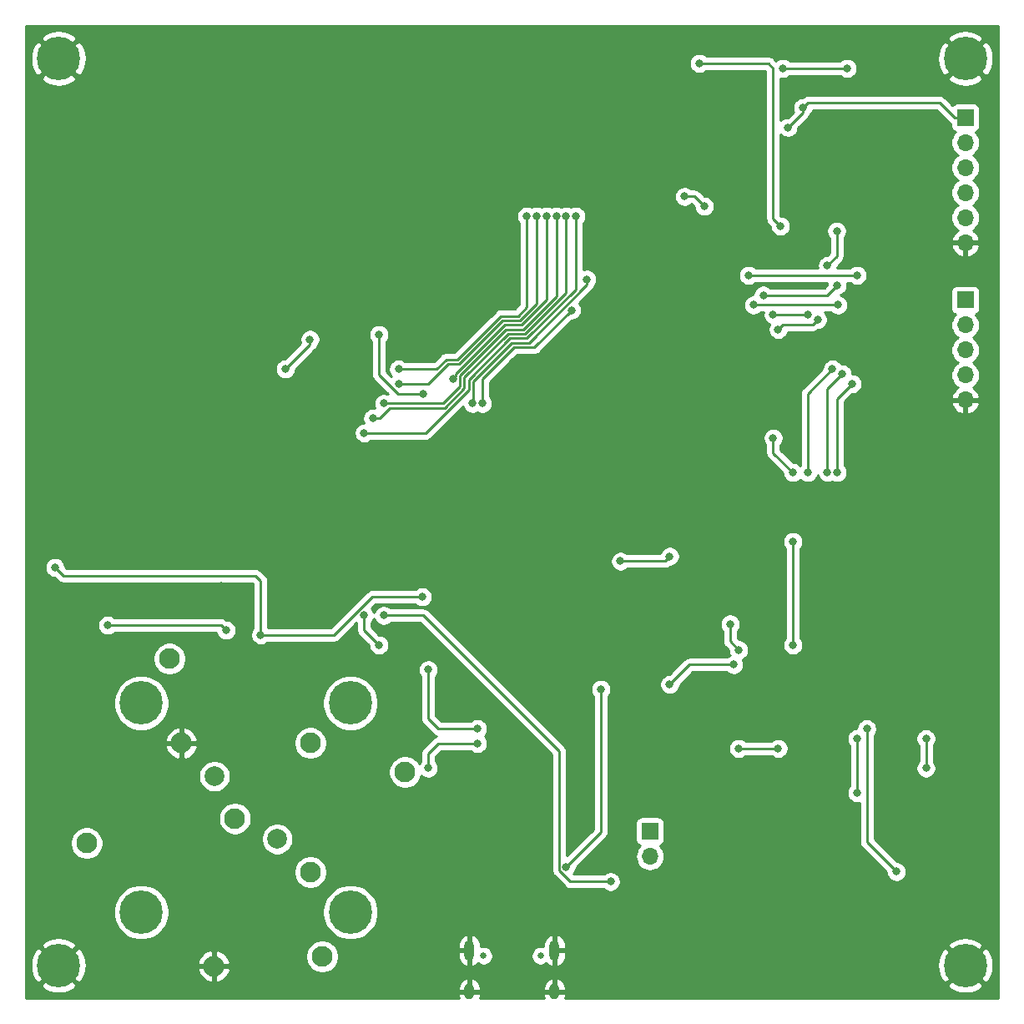
<source format=gbr>
G04 #@! TF.GenerationSoftware,KiCad,Pcbnew,(5.1.0-0)*
G04 #@! TF.CreationDate,2019-04-19T23:51:09-04:00*
G04 #@! TF.ProjectId,thingb-eval-hw,7468696e-6762-42d6-9576-616c2d68772e,rev?*
G04 #@! TF.SameCoordinates,Original*
G04 #@! TF.FileFunction,Copper,L2,Bot*
G04 #@! TF.FilePolarity,Positive*
%FSLAX46Y46*%
G04 Gerber Fmt 4.6, Leading zero omitted, Abs format (unit mm)*
G04 Created by KiCad (PCBNEW (5.1.0-0)) date 2019-04-19 23:51:09*
%MOMM*%
%LPD*%
G04 APERTURE LIST*
%ADD10C,0.700000*%
%ADD11C,4.400000*%
%ADD12C,0.650000*%
%ADD13O,1.000000X1.600000*%
%ADD14O,1.000000X2.100000*%
%ADD15R,1.700000X1.700000*%
%ADD16O,1.700000X1.700000*%
%ADD17C,2.000000*%
%ADD18C,2.100000*%
%ADD19C,0.800000*%
%ADD20C,0.250000*%
%ADD21C,0.254000*%
G04 APERTURE END LIST*
D10*
X147166726Y-52833274D03*
X146000000Y-52350000D03*
X144833274Y-52833274D03*
X144350000Y-54000000D03*
X144833274Y-55166726D03*
X146000000Y-55650000D03*
X147166726Y-55166726D03*
X147650000Y-54000000D03*
D11*
X146000000Y-54000000D03*
D10*
X55166726Y-52833274D03*
X54000000Y-52350000D03*
X52833274Y-52833274D03*
X52350000Y-54000000D03*
X52833274Y-55166726D03*
X54000000Y-55650000D03*
X55166726Y-55166726D03*
X55650000Y-54000000D03*
D11*
X54000000Y-54000000D03*
D10*
X55166726Y-144833274D03*
X54000000Y-144350000D03*
X52833274Y-144833274D03*
X52350000Y-146000000D03*
X52833274Y-147166726D03*
X54000000Y-147650000D03*
X55166726Y-147166726D03*
X55650000Y-146000000D03*
D11*
X54000000Y-146000000D03*
D10*
X147166726Y-144833274D03*
X146000000Y-144350000D03*
X144833274Y-144833274D03*
X144350000Y-146000000D03*
X144833274Y-147166726D03*
X146000000Y-147650000D03*
X147166726Y-147166726D03*
X147650000Y-146000000D03*
D11*
X146000000Y-146000000D03*
D12*
X102890000Y-145030000D03*
X97110000Y-145030000D03*
D13*
X95680000Y-148680000D03*
X104320000Y-148680000D03*
D14*
X104320000Y-144500000D03*
X95680000Y-144500000D03*
D15*
X114000000Y-132400000D03*
D16*
X114000000Y-134940000D03*
D17*
X69818000Y-126818000D03*
D18*
X66453000Y-123453000D03*
D17*
X76182000Y-133182000D03*
D18*
X79547000Y-136547000D03*
X71890000Y-131110000D03*
X79548000Y-123452000D03*
X56850000Y-133610000D03*
X89150000Y-126390000D03*
X80750000Y-145102000D03*
X65250000Y-114898000D03*
D11*
X83610000Y-140610000D03*
X62390000Y-119390000D03*
X62390000Y-140610000D03*
X83610000Y-119390000D03*
D18*
X69746000Y-146079000D03*
D15*
X146000000Y-60000000D03*
D16*
X146000000Y-62540000D03*
X146000000Y-65080000D03*
X146000000Y-67620000D03*
X146000000Y-70160000D03*
X146000000Y-72700000D03*
D15*
X146000000Y-78500000D03*
D16*
X146000000Y-81040000D03*
X146000000Y-83580000D03*
X146000000Y-86120000D03*
X146000000Y-88660000D03*
D19*
X106000000Y-124500000D03*
X127000000Y-132500000D03*
X118000000Y-145500000D03*
X112000000Y-138500000D03*
X118500000Y-141000000D03*
X117500000Y-126500000D03*
X117000000Y-120000000D03*
X139000000Y-62000000D03*
X119500000Y-71500000D03*
X102000000Y-54500000D03*
X140000000Y-55500000D03*
X70500000Y-107500000D03*
X114000000Y-69500000D03*
X124500000Y-94000000D03*
X144500000Y-126000000D03*
X110500000Y-119000000D03*
X145000000Y-104500000D03*
X123000000Y-124000000D03*
X127000000Y-124000000D03*
X129500000Y-59000000D03*
X116000000Y-117500000D03*
X122500000Y-115500000D03*
X74500000Y-112500000D03*
X90885000Y-108615000D03*
X53625000Y-105625000D03*
X128000000Y-61000000D03*
X86500000Y-82000000D03*
X91000000Y-88000000D03*
X111000000Y-105000000D03*
X116000000Y-104500000D03*
X123000000Y-114000000D03*
X122125000Y-111375000D03*
X134000000Y-55000000D03*
X127500000Y-55000000D03*
X132000000Y-96000000D03*
X133500000Y-86000000D03*
X134500000Y-87000000D03*
X133000000Y-96000000D03*
X106035473Y-79535473D03*
X97000000Y-89000000D03*
X135000000Y-128500000D03*
X135000000Y-123000000D03*
X117500000Y-68000000D03*
X119500000Y-69000000D03*
X135000000Y-76000000D03*
X124000000Y-76000000D03*
X133000000Y-77000000D03*
X125500000Y-78000000D03*
X130000000Y-80000000D03*
X126500000Y-80000000D03*
X71000000Y-112000000D03*
X59000000Y-111500000D03*
X132500000Y-85500000D03*
X130000000Y-96000000D03*
X142000000Y-123000000D03*
X142000000Y-126000000D03*
X119000000Y-54500000D03*
X127225000Y-71000000D03*
X126500000Y-92500000D03*
X128500000Y-96000000D03*
X128500000Y-103000000D03*
X128500000Y-113500000D03*
X136000000Y-122000000D03*
X139000000Y-136500000D03*
X96500000Y-123500000D03*
X91500000Y-126000000D03*
X91500000Y-116000000D03*
X96500000Y-122000000D03*
X79500000Y-82500000D03*
X77000000Y-85500000D03*
X107600001Y-76399999D03*
X96000000Y-89000000D03*
X106500012Y-70000000D03*
X85000000Y-92000000D03*
X85000000Y-110500000D03*
X86500000Y-113500000D03*
X105500009Y-70000000D03*
X85875001Y-90500000D03*
X110000000Y-137500000D03*
X104500006Y-70000000D03*
X87000000Y-89000000D03*
X87000000Y-110500000D03*
X105500000Y-136000000D03*
X109000000Y-118000000D03*
X103500003Y-70000000D03*
X94000000Y-86500000D03*
X102500000Y-70000000D03*
X88500000Y-87000000D03*
X101500000Y-70000000D03*
X88500000Y-85500000D03*
X127000000Y-81500000D03*
X131000000Y-80500000D03*
X132000000Y-75000000D03*
X132950000Y-71500000D03*
X124500000Y-79000000D03*
X133073002Y-79000000D03*
D20*
X123000000Y-124000000D02*
X127000000Y-124000000D01*
X130000000Y-58500000D02*
X129500000Y-59000000D01*
X143400000Y-58500000D02*
X130000000Y-58500000D01*
X144900000Y-60000000D02*
X143400000Y-58500000D01*
X146000000Y-60000000D02*
X144900000Y-60000000D01*
X118000000Y-115500000D02*
X122500000Y-115500000D01*
X116000000Y-117500000D02*
X118000000Y-115500000D01*
X85811998Y-108615000D02*
X90885000Y-108615000D01*
X81926998Y-112500000D02*
X85811998Y-108615000D01*
X74500000Y-112500000D02*
X81926998Y-112500000D01*
X74500000Y-107000000D02*
X74000000Y-106500000D01*
X54500000Y-106500000D02*
X53625000Y-105625000D01*
X74000000Y-106500000D02*
X54500000Y-106500000D01*
X74500000Y-112500000D02*
X74500000Y-107000000D01*
X129500000Y-59500000D02*
X129500000Y-59000000D01*
X128000000Y-61000000D02*
X129500000Y-59500000D01*
X88426998Y-88000000D02*
X91000000Y-88000000D01*
X86500000Y-86073002D02*
X88426998Y-88000000D01*
X86500000Y-82000000D02*
X86500000Y-86073002D01*
X115500000Y-105000000D02*
X116000000Y-104500000D01*
X111000000Y-105000000D02*
X115500000Y-105000000D01*
X122125000Y-113125000D02*
X122125000Y-111375000D01*
X123000000Y-114000000D02*
X122125000Y-113125000D01*
X134000000Y-55000000D02*
X127500000Y-55000000D01*
X132000000Y-87500000D02*
X133500000Y-86000000D01*
X132000000Y-96000000D02*
X132000000Y-87500000D01*
X133000000Y-88500000D02*
X133000000Y-96000000D01*
X134500000Y-87000000D02*
X133000000Y-88500000D01*
X102270906Y-83300040D02*
X100199960Y-83300040D01*
X106035473Y-79535473D02*
X102270906Y-83300040D01*
X100199960Y-83300040D02*
X99500000Y-84000000D01*
X97000000Y-86500000D02*
X97000000Y-89000000D01*
X99500000Y-84000000D02*
X97000000Y-86500000D01*
X135000000Y-128500000D02*
X135000000Y-123000000D01*
X118500000Y-68000000D02*
X119500000Y-69000000D01*
X117500000Y-68000000D02*
X118500000Y-68000000D01*
X124000000Y-76000000D02*
X135000000Y-76000000D01*
X132000000Y-78000000D02*
X133000000Y-77000000D01*
X125500000Y-78000000D02*
X132000000Y-78000000D01*
X130000000Y-80000000D02*
X128000000Y-80000000D01*
X128000000Y-80000000D02*
X126500000Y-80000000D01*
X70500000Y-111500000D02*
X59000000Y-111500000D01*
X71000000Y-112000000D02*
X70500000Y-111500000D01*
X130000000Y-88000000D02*
X130000000Y-96000000D01*
X132500000Y-85500000D02*
X130000000Y-88000000D01*
X142000000Y-123000000D02*
X142000000Y-126000000D01*
X119000000Y-54500000D02*
X126000000Y-54500000D01*
X126000000Y-54500000D02*
X126500000Y-55000000D01*
X126500000Y-70275000D02*
X127225000Y-71000000D01*
X126500000Y-55000000D02*
X126500000Y-70275000D01*
X126500000Y-94000000D02*
X128500000Y-96000000D01*
X126500000Y-92500000D02*
X126500000Y-94000000D01*
X128500000Y-103000000D02*
X128500000Y-113500000D01*
X136000000Y-133500000D02*
X139000000Y-136500000D01*
X136000000Y-122000000D02*
X136000000Y-133500000D01*
X96500000Y-123500000D02*
X93000000Y-123500000D01*
X93000000Y-123500000D02*
X92500000Y-123500000D01*
X91500000Y-124500000D02*
X91500000Y-126000000D01*
X92500000Y-123500000D02*
X91500000Y-124500000D01*
X91500000Y-116000000D02*
X91500000Y-121000000D01*
X92500000Y-122000000D02*
X96500000Y-122000000D01*
X91500000Y-121000000D02*
X92500000Y-122000000D01*
X79500000Y-83000000D02*
X79500000Y-82500000D01*
X77000000Y-85500000D02*
X79500000Y-83000000D01*
X107600001Y-76945639D02*
X107600001Y-76399999D01*
X101695610Y-82850030D02*
X107600001Y-76945639D01*
X99968430Y-82850030D02*
X101695610Y-82850030D01*
X96075029Y-86743431D02*
X99968430Y-82850030D01*
X96075029Y-87834199D02*
X96075029Y-86743431D01*
X96075029Y-87834201D02*
X96075029Y-86743431D01*
X96075029Y-88924971D02*
X96000000Y-89000000D01*
X96075029Y-87834201D02*
X96075029Y-88924971D01*
X85000000Y-112000000D02*
X86500000Y-113500000D01*
X85000000Y-110500000D02*
X85000000Y-112000000D01*
X91272820Y-92000000D02*
X85000000Y-92000000D01*
X95625020Y-87647800D02*
X91272820Y-92000000D01*
X95625021Y-86557029D02*
X95625020Y-87647800D01*
X99782030Y-82400020D02*
X95625021Y-86557029D01*
X106500012Y-77409218D02*
X101509210Y-82400020D01*
X101509210Y-82400020D02*
X99782030Y-82400020D01*
X106500012Y-70000000D02*
X106500012Y-77409218D01*
X93186401Y-89450009D02*
X95175011Y-87461399D01*
X105500009Y-77772811D02*
X105500009Y-70000000D01*
X95175011Y-87461399D02*
X95175011Y-86370629D01*
X87622992Y-89450010D02*
X93186401Y-89450009D01*
X99595630Y-81950010D02*
X101322810Y-81950010D01*
X86573002Y-90500000D02*
X87622992Y-89450010D01*
X101322810Y-81950010D02*
X105500009Y-77772811D01*
X95175011Y-86370629D02*
X99595630Y-81950010D01*
X85875001Y-90500000D02*
X86573002Y-90500000D01*
X104774999Y-136348001D02*
X104774999Y-135651999D01*
X105926998Y-137500000D02*
X104774999Y-136348001D01*
X110000000Y-137500000D02*
X105926998Y-137500000D01*
X104774999Y-135651999D02*
X104774999Y-124274999D01*
X104774999Y-124274999D02*
X91000000Y-110500000D01*
X91000000Y-110500000D02*
X87000000Y-110500000D01*
X94725001Y-87274999D02*
X93000000Y-89000000D01*
X99409230Y-81500000D02*
X94725001Y-86184229D01*
X101136410Y-81500000D02*
X99409230Y-81500000D01*
X94725001Y-86184229D02*
X94725001Y-87274999D01*
X104500000Y-78136410D02*
X101136410Y-81500000D01*
X93000000Y-89000000D02*
X92000000Y-89000000D01*
X104500006Y-70000000D02*
X104500006Y-70072999D01*
X104500000Y-70073005D02*
X104500000Y-78136410D01*
X92000000Y-89000000D02*
X87000000Y-89000000D01*
X104500006Y-70072999D02*
X104500000Y-70073005D01*
X105500000Y-136000000D02*
X109000000Y-132500000D01*
X109000000Y-132500000D02*
X109000000Y-118000000D01*
X103500003Y-78499997D02*
X103500003Y-70000000D01*
X100981785Y-81018215D02*
X103500003Y-78499997D01*
X99254605Y-81018215D02*
X100981785Y-81018215D01*
X94272820Y-86227180D02*
X94000000Y-86500000D01*
X94272820Y-86000000D02*
X94272820Y-86227180D01*
X94272820Y-86000000D02*
X99254605Y-81018215D01*
X102500000Y-78863590D02*
X102500000Y-70000000D01*
X100795385Y-80568205D02*
X102500000Y-78863590D01*
X99068205Y-80568205D02*
X100795385Y-80568205D01*
X94636409Y-85000001D02*
X99068205Y-80568205D01*
X93500000Y-85000000D02*
X94636409Y-85000001D01*
X91500000Y-87000000D02*
X93500000Y-85000000D01*
X88500000Y-87000000D02*
X91500000Y-87000000D01*
X92363590Y-85500000D02*
X88500000Y-85500000D01*
X93313599Y-84549991D02*
X92363590Y-85500000D01*
X101500000Y-79227180D02*
X100608985Y-80118195D01*
X94450009Y-84549991D02*
X93313599Y-84549991D01*
X98881805Y-80118195D02*
X94450009Y-84549991D01*
X100608985Y-80118195D02*
X98881805Y-80118195D01*
X101500000Y-70000000D02*
X101500000Y-79227180D01*
X132950000Y-74050000D02*
X132950000Y-71500000D01*
X132000000Y-75000000D02*
X132950000Y-74050000D01*
X127500000Y-81000000D02*
X127000000Y-81500000D01*
X130500000Y-81000000D02*
X127500000Y-81000000D01*
X131000000Y-80500000D02*
X130500000Y-81000000D01*
X132000000Y-79000000D02*
X124500000Y-79000000D01*
X132000000Y-79000000D02*
X133073002Y-79000000D01*
D21*
G36*
X149340001Y-149340000D02*
G01*
X105402392Y-149340000D01*
X105408415Y-149325987D01*
X105455000Y-149107000D01*
X105455000Y-148807000D01*
X104447000Y-148807000D01*
X104447000Y-148827000D01*
X104193000Y-148827000D01*
X104193000Y-148807000D01*
X103185000Y-148807000D01*
X103185000Y-149107000D01*
X103231585Y-149325987D01*
X103237608Y-149340000D01*
X96762392Y-149340000D01*
X96768415Y-149325987D01*
X96815000Y-149107000D01*
X96815000Y-148807000D01*
X95807000Y-148807000D01*
X95807000Y-148827000D01*
X95553000Y-148827000D01*
X95553000Y-148807000D01*
X94545000Y-148807000D01*
X94545000Y-149107000D01*
X94591585Y-149325987D01*
X94597608Y-149340000D01*
X50660000Y-149340000D01*
X50660000Y-147989775D01*
X52189830Y-147989775D01*
X52429976Y-148377018D01*
X52923877Y-148637641D01*
X53459133Y-148796901D01*
X54015174Y-148848678D01*
X54570632Y-148790981D01*
X55104161Y-148626028D01*
X55570024Y-148377018D01*
X55646932Y-148253000D01*
X94545000Y-148253000D01*
X94545000Y-148553000D01*
X95553000Y-148553000D01*
X95553000Y-147412046D01*
X95807000Y-147412046D01*
X95807000Y-148553000D01*
X96815000Y-148553000D01*
X96815000Y-148253000D01*
X103185000Y-148253000D01*
X103185000Y-148553000D01*
X104193000Y-148553000D01*
X104193000Y-147412046D01*
X104447000Y-147412046D01*
X104447000Y-148553000D01*
X105455000Y-148553000D01*
X105455000Y-148253000D01*
X105408415Y-148034013D01*
X105389401Y-147989775D01*
X144189830Y-147989775D01*
X144429976Y-148377018D01*
X144923877Y-148637641D01*
X145459133Y-148796901D01*
X146015174Y-148848678D01*
X146570632Y-148790981D01*
X147104161Y-148626028D01*
X147570024Y-148377018D01*
X147810170Y-147989775D01*
X146000000Y-146179605D01*
X144189830Y-147989775D01*
X105389401Y-147989775D01*
X105320003Y-147828322D01*
X105193161Y-147643831D01*
X105032764Y-147487631D01*
X104844976Y-147365724D01*
X104621874Y-147285881D01*
X104447000Y-147412046D01*
X104193000Y-147412046D01*
X104018126Y-147285881D01*
X103795024Y-147365724D01*
X103607236Y-147487631D01*
X103446839Y-147643831D01*
X103319997Y-147828322D01*
X103231585Y-148034013D01*
X103185000Y-148253000D01*
X96815000Y-148253000D01*
X96768415Y-148034013D01*
X96680003Y-147828322D01*
X96553161Y-147643831D01*
X96392764Y-147487631D01*
X96204976Y-147365724D01*
X95981874Y-147285881D01*
X95807000Y-147412046D01*
X95553000Y-147412046D01*
X95378126Y-147285881D01*
X95155024Y-147365724D01*
X94967236Y-147487631D01*
X94806839Y-147643831D01*
X94679997Y-147828322D01*
X94591585Y-148034013D01*
X94545000Y-148253000D01*
X55646932Y-148253000D01*
X55810170Y-147989775D01*
X54000000Y-146179605D01*
X52189830Y-147989775D01*
X50660000Y-147989775D01*
X50660000Y-146015174D01*
X51151322Y-146015174D01*
X51209019Y-146570632D01*
X51373972Y-147104161D01*
X51622982Y-147570024D01*
X52010225Y-147810170D01*
X53820395Y-146000000D01*
X54179605Y-146000000D01*
X55989775Y-147810170D01*
X56377018Y-147570024D01*
X56637641Y-147076123D01*
X56796901Y-146540867D01*
X56803634Y-146468558D01*
X68098271Y-146468558D01*
X68205931Y-146782529D01*
X68372775Y-147069463D01*
X68592391Y-147318334D01*
X68856339Y-147519578D01*
X69154476Y-147665462D01*
X69356442Y-147726729D01*
X69619000Y-147608138D01*
X69619000Y-146206000D01*
X69873000Y-146206000D01*
X69873000Y-147608138D01*
X70135558Y-147726729D01*
X70449529Y-147619069D01*
X70736463Y-147452225D01*
X70985334Y-147232609D01*
X71186578Y-146968661D01*
X71332462Y-146670524D01*
X71393729Y-146468558D01*
X71275138Y-146206000D01*
X69873000Y-146206000D01*
X69619000Y-146206000D01*
X68216862Y-146206000D01*
X68098271Y-146468558D01*
X56803634Y-146468558D01*
X56848678Y-145984826D01*
X56817996Y-145689442D01*
X68098271Y-145689442D01*
X68216862Y-145952000D01*
X69619000Y-145952000D01*
X69619000Y-144549862D01*
X69873000Y-144549862D01*
X69873000Y-145952000D01*
X71275138Y-145952000D01*
X71393729Y-145689442D01*
X71286069Y-145375471D01*
X71119225Y-145088537D01*
X70984656Y-144936042D01*
X79065000Y-144936042D01*
X79065000Y-145267958D01*
X79129754Y-145593496D01*
X79256772Y-145900147D01*
X79441175Y-146176125D01*
X79675875Y-146410825D01*
X79951853Y-146595228D01*
X80258504Y-146722246D01*
X80584042Y-146787000D01*
X80915958Y-146787000D01*
X81241496Y-146722246D01*
X81548147Y-146595228D01*
X81824125Y-146410825D01*
X82058825Y-146176125D01*
X82243228Y-145900147D01*
X82370246Y-145593496D01*
X82435000Y-145267958D01*
X82435000Y-144936042D01*
X82373528Y-144627000D01*
X94545000Y-144627000D01*
X94545000Y-145177000D01*
X94591585Y-145395987D01*
X94679997Y-145601678D01*
X94806839Y-145786169D01*
X94967236Y-145942369D01*
X95155024Y-146064276D01*
X95378126Y-146144119D01*
X95553000Y-146017954D01*
X95553000Y-144627000D01*
X94545000Y-144627000D01*
X82373528Y-144627000D01*
X82370246Y-144610504D01*
X82243228Y-144303853D01*
X82058825Y-144027875D01*
X81853950Y-143823000D01*
X94545000Y-143823000D01*
X94545000Y-144373000D01*
X95553000Y-144373000D01*
X95553000Y-142982046D01*
X95807000Y-142982046D01*
X95807000Y-144373000D01*
X95827000Y-144373000D01*
X95827000Y-144627000D01*
X95807000Y-144627000D01*
X95807000Y-146017954D01*
X95981874Y-146144119D01*
X96204976Y-146064276D01*
X96392764Y-145942369D01*
X96537116Y-145801794D01*
X96655269Y-145880741D01*
X96829978Y-145953108D01*
X97015448Y-145990000D01*
X97204552Y-145990000D01*
X97390022Y-145953108D01*
X97564731Y-145880741D01*
X97721964Y-145775681D01*
X97855681Y-145641964D01*
X97960741Y-145484731D01*
X98033108Y-145310022D01*
X98070000Y-145124552D01*
X98070000Y-144935448D01*
X101930000Y-144935448D01*
X101930000Y-145124552D01*
X101966892Y-145310022D01*
X102039259Y-145484731D01*
X102144319Y-145641964D01*
X102278036Y-145775681D01*
X102435269Y-145880741D01*
X102609978Y-145953108D01*
X102795448Y-145990000D01*
X102984552Y-145990000D01*
X103170022Y-145953108D01*
X103344731Y-145880741D01*
X103462884Y-145801794D01*
X103607236Y-145942369D01*
X103795024Y-146064276D01*
X104018126Y-146144119D01*
X104193000Y-146017954D01*
X104193000Y-144627000D01*
X104447000Y-144627000D01*
X104447000Y-146017954D01*
X104621874Y-146144119D01*
X104844976Y-146064276D01*
X104920613Y-146015174D01*
X143151322Y-146015174D01*
X143209019Y-146570632D01*
X143373972Y-147104161D01*
X143622982Y-147570024D01*
X144010225Y-147810170D01*
X145820395Y-146000000D01*
X146179605Y-146000000D01*
X147989775Y-147810170D01*
X148377018Y-147570024D01*
X148637641Y-147076123D01*
X148796901Y-146540867D01*
X148848678Y-145984826D01*
X148790981Y-145429368D01*
X148626028Y-144895839D01*
X148377018Y-144429976D01*
X147989775Y-144189830D01*
X146179605Y-146000000D01*
X145820395Y-146000000D01*
X144010225Y-144189830D01*
X143622982Y-144429976D01*
X143362359Y-144923877D01*
X143203099Y-145459133D01*
X143151322Y-146015174D01*
X104920613Y-146015174D01*
X105032764Y-145942369D01*
X105193161Y-145786169D01*
X105320003Y-145601678D01*
X105408415Y-145395987D01*
X105455000Y-145177000D01*
X105455000Y-144627000D01*
X104447000Y-144627000D01*
X104193000Y-144627000D01*
X104173000Y-144627000D01*
X104173000Y-144373000D01*
X104193000Y-144373000D01*
X104193000Y-142982046D01*
X104447000Y-142982046D01*
X104447000Y-144373000D01*
X105455000Y-144373000D01*
X105455000Y-144010225D01*
X144189830Y-144010225D01*
X146000000Y-145820395D01*
X147810170Y-144010225D01*
X147570024Y-143622982D01*
X147076123Y-143362359D01*
X146540867Y-143203099D01*
X145984826Y-143151322D01*
X145429368Y-143209019D01*
X144895839Y-143373972D01*
X144429976Y-143622982D01*
X144189830Y-144010225D01*
X105455000Y-144010225D01*
X105455000Y-143823000D01*
X105408415Y-143604013D01*
X105320003Y-143398322D01*
X105193161Y-143213831D01*
X105032764Y-143057631D01*
X104844976Y-142935724D01*
X104621874Y-142855881D01*
X104447000Y-142982046D01*
X104193000Y-142982046D01*
X104018126Y-142855881D01*
X103795024Y-142935724D01*
X103607236Y-143057631D01*
X103446839Y-143213831D01*
X103319997Y-143398322D01*
X103231585Y-143604013D01*
X103185000Y-143823000D01*
X103185000Y-144113096D01*
X103170022Y-144106892D01*
X102984552Y-144070000D01*
X102795448Y-144070000D01*
X102609978Y-144106892D01*
X102435269Y-144179259D01*
X102278036Y-144284319D01*
X102144319Y-144418036D01*
X102039259Y-144575269D01*
X101966892Y-144749978D01*
X101930000Y-144935448D01*
X98070000Y-144935448D01*
X98033108Y-144749978D01*
X97960741Y-144575269D01*
X97855681Y-144418036D01*
X97721964Y-144284319D01*
X97564731Y-144179259D01*
X97390022Y-144106892D01*
X97204552Y-144070000D01*
X97015448Y-144070000D01*
X96829978Y-144106892D01*
X96815000Y-144113096D01*
X96815000Y-143823000D01*
X96768415Y-143604013D01*
X96680003Y-143398322D01*
X96553161Y-143213831D01*
X96392764Y-143057631D01*
X96204976Y-142935724D01*
X95981874Y-142855881D01*
X95807000Y-142982046D01*
X95553000Y-142982046D01*
X95378126Y-142855881D01*
X95155024Y-142935724D01*
X94967236Y-143057631D01*
X94806839Y-143213831D01*
X94679997Y-143398322D01*
X94591585Y-143604013D01*
X94545000Y-143823000D01*
X81853950Y-143823000D01*
X81824125Y-143793175D01*
X81548147Y-143608772D01*
X81241496Y-143481754D01*
X80915958Y-143417000D01*
X80584042Y-143417000D01*
X80258504Y-143481754D01*
X79951853Y-143608772D01*
X79675875Y-143793175D01*
X79441175Y-144027875D01*
X79256772Y-144303853D01*
X79129754Y-144610504D01*
X79065000Y-144936042D01*
X70984656Y-144936042D01*
X70899609Y-144839666D01*
X70635661Y-144638422D01*
X70337524Y-144492538D01*
X70135558Y-144431271D01*
X69873000Y-144549862D01*
X69619000Y-144549862D01*
X69356442Y-144431271D01*
X69042471Y-144538931D01*
X68755537Y-144705775D01*
X68506666Y-144925391D01*
X68305422Y-145189339D01*
X68159538Y-145487476D01*
X68098271Y-145689442D01*
X56817996Y-145689442D01*
X56790981Y-145429368D01*
X56626028Y-144895839D01*
X56377018Y-144429976D01*
X55989775Y-144189830D01*
X54179605Y-146000000D01*
X53820395Y-146000000D01*
X52010225Y-144189830D01*
X51622982Y-144429976D01*
X51362359Y-144923877D01*
X51203099Y-145459133D01*
X51151322Y-146015174D01*
X50660000Y-146015174D01*
X50660000Y-144010225D01*
X52189830Y-144010225D01*
X54000000Y-145820395D01*
X55810170Y-144010225D01*
X55570024Y-143622982D01*
X55076123Y-143362359D01*
X54540867Y-143203099D01*
X53984826Y-143151322D01*
X53429368Y-143209019D01*
X52895839Y-143373972D01*
X52429976Y-143622982D01*
X52189830Y-144010225D01*
X50660000Y-144010225D01*
X50660000Y-140330777D01*
X59555000Y-140330777D01*
X59555000Y-140889223D01*
X59663948Y-141436939D01*
X59877656Y-141952876D01*
X60187912Y-142417207D01*
X60582793Y-142812088D01*
X61047124Y-143122344D01*
X61563061Y-143336052D01*
X62110777Y-143445000D01*
X62669223Y-143445000D01*
X63216939Y-143336052D01*
X63732876Y-143122344D01*
X64197207Y-142812088D01*
X64592088Y-142417207D01*
X64902344Y-141952876D01*
X65116052Y-141436939D01*
X65225000Y-140889223D01*
X65225000Y-140330777D01*
X80775000Y-140330777D01*
X80775000Y-140889223D01*
X80883948Y-141436939D01*
X81097656Y-141952876D01*
X81407912Y-142417207D01*
X81802793Y-142812088D01*
X82267124Y-143122344D01*
X82783061Y-143336052D01*
X83330777Y-143445000D01*
X83889223Y-143445000D01*
X84436939Y-143336052D01*
X84952876Y-143122344D01*
X85417207Y-142812088D01*
X85812088Y-142417207D01*
X86122344Y-141952876D01*
X86336052Y-141436939D01*
X86445000Y-140889223D01*
X86445000Y-140330777D01*
X86336052Y-139783061D01*
X86122344Y-139267124D01*
X85812088Y-138802793D01*
X85417207Y-138407912D01*
X84952876Y-138097656D01*
X84436939Y-137883948D01*
X83889223Y-137775000D01*
X83330777Y-137775000D01*
X82783061Y-137883948D01*
X82267124Y-138097656D01*
X81802793Y-138407912D01*
X81407912Y-138802793D01*
X81097656Y-139267124D01*
X80883948Y-139783061D01*
X80775000Y-140330777D01*
X65225000Y-140330777D01*
X65116052Y-139783061D01*
X64902344Y-139267124D01*
X64592088Y-138802793D01*
X64197207Y-138407912D01*
X63732876Y-138097656D01*
X63216939Y-137883948D01*
X62669223Y-137775000D01*
X62110777Y-137775000D01*
X61563061Y-137883948D01*
X61047124Y-138097656D01*
X60582793Y-138407912D01*
X60187912Y-138802793D01*
X59877656Y-139267124D01*
X59663948Y-139783061D01*
X59555000Y-140330777D01*
X50660000Y-140330777D01*
X50660000Y-136381042D01*
X77862000Y-136381042D01*
X77862000Y-136712958D01*
X77926754Y-137038496D01*
X78053772Y-137345147D01*
X78238175Y-137621125D01*
X78472875Y-137855825D01*
X78748853Y-138040228D01*
X79055504Y-138167246D01*
X79381042Y-138232000D01*
X79712958Y-138232000D01*
X80038496Y-138167246D01*
X80345147Y-138040228D01*
X80621125Y-137855825D01*
X80855825Y-137621125D01*
X81040228Y-137345147D01*
X81167246Y-137038496D01*
X81232000Y-136712958D01*
X81232000Y-136381042D01*
X81167246Y-136055504D01*
X81040228Y-135748853D01*
X80855825Y-135472875D01*
X80621125Y-135238175D01*
X80345147Y-135053772D01*
X80038496Y-134926754D01*
X79712958Y-134862000D01*
X79381042Y-134862000D01*
X79055504Y-134926754D01*
X78748853Y-135053772D01*
X78472875Y-135238175D01*
X78238175Y-135472875D01*
X78053772Y-135748853D01*
X77926754Y-136055504D01*
X77862000Y-136381042D01*
X50660000Y-136381042D01*
X50660000Y-133444042D01*
X55165000Y-133444042D01*
X55165000Y-133775958D01*
X55229754Y-134101496D01*
X55356772Y-134408147D01*
X55541175Y-134684125D01*
X55775875Y-134918825D01*
X56051853Y-135103228D01*
X56358504Y-135230246D01*
X56684042Y-135295000D01*
X57015958Y-135295000D01*
X57341496Y-135230246D01*
X57648147Y-135103228D01*
X57924125Y-134918825D01*
X58158825Y-134684125D01*
X58343228Y-134408147D01*
X58470246Y-134101496D01*
X58535000Y-133775958D01*
X58535000Y-133444042D01*
X58470246Y-133118504D01*
X58429846Y-133020967D01*
X74547000Y-133020967D01*
X74547000Y-133343033D01*
X74609832Y-133658912D01*
X74733082Y-133956463D01*
X74912013Y-134224252D01*
X75139748Y-134451987D01*
X75407537Y-134630918D01*
X75705088Y-134754168D01*
X76020967Y-134817000D01*
X76343033Y-134817000D01*
X76658912Y-134754168D01*
X76956463Y-134630918D01*
X77224252Y-134451987D01*
X77451987Y-134224252D01*
X77630918Y-133956463D01*
X77754168Y-133658912D01*
X77817000Y-133343033D01*
X77817000Y-133020967D01*
X77754168Y-132705088D01*
X77630918Y-132407537D01*
X77451987Y-132139748D01*
X77224252Y-131912013D01*
X76956463Y-131733082D01*
X76658912Y-131609832D01*
X76343033Y-131547000D01*
X76020967Y-131547000D01*
X75705088Y-131609832D01*
X75407537Y-131733082D01*
X75139748Y-131912013D01*
X74912013Y-132139748D01*
X74733082Y-132407537D01*
X74609832Y-132705088D01*
X74547000Y-133020967D01*
X58429846Y-133020967D01*
X58343228Y-132811853D01*
X58158825Y-132535875D01*
X57924125Y-132301175D01*
X57648147Y-132116772D01*
X57341496Y-131989754D01*
X57015958Y-131925000D01*
X56684042Y-131925000D01*
X56358504Y-131989754D01*
X56051853Y-132116772D01*
X55775875Y-132301175D01*
X55541175Y-132535875D01*
X55356772Y-132811853D01*
X55229754Y-133118504D01*
X55165000Y-133444042D01*
X50660000Y-133444042D01*
X50660000Y-130944042D01*
X70205000Y-130944042D01*
X70205000Y-131275958D01*
X70269754Y-131601496D01*
X70396772Y-131908147D01*
X70581175Y-132184125D01*
X70815875Y-132418825D01*
X71091853Y-132603228D01*
X71398504Y-132730246D01*
X71724042Y-132795000D01*
X72055958Y-132795000D01*
X72381496Y-132730246D01*
X72688147Y-132603228D01*
X72964125Y-132418825D01*
X73198825Y-132184125D01*
X73383228Y-131908147D01*
X73510246Y-131601496D01*
X73575000Y-131275958D01*
X73575000Y-130944042D01*
X73510246Y-130618504D01*
X73383228Y-130311853D01*
X73198825Y-130035875D01*
X72964125Y-129801175D01*
X72688147Y-129616772D01*
X72381496Y-129489754D01*
X72055958Y-129425000D01*
X71724042Y-129425000D01*
X71398504Y-129489754D01*
X71091853Y-129616772D01*
X70815875Y-129801175D01*
X70581175Y-130035875D01*
X70396772Y-130311853D01*
X70269754Y-130618504D01*
X70205000Y-130944042D01*
X50660000Y-130944042D01*
X50660000Y-126656967D01*
X68183000Y-126656967D01*
X68183000Y-126979033D01*
X68245832Y-127294912D01*
X68369082Y-127592463D01*
X68548013Y-127860252D01*
X68775748Y-128087987D01*
X69043537Y-128266918D01*
X69341088Y-128390168D01*
X69656967Y-128453000D01*
X69979033Y-128453000D01*
X70294912Y-128390168D01*
X70592463Y-128266918D01*
X70860252Y-128087987D01*
X71087987Y-127860252D01*
X71266918Y-127592463D01*
X71390168Y-127294912D01*
X71453000Y-126979033D01*
X71453000Y-126656967D01*
X71390168Y-126341088D01*
X71341686Y-126224042D01*
X87465000Y-126224042D01*
X87465000Y-126555958D01*
X87529754Y-126881496D01*
X87656772Y-127188147D01*
X87841175Y-127464125D01*
X88075875Y-127698825D01*
X88351853Y-127883228D01*
X88658504Y-128010246D01*
X88984042Y-128075000D01*
X89315958Y-128075000D01*
X89641496Y-128010246D01*
X89948147Y-127883228D01*
X90224125Y-127698825D01*
X90458825Y-127464125D01*
X90643228Y-127188147D01*
X90770246Y-126881496D01*
X90794724Y-126758435D01*
X90840226Y-126803937D01*
X91009744Y-126917205D01*
X91198102Y-126995226D01*
X91398061Y-127035000D01*
X91601939Y-127035000D01*
X91801898Y-126995226D01*
X91990256Y-126917205D01*
X92159774Y-126803937D01*
X92303937Y-126659774D01*
X92417205Y-126490256D01*
X92495226Y-126301898D01*
X92535000Y-126101939D01*
X92535000Y-125898061D01*
X92495226Y-125698102D01*
X92417205Y-125509744D01*
X92303937Y-125340226D01*
X92260000Y-125296289D01*
X92260000Y-124814801D01*
X92814802Y-124260000D01*
X95796289Y-124260000D01*
X95840226Y-124303937D01*
X96009744Y-124417205D01*
X96198102Y-124495226D01*
X96398061Y-124535000D01*
X96601939Y-124535000D01*
X96801898Y-124495226D01*
X96990256Y-124417205D01*
X97159774Y-124303937D01*
X97303937Y-124159774D01*
X97417205Y-123990256D01*
X97495226Y-123801898D01*
X97535000Y-123601939D01*
X97535000Y-123398061D01*
X97495226Y-123198102D01*
X97417205Y-123009744D01*
X97303937Y-122840226D01*
X97213711Y-122750000D01*
X97303937Y-122659774D01*
X97417205Y-122490256D01*
X97495226Y-122301898D01*
X97535000Y-122101939D01*
X97535000Y-121898061D01*
X97495226Y-121698102D01*
X97417205Y-121509744D01*
X97303937Y-121340226D01*
X97159774Y-121196063D01*
X96990256Y-121082795D01*
X96801898Y-121004774D01*
X96601939Y-120965000D01*
X96398061Y-120965000D01*
X96198102Y-121004774D01*
X96009744Y-121082795D01*
X95840226Y-121196063D01*
X95796289Y-121240000D01*
X92814802Y-121240000D01*
X92260000Y-120685199D01*
X92260000Y-116703711D01*
X92303937Y-116659774D01*
X92417205Y-116490256D01*
X92495226Y-116301898D01*
X92535000Y-116101939D01*
X92535000Y-115898061D01*
X92495226Y-115698102D01*
X92417205Y-115509744D01*
X92303937Y-115340226D01*
X92159774Y-115196063D01*
X91990256Y-115082795D01*
X91801898Y-115004774D01*
X91601939Y-114965000D01*
X91398061Y-114965000D01*
X91198102Y-115004774D01*
X91009744Y-115082795D01*
X90840226Y-115196063D01*
X90696063Y-115340226D01*
X90582795Y-115509744D01*
X90504774Y-115698102D01*
X90465000Y-115898061D01*
X90465000Y-116101939D01*
X90504774Y-116301898D01*
X90582795Y-116490256D01*
X90696063Y-116659774D01*
X90740000Y-116703711D01*
X90740001Y-120962668D01*
X90736324Y-121000000D01*
X90750998Y-121148985D01*
X90794454Y-121292246D01*
X90865026Y-121424276D01*
X90918142Y-121488997D01*
X90960000Y-121540001D01*
X90988998Y-121563799D01*
X91936201Y-122511003D01*
X91959999Y-122540001D01*
X91988997Y-122563799D01*
X92075724Y-122634974D01*
X92207753Y-122705546D01*
X92351014Y-122749003D01*
X92361137Y-122750000D01*
X92351014Y-122750997D01*
X92207753Y-122794454D01*
X92075724Y-122865026D01*
X91959999Y-122959999D01*
X91936201Y-122988997D01*
X90989002Y-123936196D01*
X90959999Y-123959999D01*
X90904871Y-124027174D01*
X90865026Y-124075724D01*
X90821835Y-124156529D01*
X90794454Y-124207754D01*
X90750997Y-124351015D01*
X90740000Y-124462668D01*
X90740000Y-124462678D01*
X90736324Y-124500000D01*
X90740000Y-124537323D01*
X90740001Y-125296288D01*
X90696063Y-125340226D01*
X90585580Y-125505576D01*
X90458825Y-125315875D01*
X90224125Y-125081175D01*
X89948147Y-124896772D01*
X89641496Y-124769754D01*
X89315958Y-124705000D01*
X88984042Y-124705000D01*
X88658504Y-124769754D01*
X88351853Y-124896772D01*
X88075875Y-125081175D01*
X87841175Y-125315875D01*
X87656772Y-125591853D01*
X87529754Y-125898504D01*
X87465000Y-126224042D01*
X71341686Y-126224042D01*
X71266918Y-126043537D01*
X71087987Y-125775748D01*
X70860252Y-125548013D01*
X70592463Y-125369082D01*
X70294912Y-125245832D01*
X69979033Y-125183000D01*
X69656967Y-125183000D01*
X69341088Y-125245832D01*
X69043537Y-125369082D01*
X68775748Y-125548013D01*
X68548013Y-125775748D01*
X68369082Y-126043537D01*
X68245832Y-126341088D01*
X68183000Y-126656967D01*
X50660000Y-126656967D01*
X50660000Y-123842558D01*
X64805271Y-123842558D01*
X64912931Y-124156529D01*
X65079775Y-124443463D01*
X65299391Y-124692334D01*
X65563339Y-124893578D01*
X65861476Y-125039462D01*
X66063442Y-125100729D01*
X66326000Y-124982138D01*
X66326000Y-123580000D01*
X66580000Y-123580000D01*
X66580000Y-124982138D01*
X66842558Y-125100729D01*
X67156529Y-124993069D01*
X67443463Y-124826225D01*
X67692334Y-124606609D01*
X67893578Y-124342661D01*
X68039462Y-124044524D01*
X68100729Y-123842558D01*
X67982138Y-123580000D01*
X66580000Y-123580000D01*
X66326000Y-123580000D01*
X64923862Y-123580000D01*
X64805271Y-123842558D01*
X50660000Y-123842558D01*
X50660000Y-123063442D01*
X64805271Y-123063442D01*
X64923862Y-123326000D01*
X66326000Y-123326000D01*
X66326000Y-121923862D01*
X66580000Y-121923862D01*
X66580000Y-123326000D01*
X67982138Y-123326000D01*
X68000186Y-123286042D01*
X77863000Y-123286042D01*
X77863000Y-123617958D01*
X77927754Y-123943496D01*
X78054772Y-124250147D01*
X78239175Y-124526125D01*
X78473875Y-124760825D01*
X78749853Y-124945228D01*
X79056504Y-125072246D01*
X79382042Y-125137000D01*
X79713958Y-125137000D01*
X80039496Y-125072246D01*
X80346147Y-124945228D01*
X80622125Y-124760825D01*
X80856825Y-124526125D01*
X81041228Y-124250147D01*
X81168246Y-123943496D01*
X81233000Y-123617958D01*
X81233000Y-123286042D01*
X81168246Y-122960504D01*
X81041228Y-122653853D01*
X80856825Y-122377875D01*
X80622125Y-122143175D01*
X80346147Y-121958772D01*
X80039496Y-121831754D01*
X79713958Y-121767000D01*
X79382042Y-121767000D01*
X79056504Y-121831754D01*
X78749853Y-121958772D01*
X78473875Y-122143175D01*
X78239175Y-122377875D01*
X78054772Y-122653853D01*
X77927754Y-122960504D01*
X77863000Y-123286042D01*
X68000186Y-123286042D01*
X68100729Y-123063442D01*
X67993069Y-122749471D01*
X67826225Y-122462537D01*
X67606609Y-122213666D01*
X67342661Y-122012422D01*
X67044524Y-121866538D01*
X66842558Y-121805271D01*
X66580000Y-121923862D01*
X66326000Y-121923862D01*
X66063442Y-121805271D01*
X65749471Y-121912931D01*
X65462537Y-122079775D01*
X65213666Y-122299391D01*
X65012422Y-122563339D01*
X64866538Y-122861476D01*
X64805271Y-123063442D01*
X50660000Y-123063442D01*
X50660000Y-119110777D01*
X59555000Y-119110777D01*
X59555000Y-119669223D01*
X59663948Y-120216939D01*
X59877656Y-120732876D01*
X60187912Y-121197207D01*
X60582793Y-121592088D01*
X61047124Y-121902344D01*
X61563061Y-122116052D01*
X62110777Y-122225000D01*
X62669223Y-122225000D01*
X63216939Y-122116052D01*
X63732876Y-121902344D01*
X64197207Y-121592088D01*
X64592088Y-121197207D01*
X64902344Y-120732876D01*
X65116052Y-120216939D01*
X65225000Y-119669223D01*
X65225000Y-119110777D01*
X80775000Y-119110777D01*
X80775000Y-119669223D01*
X80883948Y-120216939D01*
X81097656Y-120732876D01*
X81407912Y-121197207D01*
X81802793Y-121592088D01*
X82267124Y-121902344D01*
X82783061Y-122116052D01*
X83330777Y-122225000D01*
X83889223Y-122225000D01*
X84436939Y-122116052D01*
X84952876Y-121902344D01*
X85417207Y-121592088D01*
X85812088Y-121197207D01*
X86122344Y-120732876D01*
X86336052Y-120216939D01*
X86445000Y-119669223D01*
X86445000Y-119110777D01*
X86336052Y-118563061D01*
X86122344Y-118047124D01*
X85812088Y-117582793D01*
X85417207Y-117187912D01*
X84952876Y-116877656D01*
X84436939Y-116663948D01*
X83889223Y-116555000D01*
X83330777Y-116555000D01*
X82783061Y-116663948D01*
X82267124Y-116877656D01*
X81802793Y-117187912D01*
X81407912Y-117582793D01*
X81097656Y-118047124D01*
X80883948Y-118563061D01*
X80775000Y-119110777D01*
X65225000Y-119110777D01*
X65116052Y-118563061D01*
X64902344Y-118047124D01*
X64592088Y-117582793D01*
X64197207Y-117187912D01*
X63732876Y-116877656D01*
X63216939Y-116663948D01*
X62669223Y-116555000D01*
X62110777Y-116555000D01*
X61563061Y-116663948D01*
X61047124Y-116877656D01*
X60582793Y-117187912D01*
X60187912Y-117582793D01*
X59877656Y-118047124D01*
X59663948Y-118563061D01*
X59555000Y-119110777D01*
X50660000Y-119110777D01*
X50660000Y-114732042D01*
X63565000Y-114732042D01*
X63565000Y-115063958D01*
X63629754Y-115389496D01*
X63756772Y-115696147D01*
X63941175Y-115972125D01*
X64175875Y-116206825D01*
X64451853Y-116391228D01*
X64758504Y-116518246D01*
X65084042Y-116583000D01*
X65415958Y-116583000D01*
X65741496Y-116518246D01*
X66048147Y-116391228D01*
X66324125Y-116206825D01*
X66558825Y-115972125D01*
X66743228Y-115696147D01*
X66870246Y-115389496D01*
X66935000Y-115063958D01*
X66935000Y-114732042D01*
X66870246Y-114406504D01*
X66743228Y-114099853D01*
X66558825Y-113823875D01*
X66324125Y-113589175D01*
X66048147Y-113404772D01*
X65741496Y-113277754D01*
X65415958Y-113213000D01*
X65084042Y-113213000D01*
X64758504Y-113277754D01*
X64451853Y-113404772D01*
X64175875Y-113589175D01*
X63941175Y-113823875D01*
X63756772Y-114099853D01*
X63629754Y-114406504D01*
X63565000Y-114732042D01*
X50660000Y-114732042D01*
X50660000Y-111398061D01*
X57965000Y-111398061D01*
X57965000Y-111601939D01*
X58004774Y-111801898D01*
X58082795Y-111990256D01*
X58196063Y-112159774D01*
X58340226Y-112303937D01*
X58509744Y-112417205D01*
X58698102Y-112495226D01*
X58898061Y-112535000D01*
X59101939Y-112535000D01*
X59301898Y-112495226D01*
X59490256Y-112417205D01*
X59659774Y-112303937D01*
X59703711Y-112260000D01*
X69996440Y-112260000D01*
X70004774Y-112301898D01*
X70082795Y-112490256D01*
X70196063Y-112659774D01*
X70340226Y-112803937D01*
X70509744Y-112917205D01*
X70698102Y-112995226D01*
X70898061Y-113035000D01*
X71101939Y-113035000D01*
X71301898Y-112995226D01*
X71490256Y-112917205D01*
X71659774Y-112803937D01*
X71803937Y-112659774D01*
X71917205Y-112490256D01*
X71995226Y-112301898D01*
X72035000Y-112101939D01*
X72035000Y-111898061D01*
X71995226Y-111698102D01*
X71917205Y-111509744D01*
X71803937Y-111340226D01*
X71659774Y-111196063D01*
X71490256Y-111082795D01*
X71301898Y-111004774D01*
X71101939Y-110965000D01*
X71044105Y-110965000D01*
X71040001Y-110959999D01*
X70924276Y-110865026D01*
X70792247Y-110794454D01*
X70648986Y-110750997D01*
X70537333Y-110740000D01*
X70537322Y-110740000D01*
X70500000Y-110736324D01*
X70462678Y-110740000D01*
X59703711Y-110740000D01*
X59659774Y-110696063D01*
X59490256Y-110582795D01*
X59301898Y-110504774D01*
X59101939Y-110465000D01*
X58898061Y-110465000D01*
X58698102Y-110504774D01*
X58509744Y-110582795D01*
X58340226Y-110696063D01*
X58196063Y-110840226D01*
X58082795Y-111009744D01*
X58004774Y-111198102D01*
X57965000Y-111398061D01*
X50660000Y-111398061D01*
X50660000Y-105523061D01*
X52590000Y-105523061D01*
X52590000Y-105726939D01*
X52629774Y-105926898D01*
X52707795Y-106115256D01*
X52821063Y-106284774D01*
X52965226Y-106428937D01*
X53134744Y-106542205D01*
X53323102Y-106620226D01*
X53523061Y-106660000D01*
X53585198Y-106660000D01*
X53936200Y-107011002D01*
X53959999Y-107040001D01*
X54075724Y-107134974D01*
X54207753Y-107205546D01*
X54351014Y-107249003D01*
X54462667Y-107260000D01*
X54462677Y-107260000D01*
X54500000Y-107263676D01*
X54537323Y-107260000D01*
X73685199Y-107260000D01*
X73740001Y-107314802D01*
X73740000Y-111796289D01*
X73696063Y-111840226D01*
X73582795Y-112009744D01*
X73504774Y-112198102D01*
X73465000Y-112398061D01*
X73465000Y-112601939D01*
X73504774Y-112801898D01*
X73582795Y-112990256D01*
X73696063Y-113159774D01*
X73840226Y-113303937D01*
X74009744Y-113417205D01*
X74198102Y-113495226D01*
X74398061Y-113535000D01*
X74601939Y-113535000D01*
X74801898Y-113495226D01*
X74990256Y-113417205D01*
X75159774Y-113303937D01*
X75203711Y-113260000D01*
X81889676Y-113260000D01*
X81926998Y-113263676D01*
X81964320Y-113260000D01*
X81964331Y-113260000D01*
X82075984Y-113249003D01*
X82219245Y-113205546D01*
X82351274Y-113134974D01*
X82466999Y-113040001D01*
X82490802Y-113010997D01*
X84240001Y-111261799D01*
X84240001Y-111962668D01*
X84236324Y-112000000D01*
X84240001Y-112037333D01*
X84250998Y-112148986D01*
X84260083Y-112178937D01*
X84294454Y-112292246D01*
X84365026Y-112424276D01*
X84419175Y-112490256D01*
X84460000Y-112540001D01*
X84488998Y-112563799D01*
X85465000Y-113539802D01*
X85465000Y-113601939D01*
X85504774Y-113801898D01*
X85582795Y-113990256D01*
X85696063Y-114159774D01*
X85840226Y-114303937D01*
X86009744Y-114417205D01*
X86198102Y-114495226D01*
X86398061Y-114535000D01*
X86601939Y-114535000D01*
X86801898Y-114495226D01*
X86990256Y-114417205D01*
X87159774Y-114303937D01*
X87303937Y-114159774D01*
X87417205Y-113990256D01*
X87495226Y-113801898D01*
X87535000Y-113601939D01*
X87535000Y-113398061D01*
X87495226Y-113198102D01*
X87417205Y-113009744D01*
X87303937Y-112840226D01*
X87159774Y-112696063D01*
X86990256Y-112582795D01*
X86801898Y-112504774D01*
X86601939Y-112465000D01*
X86539802Y-112465000D01*
X85760000Y-111685199D01*
X85760000Y-111203711D01*
X85803937Y-111159774D01*
X85917205Y-110990256D01*
X85995226Y-110801898D01*
X86000000Y-110777897D01*
X86004774Y-110801898D01*
X86082795Y-110990256D01*
X86196063Y-111159774D01*
X86340226Y-111303937D01*
X86509744Y-111417205D01*
X86698102Y-111495226D01*
X86898061Y-111535000D01*
X87101939Y-111535000D01*
X87301898Y-111495226D01*
X87490256Y-111417205D01*
X87659774Y-111303937D01*
X87703711Y-111260000D01*
X90685199Y-111260000D01*
X104015000Y-124589803D01*
X104014999Y-135614666D01*
X104014999Y-136310679D01*
X104011323Y-136348001D01*
X104014999Y-136385323D01*
X104014999Y-136385333D01*
X104025996Y-136496986D01*
X104069453Y-136640247D01*
X104140025Y-136772277D01*
X104164335Y-136801898D01*
X104234998Y-136888002D01*
X104264002Y-136911805D01*
X105363199Y-138011003D01*
X105386997Y-138040001D01*
X105415995Y-138063799D01*
X105502722Y-138134974D01*
X105634751Y-138205546D01*
X105778012Y-138249003D01*
X105926998Y-138263677D01*
X105964331Y-138260000D01*
X109296289Y-138260000D01*
X109340226Y-138303937D01*
X109509744Y-138417205D01*
X109698102Y-138495226D01*
X109898061Y-138535000D01*
X110101939Y-138535000D01*
X110301898Y-138495226D01*
X110490256Y-138417205D01*
X110659774Y-138303937D01*
X110803937Y-138159774D01*
X110917205Y-137990256D01*
X110995226Y-137801898D01*
X111035000Y-137601939D01*
X111035000Y-137398061D01*
X110995226Y-137198102D01*
X110917205Y-137009744D01*
X110803937Y-136840226D01*
X110659774Y-136696063D01*
X110490256Y-136582795D01*
X110301898Y-136504774D01*
X110101939Y-136465000D01*
X109898061Y-136465000D01*
X109698102Y-136504774D01*
X109509744Y-136582795D01*
X109340226Y-136696063D01*
X109296289Y-136740000D01*
X106241800Y-136740000D01*
X106232755Y-136730956D01*
X106303937Y-136659774D01*
X106417205Y-136490256D01*
X106495226Y-136301898D01*
X106535000Y-136101939D01*
X106535000Y-136039801D01*
X107634801Y-134940000D01*
X112507815Y-134940000D01*
X112536487Y-135231111D01*
X112621401Y-135511034D01*
X112759294Y-135769014D01*
X112944866Y-135995134D01*
X113170986Y-136180706D01*
X113428966Y-136318599D01*
X113708889Y-136403513D01*
X113927050Y-136425000D01*
X114072950Y-136425000D01*
X114291111Y-136403513D01*
X114571034Y-136318599D01*
X114829014Y-136180706D01*
X115055134Y-135995134D01*
X115240706Y-135769014D01*
X115378599Y-135511034D01*
X115463513Y-135231111D01*
X115492185Y-134940000D01*
X115463513Y-134648889D01*
X115378599Y-134368966D01*
X115240706Y-134110986D01*
X115055134Y-133884866D01*
X115025313Y-133860393D01*
X115094180Y-133839502D01*
X115204494Y-133780537D01*
X115301185Y-133701185D01*
X115380537Y-133604494D01*
X115439502Y-133494180D01*
X115475812Y-133374482D01*
X115488072Y-133250000D01*
X115488072Y-131550000D01*
X115475812Y-131425518D01*
X115439502Y-131305820D01*
X115380537Y-131195506D01*
X115301185Y-131098815D01*
X115204494Y-131019463D01*
X115094180Y-130960498D01*
X114974482Y-130924188D01*
X114850000Y-130911928D01*
X113150000Y-130911928D01*
X113025518Y-130924188D01*
X112905820Y-130960498D01*
X112795506Y-131019463D01*
X112698815Y-131098815D01*
X112619463Y-131195506D01*
X112560498Y-131305820D01*
X112524188Y-131425518D01*
X112511928Y-131550000D01*
X112511928Y-133250000D01*
X112524188Y-133374482D01*
X112560498Y-133494180D01*
X112619463Y-133604494D01*
X112698815Y-133701185D01*
X112795506Y-133780537D01*
X112905820Y-133839502D01*
X112974687Y-133860393D01*
X112944866Y-133884866D01*
X112759294Y-134110986D01*
X112621401Y-134368966D01*
X112536487Y-134648889D01*
X112507815Y-134940000D01*
X107634801Y-134940000D01*
X109511009Y-133063794D01*
X109540001Y-133040001D01*
X109563795Y-133011008D01*
X109563799Y-133011004D01*
X109634973Y-132924277D01*
X109634974Y-132924276D01*
X109705546Y-132792247D01*
X109749003Y-132648986D01*
X109760000Y-132537333D01*
X109760000Y-132537324D01*
X109763676Y-132500001D01*
X109760000Y-132462678D01*
X109760000Y-123898061D01*
X121965000Y-123898061D01*
X121965000Y-124101939D01*
X122004774Y-124301898D01*
X122082795Y-124490256D01*
X122196063Y-124659774D01*
X122340226Y-124803937D01*
X122509744Y-124917205D01*
X122698102Y-124995226D01*
X122898061Y-125035000D01*
X123101939Y-125035000D01*
X123301898Y-124995226D01*
X123490256Y-124917205D01*
X123659774Y-124803937D01*
X123703711Y-124760000D01*
X126296289Y-124760000D01*
X126340226Y-124803937D01*
X126509744Y-124917205D01*
X126698102Y-124995226D01*
X126898061Y-125035000D01*
X127101939Y-125035000D01*
X127301898Y-124995226D01*
X127490256Y-124917205D01*
X127659774Y-124803937D01*
X127803937Y-124659774D01*
X127917205Y-124490256D01*
X127995226Y-124301898D01*
X128035000Y-124101939D01*
X128035000Y-123898061D01*
X127995226Y-123698102D01*
X127917205Y-123509744D01*
X127803937Y-123340226D01*
X127659774Y-123196063D01*
X127490256Y-123082795D01*
X127301898Y-123004774D01*
X127101939Y-122965000D01*
X126898061Y-122965000D01*
X126698102Y-123004774D01*
X126509744Y-123082795D01*
X126340226Y-123196063D01*
X126296289Y-123240000D01*
X123703711Y-123240000D01*
X123659774Y-123196063D01*
X123490256Y-123082795D01*
X123301898Y-123004774D01*
X123101939Y-122965000D01*
X122898061Y-122965000D01*
X122698102Y-123004774D01*
X122509744Y-123082795D01*
X122340226Y-123196063D01*
X122196063Y-123340226D01*
X122082795Y-123509744D01*
X122004774Y-123698102D01*
X121965000Y-123898061D01*
X109760000Y-123898061D01*
X109760000Y-122898061D01*
X133965000Y-122898061D01*
X133965000Y-123101939D01*
X134004774Y-123301898D01*
X134082795Y-123490256D01*
X134196063Y-123659774D01*
X134240001Y-123703712D01*
X134240000Y-127796289D01*
X134196063Y-127840226D01*
X134082795Y-128009744D01*
X134004774Y-128198102D01*
X133965000Y-128398061D01*
X133965000Y-128601939D01*
X134004774Y-128801898D01*
X134082795Y-128990256D01*
X134196063Y-129159774D01*
X134340226Y-129303937D01*
X134509744Y-129417205D01*
X134698102Y-129495226D01*
X134898061Y-129535000D01*
X135101939Y-129535000D01*
X135240001Y-129507538D01*
X135240001Y-133462668D01*
X135236324Y-133500000D01*
X135250998Y-133648985D01*
X135294454Y-133792246D01*
X135365026Y-133924276D01*
X135436201Y-134011002D01*
X135460000Y-134040001D01*
X135488998Y-134063799D01*
X137965000Y-136539802D01*
X137965000Y-136601939D01*
X138004774Y-136801898D01*
X138082795Y-136990256D01*
X138196063Y-137159774D01*
X138340226Y-137303937D01*
X138509744Y-137417205D01*
X138698102Y-137495226D01*
X138898061Y-137535000D01*
X139101939Y-137535000D01*
X139301898Y-137495226D01*
X139490256Y-137417205D01*
X139659774Y-137303937D01*
X139803937Y-137159774D01*
X139917205Y-136990256D01*
X139995226Y-136801898D01*
X140035000Y-136601939D01*
X140035000Y-136398061D01*
X139995226Y-136198102D01*
X139917205Y-136009744D01*
X139803937Y-135840226D01*
X139659774Y-135696063D01*
X139490256Y-135582795D01*
X139301898Y-135504774D01*
X139101939Y-135465000D01*
X139039802Y-135465000D01*
X136760000Y-133185199D01*
X136760000Y-122898061D01*
X140965000Y-122898061D01*
X140965000Y-123101939D01*
X141004774Y-123301898D01*
X141082795Y-123490256D01*
X141196063Y-123659774D01*
X141240000Y-123703711D01*
X141240001Y-125296288D01*
X141196063Y-125340226D01*
X141082795Y-125509744D01*
X141004774Y-125698102D01*
X140965000Y-125898061D01*
X140965000Y-126101939D01*
X141004774Y-126301898D01*
X141082795Y-126490256D01*
X141196063Y-126659774D01*
X141340226Y-126803937D01*
X141509744Y-126917205D01*
X141698102Y-126995226D01*
X141898061Y-127035000D01*
X142101939Y-127035000D01*
X142301898Y-126995226D01*
X142490256Y-126917205D01*
X142659774Y-126803937D01*
X142803937Y-126659774D01*
X142917205Y-126490256D01*
X142995226Y-126301898D01*
X143035000Y-126101939D01*
X143035000Y-125898061D01*
X142995226Y-125698102D01*
X142917205Y-125509744D01*
X142803937Y-125340226D01*
X142760000Y-125296289D01*
X142760000Y-123703711D01*
X142803937Y-123659774D01*
X142917205Y-123490256D01*
X142995226Y-123301898D01*
X143035000Y-123101939D01*
X143035000Y-122898061D01*
X142995226Y-122698102D01*
X142917205Y-122509744D01*
X142803937Y-122340226D01*
X142659774Y-122196063D01*
X142490256Y-122082795D01*
X142301898Y-122004774D01*
X142101939Y-121965000D01*
X141898061Y-121965000D01*
X141698102Y-122004774D01*
X141509744Y-122082795D01*
X141340226Y-122196063D01*
X141196063Y-122340226D01*
X141082795Y-122509744D01*
X141004774Y-122698102D01*
X140965000Y-122898061D01*
X136760000Y-122898061D01*
X136760000Y-122703711D01*
X136803937Y-122659774D01*
X136917205Y-122490256D01*
X136995226Y-122301898D01*
X137035000Y-122101939D01*
X137035000Y-121898061D01*
X136995226Y-121698102D01*
X136917205Y-121509744D01*
X136803937Y-121340226D01*
X136659774Y-121196063D01*
X136490256Y-121082795D01*
X136301898Y-121004774D01*
X136101939Y-120965000D01*
X135898061Y-120965000D01*
X135698102Y-121004774D01*
X135509744Y-121082795D01*
X135340226Y-121196063D01*
X135196063Y-121340226D01*
X135082795Y-121509744D01*
X135004774Y-121698102D01*
X134965000Y-121898061D01*
X134965000Y-121965000D01*
X134898061Y-121965000D01*
X134698102Y-122004774D01*
X134509744Y-122082795D01*
X134340226Y-122196063D01*
X134196063Y-122340226D01*
X134082795Y-122509744D01*
X134004774Y-122698102D01*
X133965000Y-122898061D01*
X109760000Y-122898061D01*
X109760000Y-118703711D01*
X109803937Y-118659774D01*
X109917205Y-118490256D01*
X109995226Y-118301898D01*
X110035000Y-118101939D01*
X110035000Y-117898061D01*
X109995226Y-117698102D01*
X109917205Y-117509744D01*
X109842582Y-117398061D01*
X114965000Y-117398061D01*
X114965000Y-117601939D01*
X115004774Y-117801898D01*
X115082795Y-117990256D01*
X115196063Y-118159774D01*
X115340226Y-118303937D01*
X115509744Y-118417205D01*
X115698102Y-118495226D01*
X115898061Y-118535000D01*
X116101939Y-118535000D01*
X116301898Y-118495226D01*
X116490256Y-118417205D01*
X116659774Y-118303937D01*
X116803937Y-118159774D01*
X116917205Y-117990256D01*
X116995226Y-117801898D01*
X117035000Y-117601939D01*
X117035000Y-117539801D01*
X118314802Y-116260000D01*
X121796289Y-116260000D01*
X121840226Y-116303937D01*
X122009744Y-116417205D01*
X122198102Y-116495226D01*
X122398061Y-116535000D01*
X122601939Y-116535000D01*
X122801898Y-116495226D01*
X122990256Y-116417205D01*
X123159774Y-116303937D01*
X123303937Y-116159774D01*
X123417205Y-115990256D01*
X123495226Y-115801898D01*
X123535000Y-115601939D01*
X123535000Y-115398061D01*
X123495226Y-115198102D01*
X123417205Y-115009744D01*
X123384612Y-114960965D01*
X123490256Y-114917205D01*
X123659774Y-114803937D01*
X123803937Y-114659774D01*
X123917205Y-114490256D01*
X123995226Y-114301898D01*
X124035000Y-114101939D01*
X124035000Y-113898061D01*
X123995226Y-113698102D01*
X123917205Y-113509744D01*
X123803937Y-113340226D01*
X123659774Y-113196063D01*
X123490256Y-113082795D01*
X123301898Y-113004774D01*
X123101939Y-112965000D01*
X123039801Y-112965000D01*
X122885000Y-112810199D01*
X122885000Y-112078711D01*
X122928937Y-112034774D01*
X123042205Y-111865256D01*
X123120226Y-111676898D01*
X123160000Y-111476939D01*
X123160000Y-111273061D01*
X123120226Y-111073102D01*
X123042205Y-110884744D01*
X122928937Y-110715226D01*
X122784774Y-110571063D01*
X122615256Y-110457795D01*
X122426898Y-110379774D01*
X122226939Y-110340000D01*
X122023061Y-110340000D01*
X121823102Y-110379774D01*
X121634744Y-110457795D01*
X121465226Y-110571063D01*
X121321063Y-110715226D01*
X121207795Y-110884744D01*
X121129774Y-111073102D01*
X121090000Y-111273061D01*
X121090000Y-111476939D01*
X121129774Y-111676898D01*
X121207795Y-111865256D01*
X121321063Y-112034774D01*
X121365001Y-112078712D01*
X121365000Y-113087677D01*
X121361324Y-113125000D01*
X121365000Y-113162322D01*
X121365000Y-113162332D01*
X121375997Y-113273985D01*
X121415670Y-113404772D01*
X121419454Y-113417246D01*
X121490026Y-113549276D01*
X121511732Y-113575724D01*
X121584999Y-113665001D01*
X121614002Y-113688803D01*
X121965000Y-114039801D01*
X121965000Y-114101939D01*
X122004774Y-114301898D01*
X122082795Y-114490256D01*
X122115388Y-114539035D01*
X122009744Y-114582795D01*
X121840226Y-114696063D01*
X121796289Y-114740000D01*
X118037322Y-114740000D01*
X117999999Y-114736324D01*
X117962676Y-114740000D01*
X117962667Y-114740000D01*
X117851014Y-114750997D01*
X117707753Y-114794454D01*
X117575723Y-114865026D01*
X117492083Y-114933668D01*
X117459999Y-114959999D01*
X117436201Y-114988997D01*
X115960199Y-116465000D01*
X115898061Y-116465000D01*
X115698102Y-116504774D01*
X115509744Y-116582795D01*
X115340226Y-116696063D01*
X115196063Y-116840226D01*
X115082795Y-117009744D01*
X115004774Y-117198102D01*
X114965000Y-117398061D01*
X109842582Y-117398061D01*
X109803937Y-117340226D01*
X109659774Y-117196063D01*
X109490256Y-117082795D01*
X109301898Y-117004774D01*
X109101939Y-116965000D01*
X108898061Y-116965000D01*
X108698102Y-117004774D01*
X108509744Y-117082795D01*
X108340226Y-117196063D01*
X108196063Y-117340226D01*
X108082795Y-117509744D01*
X108004774Y-117698102D01*
X107965000Y-117898061D01*
X107965000Y-118101939D01*
X108004774Y-118301898D01*
X108082795Y-118490256D01*
X108196063Y-118659774D01*
X108240001Y-118703712D01*
X108240000Y-132185197D01*
X105534999Y-134890200D01*
X105534999Y-124312321D01*
X105538675Y-124274998D01*
X105534999Y-124237675D01*
X105534999Y-124237666D01*
X105524002Y-124126013D01*
X105480545Y-123982752D01*
X105409973Y-123850723D01*
X105371577Y-123803937D01*
X105338798Y-123763995D01*
X105338794Y-123763991D01*
X105315000Y-123734998D01*
X105286007Y-123711204D01*
X91563804Y-109989003D01*
X91540001Y-109959999D01*
X91424276Y-109865026D01*
X91292247Y-109794454D01*
X91148986Y-109750997D01*
X91037333Y-109740000D01*
X91037322Y-109740000D01*
X91000000Y-109736324D01*
X90962678Y-109740000D01*
X87703711Y-109740000D01*
X87659774Y-109696063D01*
X87490256Y-109582795D01*
X87301898Y-109504774D01*
X87101939Y-109465000D01*
X86898061Y-109465000D01*
X86698102Y-109504774D01*
X86509744Y-109582795D01*
X86340226Y-109696063D01*
X86196063Y-109840226D01*
X86082795Y-110009744D01*
X86004774Y-110198102D01*
X86000000Y-110222103D01*
X85995226Y-110198102D01*
X85917205Y-110009744D01*
X85803937Y-109840226D01*
X85732755Y-109769044D01*
X86126800Y-109375000D01*
X90181289Y-109375000D01*
X90225226Y-109418937D01*
X90394744Y-109532205D01*
X90583102Y-109610226D01*
X90783061Y-109650000D01*
X90986939Y-109650000D01*
X91186898Y-109610226D01*
X91375256Y-109532205D01*
X91544774Y-109418937D01*
X91688937Y-109274774D01*
X91802205Y-109105256D01*
X91880226Y-108916898D01*
X91920000Y-108716939D01*
X91920000Y-108513061D01*
X91880226Y-108313102D01*
X91802205Y-108124744D01*
X91688937Y-107955226D01*
X91544774Y-107811063D01*
X91375256Y-107697795D01*
X91186898Y-107619774D01*
X90986939Y-107580000D01*
X90783061Y-107580000D01*
X90583102Y-107619774D01*
X90394744Y-107697795D01*
X90225226Y-107811063D01*
X90181289Y-107855000D01*
X85849323Y-107855000D01*
X85811998Y-107851324D01*
X85774673Y-107855000D01*
X85774665Y-107855000D01*
X85663012Y-107865997D01*
X85519751Y-107909454D01*
X85387722Y-107980026D01*
X85271997Y-108074999D01*
X85248199Y-108103997D01*
X81612197Y-111740000D01*
X75260000Y-111740000D01*
X75260000Y-107037325D01*
X75263676Y-107000000D01*
X75260000Y-106962675D01*
X75260000Y-106962667D01*
X75249003Y-106851014D01*
X75205546Y-106707753D01*
X75134974Y-106575724D01*
X75040001Y-106459999D01*
X75010997Y-106436196D01*
X74563804Y-105989003D01*
X74540001Y-105959999D01*
X74424276Y-105865026D01*
X74292247Y-105794454D01*
X74148986Y-105750997D01*
X74037333Y-105740000D01*
X74037322Y-105740000D01*
X74000000Y-105736324D01*
X73962678Y-105740000D01*
X54814802Y-105740000D01*
X54660000Y-105585198D01*
X54660000Y-105523061D01*
X54620226Y-105323102D01*
X54542205Y-105134744D01*
X54428937Y-104965226D01*
X54361772Y-104898061D01*
X109965000Y-104898061D01*
X109965000Y-105101939D01*
X110004774Y-105301898D01*
X110082795Y-105490256D01*
X110196063Y-105659774D01*
X110340226Y-105803937D01*
X110509744Y-105917205D01*
X110698102Y-105995226D01*
X110898061Y-106035000D01*
X111101939Y-106035000D01*
X111301898Y-105995226D01*
X111490256Y-105917205D01*
X111659774Y-105803937D01*
X111703711Y-105760000D01*
X115462678Y-105760000D01*
X115500000Y-105763676D01*
X115537322Y-105760000D01*
X115537333Y-105760000D01*
X115648986Y-105749003D01*
X115792247Y-105705546D01*
X115924276Y-105634974D01*
X116040001Y-105540001D01*
X116044105Y-105535000D01*
X116101939Y-105535000D01*
X116301898Y-105495226D01*
X116490256Y-105417205D01*
X116659774Y-105303937D01*
X116803937Y-105159774D01*
X116917205Y-104990256D01*
X116995226Y-104801898D01*
X117035000Y-104601939D01*
X117035000Y-104398061D01*
X116995226Y-104198102D01*
X116917205Y-104009744D01*
X116803937Y-103840226D01*
X116659774Y-103696063D01*
X116490256Y-103582795D01*
X116301898Y-103504774D01*
X116101939Y-103465000D01*
X115898061Y-103465000D01*
X115698102Y-103504774D01*
X115509744Y-103582795D01*
X115340226Y-103696063D01*
X115196063Y-103840226D01*
X115082795Y-104009744D01*
X115004774Y-104198102D01*
X114996440Y-104240000D01*
X111703711Y-104240000D01*
X111659774Y-104196063D01*
X111490256Y-104082795D01*
X111301898Y-104004774D01*
X111101939Y-103965000D01*
X110898061Y-103965000D01*
X110698102Y-104004774D01*
X110509744Y-104082795D01*
X110340226Y-104196063D01*
X110196063Y-104340226D01*
X110082795Y-104509744D01*
X110004774Y-104698102D01*
X109965000Y-104898061D01*
X54361772Y-104898061D01*
X54284774Y-104821063D01*
X54115256Y-104707795D01*
X53926898Y-104629774D01*
X53726939Y-104590000D01*
X53523061Y-104590000D01*
X53323102Y-104629774D01*
X53134744Y-104707795D01*
X52965226Y-104821063D01*
X52821063Y-104965226D01*
X52707795Y-105134744D01*
X52629774Y-105323102D01*
X52590000Y-105523061D01*
X50660000Y-105523061D01*
X50660000Y-102898061D01*
X127465000Y-102898061D01*
X127465000Y-103101939D01*
X127504774Y-103301898D01*
X127582795Y-103490256D01*
X127696063Y-103659774D01*
X127740000Y-103703711D01*
X127740001Y-112796288D01*
X127696063Y-112840226D01*
X127582795Y-113009744D01*
X127504774Y-113198102D01*
X127465000Y-113398061D01*
X127465000Y-113601939D01*
X127504774Y-113801898D01*
X127582795Y-113990256D01*
X127696063Y-114159774D01*
X127840226Y-114303937D01*
X128009744Y-114417205D01*
X128198102Y-114495226D01*
X128398061Y-114535000D01*
X128601939Y-114535000D01*
X128801898Y-114495226D01*
X128990256Y-114417205D01*
X129159774Y-114303937D01*
X129303937Y-114159774D01*
X129417205Y-113990256D01*
X129495226Y-113801898D01*
X129535000Y-113601939D01*
X129535000Y-113398061D01*
X129495226Y-113198102D01*
X129417205Y-113009744D01*
X129303937Y-112840226D01*
X129260000Y-112796289D01*
X129260000Y-103703711D01*
X129303937Y-103659774D01*
X129417205Y-103490256D01*
X129495226Y-103301898D01*
X129535000Y-103101939D01*
X129535000Y-102898061D01*
X129495226Y-102698102D01*
X129417205Y-102509744D01*
X129303937Y-102340226D01*
X129159774Y-102196063D01*
X128990256Y-102082795D01*
X128801898Y-102004774D01*
X128601939Y-101965000D01*
X128398061Y-101965000D01*
X128198102Y-102004774D01*
X128009744Y-102082795D01*
X127840226Y-102196063D01*
X127696063Y-102340226D01*
X127582795Y-102509744D01*
X127504774Y-102698102D01*
X127465000Y-102898061D01*
X50660000Y-102898061D01*
X50660000Y-91898061D01*
X83965000Y-91898061D01*
X83965000Y-92101939D01*
X84004774Y-92301898D01*
X84082795Y-92490256D01*
X84196063Y-92659774D01*
X84340226Y-92803937D01*
X84509744Y-92917205D01*
X84698102Y-92995226D01*
X84898061Y-93035000D01*
X85101939Y-93035000D01*
X85301898Y-92995226D01*
X85490256Y-92917205D01*
X85659774Y-92803937D01*
X85703711Y-92760000D01*
X91235498Y-92760000D01*
X91272820Y-92763676D01*
X91310142Y-92760000D01*
X91310153Y-92760000D01*
X91421806Y-92749003D01*
X91565067Y-92705546D01*
X91697096Y-92634974D01*
X91812821Y-92540001D01*
X91836624Y-92510997D01*
X91949560Y-92398061D01*
X125465000Y-92398061D01*
X125465000Y-92601939D01*
X125504774Y-92801898D01*
X125582795Y-92990256D01*
X125696063Y-93159774D01*
X125740000Y-93203711D01*
X125740001Y-93962668D01*
X125736324Y-94000000D01*
X125750998Y-94148985D01*
X125794454Y-94292246D01*
X125865026Y-94424276D01*
X125936201Y-94511002D01*
X125960000Y-94540001D01*
X125988998Y-94563799D01*
X127465000Y-96039802D01*
X127465000Y-96101939D01*
X127504774Y-96301898D01*
X127582795Y-96490256D01*
X127696063Y-96659774D01*
X127840226Y-96803937D01*
X128009744Y-96917205D01*
X128198102Y-96995226D01*
X128398061Y-97035000D01*
X128601939Y-97035000D01*
X128801898Y-96995226D01*
X128990256Y-96917205D01*
X129159774Y-96803937D01*
X129250000Y-96713711D01*
X129340226Y-96803937D01*
X129509744Y-96917205D01*
X129698102Y-96995226D01*
X129898061Y-97035000D01*
X130101939Y-97035000D01*
X130301898Y-96995226D01*
X130490256Y-96917205D01*
X130659774Y-96803937D01*
X130803937Y-96659774D01*
X130917205Y-96490256D01*
X130995226Y-96301898D01*
X131000000Y-96277897D01*
X131004774Y-96301898D01*
X131082795Y-96490256D01*
X131196063Y-96659774D01*
X131340226Y-96803937D01*
X131509744Y-96917205D01*
X131698102Y-96995226D01*
X131898061Y-97035000D01*
X132101939Y-97035000D01*
X132301898Y-96995226D01*
X132490256Y-96917205D01*
X132500000Y-96910694D01*
X132509744Y-96917205D01*
X132698102Y-96995226D01*
X132898061Y-97035000D01*
X133101939Y-97035000D01*
X133301898Y-96995226D01*
X133490256Y-96917205D01*
X133659774Y-96803937D01*
X133803937Y-96659774D01*
X133917205Y-96490256D01*
X133995226Y-96301898D01*
X134035000Y-96101939D01*
X134035000Y-95898061D01*
X133995226Y-95698102D01*
X133917205Y-95509744D01*
X133803937Y-95340226D01*
X133760000Y-95296289D01*
X133760000Y-89016890D01*
X144558524Y-89016890D01*
X144603175Y-89164099D01*
X144728359Y-89426920D01*
X144902412Y-89660269D01*
X145118645Y-89855178D01*
X145368748Y-90004157D01*
X145643109Y-90101481D01*
X145873000Y-89980814D01*
X145873000Y-88787000D01*
X146127000Y-88787000D01*
X146127000Y-89980814D01*
X146356891Y-90101481D01*
X146631252Y-90004157D01*
X146881355Y-89855178D01*
X147097588Y-89660269D01*
X147271641Y-89426920D01*
X147396825Y-89164099D01*
X147441476Y-89016890D01*
X147320155Y-88787000D01*
X146127000Y-88787000D01*
X145873000Y-88787000D01*
X144679845Y-88787000D01*
X144558524Y-89016890D01*
X133760000Y-89016890D01*
X133760000Y-88814801D01*
X134539802Y-88035000D01*
X134601939Y-88035000D01*
X134801898Y-87995226D01*
X134990256Y-87917205D01*
X135159774Y-87803937D01*
X135303937Y-87659774D01*
X135417205Y-87490256D01*
X135495226Y-87301898D01*
X135535000Y-87101939D01*
X135535000Y-86898061D01*
X135495226Y-86698102D01*
X135417205Y-86509744D01*
X135303937Y-86340226D01*
X135159774Y-86196063D01*
X134990256Y-86082795D01*
X134801898Y-86004774D01*
X134601939Y-85965000D01*
X134535000Y-85965000D01*
X134535000Y-85898061D01*
X134495226Y-85698102D01*
X134417205Y-85509744D01*
X134303937Y-85340226D01*
X134159774Y-85196063D01*
X133990256Y-85082795D01*
X133801898Y-85004774D01*
X133601939Y-84965000D01*
X133398061Y-84965000D01*
X133388570Y-84966888D01*
X133303937Y-84840226D01*
X133159774Y-84696063D01*
X132990256Y-84582795D01*
X132801898Y-84504774D01*
X132601939Y-84465000D01*
X132398061Y-84465000D01*
X132198102Y-84504774D01*
X132009744Y-84582795D01*
X131840226Y-84696063D01*
X131696063Y-84840226D01*
X131582795Y-85009744D01*
X131504774Y-85198102D01*
X131465000Y-85398061D01*
X131465000Y-85460198D01*
X129489003Y-87436196D01*
X129459999Y-87459999D01*
X129404871Y-87527174D01*
X129365026Y-87575724D01*
X129306501Y-87685216D01*
X129294454Y-87707754D01*
X129250997Y-87851015D01*
X129240000Y-87962668D01*
X129240000Y-87962678D01*
X129236324Y-88000000D01*
X129240000Y-88037322D01*
X129240001Y-95276290D01*
X129159774Y-95196063D01*
X128990256Y-95082795D01*
X128801898Y-95004774D01*
X128601939Y-94965000D01*
X128539802Y-94965000D01*
X127260000Y-93685199D01*
X127260000Y-93203711D01*
X127303937Y-93159774D01*
X127417205Y-92990256D01*
X127495226Y-92801898D01*
X127535000Y-92601939D01*
X127535000Y-92398061D01*
X127495226Y-92198102D01*
X127417205Y-92009744D01*
X127303937Y-91840226D01*
X127159774Y-91696063D01*
X126990256Y-91582795D01*
X126801898Y-91504774D01*
X126601939Y-91465000D01*
X126398061Y-91465000D01*
X126198102Y-91504774D01*
X126009744Y-91582795D01*
X125840226Y-91696063D01*
X125696063Y-91840226D01*
X125582795Y-92009744D01*
X125504774Y-92198102D01*
X125465000Y-92398061D01*
X91949560Y-92398061D01*
X95016768Y-89330854D01*
X95082795Y-89490256D01*
X95196063Y-89659774D01*
X95340226Y-89803937D01*
X95509744Y-89917205D01*
X95698102Y-89995226D01*
X95898061Y-90035000D01*
X96101939Y-90035000D01*
X96301898Y-89995226D01*
X96490256Y-89917205D01*
X96500000Y-89910694D01*
X96509744Y-89917205D01*
X96698102Y-89995226D01*
X96898061Y-90035000D01*
X97101939Y-90035000D01*
X97301898Y-89995226D01*
X97490256Y-89917205D01*
X97659774Y-89803937D01*
X97803937Y-89659774D01*
X97917205Y-89490256D01*
X97995226Y-89301898D01*
X98035000Y-89101939D01*
X98035000Y-88898061D01*
X97995226Y-88698102D01*
X97917205Y-88509744D01*
X97803937Y-88340226D01*
X97760000Y-88296289D01*
X97760000Y-86814801D01*
X100063799Y-84511003D01*
X100063803Y-84510998D01*
X100514762Y-84060040D01*
X102233584Y-84060040D01*
X102270906Y-84063716D01*
X102308228Y-84060040D01*
X102308239Y-84060040D01*
X102419892Y-84049043D01*
X102563153Y-84005586D01*
X102695182Y-83935014D01*
X102810907Y-83840041D01*
X102834710Y-83811037D01*
X106075275Y-80570473D01*
X106137412Y-80570473D01*
X106337371Y-80530699D01*
X106525729Y-80452678D01*
X106695247Y-80339410D01*
X106839410Y-80195247D01*
X106952678Y-80025729D01*
X107030699Y-79837371D01*
X107070473Y-79637412D01*
X107070473Y-79433534D01*
X107030699Y-79233575D01*
X106952678Y-79045217D01*
X106839410Y-78875699D01*
X106792076Y-78828365D01*
X108111005Y-77509437D01*
X108140002Y-77485640D01*
X108234975Y-77369915D01*
X108305547Y-77237886D01*
X108340260Y-77123451D01*
X108403938Y-77059773D01*
X108517206Y-76890255D01*
X108595227Y-76701897D01*
X108635001Y-76501938D01*
X108635001Y-76298060D01*
X108595227Y-76098101D01*
X108517206Y-75909743D01*
X108509401Y-75898061D01*
X122965000Y-75898061D01*
X122965000Y-76101939D01*
X123004774Y-76301898D01*
X123082795Y-76490256D01*
X123196063Y-76659774D01*
X123340226Y-76803937D01*
X123509744Y-76917205D01*
X123698102Y-76995226D01*
X123898061Y-77035000D01*
X124101939Y-77035000D01*
X124301898Y-76995226D01*
X124490256Y-76917205D01*
X124659774Y-76803937D01*
X124703711Y-76760000D01*
X131992462Y-76760000D01*
X131965000Y-76898061D01*
X131965000Y-76960198D01*
X131685199Y-77240000D01*
X126203711Y-77240000D01*
X126159774Y-77196063D01*
X125990256Y-77082795D01*
X125801898Y-77004774D01*
X125601939Y-76965000D01*
X125398061Y-76965000D01*
X125198102Y-77004774D01*
X125009744Y-77082795D01*
X124840226Y-77196063D01*
X124696063Y-77340226D01*
X124582795Y-77509744D01*
X124504774Y-77698102D01*
X124465000Y-77898061D01*
X124465000Y-77965000D01*
X124398061Y-77965000D01*
X124198102Y-78004774D01*
X124009744Y-78082795D01*
X123840226Y-78196063D01*
X123696063Y-78340226D01*
X123582795Y-78509744D01*
X123504774Y-78698102D01*
X123465000Y-78898061D01*
X123465000Y-79101939D01*
X123504774Y-79301898D01*
X123582795Y-79490256D01*
X123696063Y-79659774D01*
X123840226Y-79803937D01*
X124009744Y-79917205D01*
X124198102Y-79995226D01*
X124398061Y-80035000D01*
X124601939Y-80035000D01*
X124801898Y-79995226D01*
X124990256Y-79917205D01*
X125159774Y-79803937D01*
X125203711Y-79760000D01*
X125492462Y-79760000D01*
X125465000Y-79898061D01*
X125465000Y-80101939D01*
X125504774Y-80301898D01*
X125582795Y-80490256D01*
X125696063Y-80659774D01*
X125840226Y-80803937D01*
X126009744Y-80917205D01*
X126115388Y-80960965D01*
X126082795Y-81009744D01*
X126004774Y-81198102D01*
X125965000Y-81398061D01*
X125965000Y-81601939D01*
X126004774Y-81801898D01*
X126082795Y-81990256D01*
X126196063Y-82159774D01*
X126340226Y-82303937D01*
X126509744Y-82417205D01*
X126698102Y-82495226D01*
X126898061Y-82535000D01*
X127101939Y-82535000D01*
X127301898Y-82495226D01*
X127490256Y-82417205D01*
X127659774Y-82303937D01*
X127803937Y-82159774D01*
X127917205Y-81990256D01*
X127995226Y-81801898D01*
X128003560Y-81760000D01*
X130462678Y-81760000D01*
X130500000Y-81763676D01*
X130537322Y-81760000D01*
X130537333Y-81760000D01*
X130648986Y-81749003D01*
X130792247Y-81705546D01*
X130924276Y-81634974D01*
X131040001Y-81540001D01*
X131044105Y-81535000D01*
X131101939Y-81535000D01*
X131301898Y-81495226D01*
X131490256Y-81417205D01*
X131659774Y-81303937D01*
X131803937Y-81159774D01*
X131883967Y-81040000D01*
X144507815Y-81040000D01*
X144536487Y-81331111D01*
X144621401Y-81611034D01*
X144759294Y-81869014D01*
X144944866Y-82095134D01*
X145170986Y-82280706D01*
X145225791Y-82310000D01*
X145170986Y-82339294D01*
X144944866Y-82524866D01*
X144759294Y-82750986D01*
X144621401Y-83008966D01*
X144536487Y-83288889D01*
X144507815Y-83580000D01*
X144536487Y-83871111D01*
X144621401Y-84151034D01*
X144759294Y-84409014D01*
X144944866Y-84635134D01*
X145170986Y-84820706D01*
X145225791Y-84850000D01*
X145170986Y-84879294D01*
X144944866Y-85064866D01*
X144759294Y-85290986D01*
X144621401Y-85548966D01*
X144536487Y-85828889D01*
X144507815Y-86120000D01*
X144536487Y-86411111D01*
X144621401Y-86691034D01*
X144759294Y-86949014D01*
X144944866Y-87175134D01*
X145170986Y-87360706D01*
X145235523Y-87395201D01*
X145118645Y-87464822D01*
X144902412Y-87659731D01*
X144728359Y-87893080D01*
X144603175Y-88155901D01*
X144558524Y-88303110D01*
X144679845Y-88533000D01*
X145873000Y-88533000D01*
X145873000Y-88513000D01*
X146127000Y-88513000D01*
X146127000Y-88533000D01*
X147320155Y-88533000D01*
X147441476Y-88303110D01*
X147396825Y-88155901D01*
X147271641Y-87893080D01*
X147097588Y-87659731D01*
X146881355Y-87464822D01*
X146764477Y-87395201D01*
X146829014Y-87360706D01*
X147055134Y-87175134D01*
X147240706Y-86949014D01*
X147378599Y-86691034D01*
X147463513Y-86411111D01*
X147492185Y-86120000D01*
X147463513Y-85828889D01*
X147378599Y-85548966D01*
X147240706Y-85290986D01*
X147055134Y-85064866D01*
X146829014Y-84879294D01*
X146774209Y-84850000D01*
X146829014Y-84820706D01*
X147055134Y-84635134D01*
X147240706Y-84409014D01*
X147378599Y-84151034D01*
X147463513Y-83871111D01*
X147492185Y-83580000D01*
X147463513Y-83288889D01*
X147378599Y-83008966D01*
X147240706Y-82750986D01*
X147055134Y-82524866D01*
X146829014Y-82339294D01*
X146774209Y-82310000D01*
X146829014Y-82280706D01*
X147055134Y-82095134D01*
X147240706Y-81869014D01*
X147378599Y-81611034D01*
X147463513Y-81331111D01*
X147492185Y-81040000D01*
X147463513Y-80748889D01*
X147378599Y-80468966D01*
X147240706Y-80210986D01*
X147055134Y-79984866D01*
X147025313Y-79960393D01*
X147094180Y-79939502D01*
X147204494Y-79880537D01*
X147301185Y-79801185D01*
X147380537Y-79704494D01*
X147439502Y-79594180D01*
X147475812Y-79474482D01*
X147488072Y-79350000D01*
X147488072Y-77650000D01*
X147475812Y-77525518D01*
X147439502Y-77405820D01*
X147380537Y-77295506D01*
X147301185Y-77198815D01*
X147204494Y-77119463D01*
X147094180Y-77060498D01*
X146974482Y-77024188D01*
X146850000Y-77011928D01*
X145150000Y-77011928D01*
X145025518Y-77024188D01*
X144905820Y-77060498D01*
X144795506Y-77119463D01*
X144698815Y-77198815D01*
X144619463Y-77295506D01*
X144560498Y-77405820D01*
X144524188Y-77525518D01*
X144511928Y-77650000D01*
X144511928Y-79350000D01*
X144524188Y-79474482D01*
X144560498Y-79594180D01*
X144619463Y-79704494D01*
X144698815Y-79801185D01*
X144795506Y-79880537D01*
X144905820Y-79939502D01*
X144974687Y-79960393D01*
X144944866Y-79984866D01*
X144759294Y-80210986D01*
X144621401Y-80468966D01*
X144536487Y-80748889D01*
X144507815Y-81040000D01*
X131883967Y-81040000D01*
X131917205Y-80990256D01*
X131995226Y-80801898D01*
X132035000Y-80601939D01*
X132035000Y-80398061D01*
X131995226Y-80198102D01*
X131917205Y-80009744D01*
X131803937Y-79840226D01*
X131723711Y-79760000D01*
X132369291Y-79760000D01*
X132413228Y-79803937D01*
X132582746Y-79917205D01*
X132771104Y-79995226D01*
X132971063Y-80035000D01*
X133174941Y-80035000D01*
X133374900Y-79995226D01*
X133563258Y-79917205D01*
X133732776Y-79803937D01*
X133876939Y-79659774D01*
X133990207Y-79490256D01*
X134068228Y-79301898D01*
X134108002Y-79101939D01*
X134108002Y-78898061D01*
X134068228Y-78698102D01*
X133990207Y-78509744D01*
X133876939Y-78340226D01*
X133732776Y-78196063D01*
X133563258Y-78082795D01*
X133374900Y-78004774D01*
X133310009Y-77991866D01*
X133490256Y-77917205D01*
X133659774Y-77803937D01*
X133803937Y-77659774D01*
X133917205Y-77490256D01*
X133995226Y-77301898D01*
X134035000Y-77101939D01*
X134035000Y-76898061D01*
X134007538Y-76760000D01*
X134296289Y-76760000D01*
X134340226Y-76803937D01*
X134509744Y-76917205D01*
X134698102Y-76995226D01*
X134898061Y-77035000D01*
X135101939Y-77035000D01*
X135301898Y-76995226D01*
X135490256Y-76917205D01*
X135659774Y-76803937D01*
X135803937Y-76659774D01*
X135917205Y-76490256D01*
X135995226Y-76301898D01*
X136035000Y-76101939D01*
X136035000Y-75898061D01*
X135995226Y-75698102D01*
X135917205Y-75509744D01*
X135803937Y-75340226D01*
X135659774Y-75196063D01*
X135490256Y-75082795D01*
X135301898Y-75004774D01*
X135101939Y-74965000D01*
X134898061Y-74965000D01*
X134698102Y-75004774D01*
X134509744Y-75082795D01*
X134340226Y-75196063D01*
X134296289Y-75240000D01*
X133007538Y-75240000D01*
X133035000Y-75101939D01*
X133035000Y-75039802D01*
X133461004Y-74613798D01*
X133490001Y-74590001D01*
X133516332Y-74557917D01*
X133584974Y-74474277D01*
X133655546Y-74342247D01*
X133656159Y-74340226D01*
X133699003Y-74198986D01*
X133710000Y-74087333D01*
X133710000Y-74087323D01*
X133713676Y-74050000D01*
X133710000Y-74012677D01*
X133710000Y-73056890D01*
X144558524Y-73056890D01*
X144603175Y-73204099D01*
X144728359Y-73466920D01*
X144902412Y-73700269D01*
X145118645Y-73895178D01*
X145368748Y-74044157D01*
X145643109Y-74141481D01*
X145873000Y-74020814D01*
X145873000Y-72827000D01*
X146127000Y-72827000D01*
X146127000Y-74020814D01*
X146356891Y-74141481D01*
X146631252Y-74044157D01*
X146881355Y-73895178D01*
X147097588Y-73700269D01*
X147271641Y-73466920D01*
X147396825Y-73204099D01*
X147441476Y-73056890D01*
X147320155Y-72827000D01*
X146127000Y-72827000D01*
X145873000Y-72827000D01*
X144679845Y-72827000D01*
X144558524Y-73056890D01*
X133710000Y-73056890D01*
X133710000Y-72203711D01*
X133753937Y-72159774D01*
X133867205Y-71990256D01*
X133945226Y-71801898D01*
X133985000Y-71601939D01*
X133985000Y-71398061D01*
X133945226Y-71198102D01*
X133867205Y-71009744D01*
X133753937Y-70840226D01*
X133609774Y-70696063D01*
X133440256Y-70582795D01*
X133251898Y-70504774D01*
X133051939Y-70465000D01*
X132848061Y-70465000D01*
X132648102Y-70504774D01*
X132459744Y-70582795D01*
X132290226Y-70696063D01*
X132146063Y-70840226D01*
X132032795Y-71009744D01*
X131954774Y-71198102D01*
X131915000Y-71398061D01*
X131915000Y-71601939D01*
X131954774Y-71801898D01*
X132032795Y-71990256D01*
X132146063Y-72159774D01*
X132190001Y-72203712D01*
X132190000Y-73735198D01*
X131960198Y-73965000D01*
X131898061Y-73965000D01*
X131698102Y-74004774D01*
X131509744Y-74082795D01*
X131340226Y-74196063D01*
X131196063Y-74340226D01*
X131082795Y-74509744D01*
X131004774Y-74698102D01*
X130965000Y-74898061D01*
X130965000Y-75101939D01*
X130992462Y-75240000D01*
X124703711Y-75240000D01*
X124659774Y-75196063D01*
X124490256Y-75082795D01*
X124301898Y-75004774D01*
X124101939Y-74965000D01*
X123898061Y-74965000D01*
X123698102Y-75004774D01*
X123509744Y-75082795D01*
X123340226Y-75196063D01*
X123196063Y-75340226D01*
X123082795Y-75509744D01*
X123004774Y-75698102D01*
X122965000Y-75898061D01*
X108509401Y-75898061D01*
X108403938Y-75740225D01*
X108259775Y-75596062D01*
X108090257Y-75482794D01*
X107901899Y-75404773D01*
X107701940Y-75364999D01*
X107498062Y-75364999D01*
X107298103Y-75404773D01*
X107260012Y-75420551D01*
X107260012Y-70703711D01*
X107303949Y-70659774D01*
X107417217Y-70490256D01*
X107495238Y-70301898D01*
X107535012Y-70101939D01*
X107535012Y-69898061D01*
X107495238Y-69698102D01*
X107417217Y-69509744D01*
X107303949Y-69340226D01*
X107159786Y-69196063D01*
X106990268Y-69082795D01*
X106801910Y-69004774D01*
X106601951Y-68965000D01*
X106398073Y-68965000D01*
X106198114Y-69004774D01*
X106009756Y-69082795D01*
X106000011Y-69089307D01*
X105990265Y-69082795D01*
X105801907Y-69004774D01*
X105601948Y-68965000D01*
X105398070Y-68965000D01*
X105198111Y-69004774D01*
X105009753Y-69082795D01*
X105000008Y-69089307D01*
X104990262Y-69082795D01*
X104801904Y-69004774D01*
X104601945Y-68965000D01*
X104398067Y-68965000D01*
X104198108Y-69004774D01*
X104009750Y-69082795D01*
X104000005Y-69089307D01*
X103990259Y-69082795D01*
X103801901Y-69004774D01*
X103601942Y-68965000D01*
X103398064Y-68965000D01*
X103198105Y-69004774D01*
X103009747Y-69082795D01*
X103000002Y-69089307D01*
X102990256Y-69082795D01*
X102801898Y-69004774D01*
X102601939Y-68965000D01*
X102398061Y-68965000D01*
X102198102Y-69004774D01*
X102009744Y-69082795D01*
X102000000Y-69089306D01*
X101990256Y-69082795D01*
X101801898Y-69004774D01*
X101601939Y-68965000D01*
X101398061Y-68965000D01*
X101198102Y-69004774D01*
X101009744Y-69082795D01*
X100840226Y-69196063D01*
X100696063Y-69340226D01*
X100582795Y-69509744D01*
X100504774Y-69698102D01*
X100465000Y-69898061D01*
X100465000Y-70101939D01*
X100504774Y-70301898D01*
X100582795Y-70490256D01*
X100696063Y-70659774D01*
X100740000Y-70703711D01*
X100740001Y-78912377D01*
X100294183Y-79358195D01*
X98919127Y-79358195D01*
X98881804Y-79354519D01*
X98844482Y-79358195D01*
X98844472Y-79358195D01*
X98732819Y-79369192D01*
X98619419Y-79403591D01*
X98589558Y-79412649D01*
X98457528Y-79483221D01*
X98388342Y-79540001D01*
X98341804Y-79578194D01*
X98318006Y-79607192D01*
X94135208Y-83789991D01*
X93350932Y-83789991D01*
X93313599Y-83786314D01*
X93276266Y-83789991D01*
X93164613Y-83800988D01*
X93021352Y-83844445D01*
X92889323Y-83915017D01*
X92773598Y-84009990D01*
X92749800Y-84038988D01*
X92048789Y-84740000D01*
X89203711Y-84740000D01*
X89159774Y-84696063D01*
X88990256Y-84582795D01*
X88801898Y-84504774D01*
X88601939Y-84465000D01*
X88398061Y-84465000D01*
X88198102Y-84504774D01*
X88009744Y-84582795D01*
X87840226Y-84696063D01*
X87696063Y-84840226D01*
X87582795Y-85009744D01*
X87504774Y-85198102D01*
X87465000Y-85398061D01*
X87465000Y-85601939D01*
X87504774Y-85801898D01*
X87582795Y-85990256D01*
X87696063Y-86159774D01*
X87786289Y-86250000D01*
X87769044Y-86267245D01*
X87260000Y-85758201D01*
X87260000Y-82703711D01*
X87303937Y-82659774D01*
X87417205Y-82490256D01*
X87495226Y-82301898D01*
X87535000Y-82101939D01*
X87535000Y-81898061D01*
X87495226Y-81698102D01*
X87417205Y-81509744D01*
X87303937Y-81340226D01*
X87159774Y-81196063D01*
X86990256Y-81082795D01*
X86801898Y-81004774D01*
X86601939Y-80965000D01*
X86398061Y-80965000D01*
X86198102Y-81004774D01*
X86009744Y-81082795D01*
X85840226Y-81196063D01*
X85696063Y-81340226D01*
X85582795Y-81509744D01*
X85504774Y-81698102D01*
X85465000Y-81898061D01*
X85465000Y-82101939D01*
X85504774Y-82301898D01*
X85582795Y-82490256D01*
X85696063Y-82659774D01*
X85740000Y-82703711D01*
X85740001Y-86035670D01*
X85736324Y-86073002D01*
X85740001Y-86110335D01*
X85750998Y-86221988D01*
X85764180Y-86265444D01*
X85794454Y-86365248D01*
X85865026Y-86497278D01*
X85914063Y-86557029D01*
X85960000Y-86613003D01*
X85988998Y-86636801D01*
X87395913Y-88043716D01*
X87301898Y-88004774D01*
X87101939Y-87965000D01*
X86898061Y-87965000D01*
X86698102Y-88004774D01*
X86509744Y-88082795D01*
X86340226Y-88196063D01*
X86196063Y-88340226D01*
X86082795Y-88509744D01*
X86004774Y-88698102D01*
X85965000Y-88898061D01*
X85965000Y-89101939D01*
X86004774Y-89301898D01*
X86080899Y-89485679D01*
X85976940Y-89465000D01*
X85773062Y-89465000D01*
X85573103Y-89504774D01*
X85384745Y-89582795D01*
X85215227Y-89696063D01*
X85071064Y-89840226D01*
X84957796Y-90009744D01*
X84879775Y-90198102D01*
X84840001Y-90398061D01*
X84840001Y-90601939D01*
X84879775Y-90801898D01*
X84947335Y-90965000D01*
X84898061Y-90965000D01*
X84698102Y-91004774D01*
X84509744Y-91082795D01*
X84340226Y-91196063D01*
X84196063Y-91340226D01*
X84082795Y-91509744D01*
X84004774Y-91698102D01*
X83965000Y-91898061D01*
X50660000Y-91898061D01*
X50660000Y-85398061D01*
X75965000Y-85398061D01*
X75965000Y-85601939D01*
X76004774Y-85801898D01*
X76082795Y-85990256D01*
X76196063Y-86159774D01*
X76340226Y-86303937D01*
X76509744Y-86417205D01*
X76698102Y-86495226D01*
X76898061Y-86535000D01*
X77101939Y-86535000D01*
X77301898Y-86495226D01*
X77490256Y-86417205D01*
X77659774Y-86303937D01*
X77803937Y-86159774D01*
X77917205Y-85990256D01*
X77995226Y-85801898D01*
X78035000Y-85601939D01*
X78035000Y-85539801D01*
X80011004Y-83563798D01*
X80040001Y-83540001D01*
X80105657Y-83459999D01*
X80134974Y-83424277D01*
X80205546Y-83292247D01*
X80210988Y-83274306D01*
X80220386Y-83243325D01*
X80303937Y-83159774D01*
X80417205Y-82990256D01*
X80495226Y-82801898D01*
X80535000Y-82601939D01*
X80535000Y-82398061D01*
X80495226Y-82198102D01*
X80417205Y-82009744D01*
X80303937Y-81840226D01*
X80159774Y-81696063D01*
X79990256Y-81582795D01*
X79801898Y-81504774D01*
X79601939Y-81465000D01*
X79398061Y-81465000D01*
X79198102Y-81504774D01*
X79009744Y-81582795D01*
X78840226Y-81696063D01*
X78696063Y-81840226D01*
X78582795Y-82009744D01*
X78504774Y-82198102D01*
X78465000Y-82398061D01*
X78465000Y-82601939D01*
X78504774Y-82801898D01*
X78539490Y-82885708D01*
X76960199Y-84465000D01*
X76898061Y-84465000D01*
X76698102Y-84504774D01*
X76509744Y-84582795D01*
X76340226Y-84696063D01*
X76196063Y-84840226D01*
X76082795Y-85009744D01*
X76004774Y-85198102D01*
X75965000Y-85398061D01*
X50660000Y-85398061D01*
X50660000Y-67898061D01*
X116465000Y-67898061D01*
X116465000Y-68101939D01*
X116504774Y-68301898D01*
X116582795Y-68490256D01*
X116696063Y-68659774D01*
X116840226Y-68803937D01*
X117009744Y-68917205D01*
X117198102Y-68995226D01*
X117398061Y-69035000D01*
X117601939Y-69035000D01*
X117801898Y-68995226D01*
X117990256Y-68917205D01*
X118159774Y-68803937D01*
X118194455Y-68769256D01*
X118465000Y-69039802D01*
X118465000Y-69101939D01*
X118504774Y-69301898D01*
X118582795Y-69490256D01*
X118696063Y-69659774D01*
X118840226Y-69803937D01*
X119009744Y-69917205D01*
X119198102Y-69995226D01*
X119398061Y-70035000D01*
X119601939Y-70035000D01*
X119801898Y-69995226D01*
X119990256Y-69917205D01*
X120159774Y-69803937D01*
X120303937Y-69659774D01*
X120417205Y-69490256D01*
X120495226Y-69301898D01*
X120535000Y-69101939D01*
X120535000Y-68898061D01*
X120495226Y-68698102D01*
X120417205Y-68509744D01*
X120303937Y-68340226D01*
X120159774Y-68196063D01*
X119990256Y-68082795D01*
X119801898Y-68004774D01*
X119601939Y-67965000D01*
X119539802Y-67965000D01*
X119063804Y-67489002D01*
X119040001Y-67459999D01*
X118924276Y-67365026D01*
X118792247Y-67294454D01*
X118648986Y-67250997D01*
X118537333Y-67240000D01*
X118537322Y-67240000D01*
X118500000Y-67236324D01*
X118462678Y-67240000D01*
X118203711Y-67240000D01*
X118159774Y-67196063D01*
X117990256Y-67082795D01*
X117801898Y-67004774D01*
X117601939Y-66965000D01*
X117398061Y-66965000D01*
X117198102Y-67004774D01*
X117009744Y-67082795D01*
X116840226Y-67196063D01*
X116696063Y-67340226D01*
X116582795Y-67509744D01*
X116504774Y-67698102D01*
X116465000Y-67898061D01*
X50660000Y-67898061D01*
X50660000Y-55989775D01*
X52189830Y-55989775D01*
X52429976Y-56377018D01*
X52923877Y-56637641D01*
X53459133Y-56796901D01*
X54015174Y-56848678D01*
X54570632Y-56790981D01*
X55104161Y-56626028D01*
X55570024Y-56377018D01*
X55810170Y-55989775D01*
X54000000Y-54179605D01*
X52189830Y-55989775D01*
X50660000Y-55989775D01*
X50660000Y-54015174D01*
X51151322Y-54015174D01*
X51209019Y-54570632D01*
X51373972Y-55104161D01*
X51622982Y-55570024D01*
X52010225Y-55810170D01*
X53820395Y-54000000D01*
X54179605Y-54000000D01*
X55989775Y-55810170D01*
X56377018Y-55570024D01*
X56637641Y-55076123D01*
X56796901Y-54540867D01*
X56810198Y-54398061D01*
X117965000Y-54398061D01*
X117965000Y-54601939D01*
X118004774Y-54801898D01*
X118082795Y-54990256D01*
X118196063Y-55159774D01*
X118340226Y-55303937D01*
X118509744Y-55417205D01*
X118698102Y-55495226D01*
X118898061Y-55535000D01*
X119101939Y-55535000D01*
X119301898Y-55495226D01*
X119490256Y-55417205D01*
X119659774Y-55303937D01*
X119703711Y-55260000D01*
X125685199Y-55260000D01*
X125740000Y-55314801D01*
X125740001Y-70237667D01*
X125736324Y-70275000D01*
X125740001Y-70312333D01*
X125745213Y-70365245D01*
X125750998Y-70423985D01*
X125794454Y-70567246D01*
X125865026Y-70699276D01*
X125907473Y-70750997D01*
X125960000Y-70815001D01*
X125988998Y-70838799D01*
X126190000Y-71039801D01*
X126190000Y-71101939D01*
X126229774Y-71301898D01*
X126307795Y-71490256D01*
X126421063Y-71659774D01*
X126565226Y-71803937D01*
X126734744Y-71917205D01*
X126923102Y-71995226D01*
X127123061Y-72035000D01*
X127326939Y-72035000D01*
X127526898Y-71995226D01*
X127715256Y-71917205D01*
X127884774Y-71803937D01*
X128028937Y-71659774D01*
X128142205Y-71490256D01*
X128220226Y-71301898D01*
X128260000Y-71101939D01*
X128260000Y-70898061D01*
X128220226Y-70698102D01*
X128142205Y-70509744D01*
X128028937Y-70340226D01*
X127884774Y-70196063D01*
X127715256Y-70082795D01*
X127526898Y-70004774D01*
X127326939Y-69965000D01*
X127264801Y-69965000D01*
X127260000Y-69960199D01*
X127260000Y-61723711D01*
X127340226Y-61803937D01*
X127509744Y-61917205D01*
X127698102Y-61995226D01*
X127898061Y-62035000D01*
X128101939Y-62035000D01*
X128301898Y-61995226D01*
X128490256Y-61917205D01*
X128659774Y-61803937D01*
X128803937Y-61659774D01*
X128917205Y-61490256D01*
X128995226Y-61301898D01*
X129035000Y-61101939D01*
X129035000Y-61039801D01*
X130011004Y-60063798D01*
X130040001Y-60040001D01*
X130134974Y-59924276D01*
X130205546Y-59792247D01*
X130220386Y-59743325D01*
X130303937Y-59659774D01*
X130417205Y-59490256D01*
X130495226Y-59301898D01*
X130503560Y-59260000D01*
X143085199Y-59260000D01*
X144336201Y-60511003D01*
X144359999Y-60540001D01*
X144475724Y-60634974D01*
X144511928Y-60654326D01*
X144511928Y-60850000D01*
X144524188Y-60974482D01*
X144560498Y-61094180D01*
X144619463Y-61204494D01*
X144698815Y-61301185D01*
X144795506Y-61380537D01*
X144905820Y-61439502D01*
X144974687Y-61460393D01*
X144944866Y-61484866D01*
X144759294Y-61710986D01*
X144621401Y-61968966D01*
X144536487Y-62248889D01*
X144507815Y-62540000D01*
X144536487Y-62831111D01*
X144621401Y-63111034D01*
X144759294Y-63369014D01*
X144944866Y-63595134D01*
X145170986Y-63780706D01*
X145225791Y-63810000D01*
X145170986Y-63839294D01*
X144944866Y-64024866D01*
X144759294Y-64250986D01*
X144621401Y-64508966D01*
X144536487Y-64788889D01*
X144507815Y-65080000D01*
X144536487Y-65371111D01*
X144621401Y-65651034D01*
X144759294Y-65909014D01*
X144944866Y-66135134D01*
X145170986Y-66320706D01*
X145225791Y-66350000D01*
X145170986Y-66379294D01*
X144944866Y-66564866D01*
X144759294Y-66790986D01*
X144621401Y-67048966D01*
X144536487Y-67328889D01*
X144507815Y-67620000D01*
X144536487Y-67911111D01*
X144621401Y-68191034D01*
X144759294Y-68449014D01*
X144944866Y-68675134D01*
X145170986Y-68860706D01*
X145225791Y-68890000D01*
X145170986Y-68919294D01*
X144944866Y-69104866D01*
X144759294Y-69330986D01*
X144621401Y-69588966D01*
X144536487Y-69868889D01*
X144507815Y-70160000D01*
X144536487Y-70451111D01*
X144621401Y-70731034D01*
X144759294Y-70989014D01*
X144944866Y-71215134D01*
X145170986Y-71400706D01*
X145235523Y-71435201D01*
X145118645Y-71504822D01*
X144902412Y-71699731D01*
X144728359Y-71933080D01*
X144603175Y-72195901D01*
X144558524Y-72343110D01*
X144679845Y-72573000D01*
X145873000Y-72573000D01*
X145873000Y-72553000D01*
X146127000Y-72553000D01*
X146127000Y-72573000D01*
X147320155Y-72573000D01*
X147441476Y-72343110D01*
X147396825Y-72195901D01*
X147271641Y-71933080D01*
X147097588Y-71699731D01*
X146881355Y-71504822D01*
X146764477Y-71435201D01*
X146829014Y-71400706D01*
X147055134Y-71215134D01*
X147240706Y-70989014D01*
X147378599Y-70731034D01*
X147463513Y-70451111D01*
X147492185Y-70160000D01*
X147463513Y-69868889D01*
X147378599Y-69588966D01*
X147240706Y-69330986D01*
X147055134Y-69104866D01*
X146829014Y-68919294D01*
X146774209Y-68890000D01*
X146829014Y-68860706D01*
X147055134Y-68675134D01*
X147240706Y-68449014D01*
X147378599Y-68191034D01*
X147463513Y-67911111D01*
X147492185Y-67620000D01*
X147463513Y-67328889D01*
X147378599Y-67048966D01*
X147240706Y-66790986D01*
X147055134Y-66564866D01*
X146829014Y-66379294D01*
X146774209Y-66350000D01*
X146829014Y-66320706D01*
X147055134Y-66135134D01*
X147240706Y-65909014D01*
X147378599Y-65651034D01*
X147463513Y-65371111D01*
X147492185Y-65080000D01*
X147463513Y-64788889D01*
X147378599Y-64508966D01*
X147240706Y-64250986D01*
X147055134Y-64024866D01*
X146829014Y-63839294D01*
X146774209Y-63810000D01*
X146829014Y-63780706D01*
X147055134Y-63595134D01*
X147240706Y-63369014D01*
X147378599Y-63111034D01*
X147463513Y-62831111D01*
X147492185Y-62540000D01*
X147463513Y-62248889D01*
X147378599Y-61968966D01*
X147240706Y-61710986D01*
X147055134Y-61484866D01*
X147025313Y-61460393D01*
X147094180Y-61439502D01*
X147204494Y-61380537D01*
X147301185Y-61301185D01*
X147380537Y-61204494D01*
X147439502Y-61094180D01*
X147475812Y-60974482D01*
X147488072Y-60850000D01*
X147488072Y-59150000D01*
X147475812Y-59025518D01*
X147439502Y-58905820D01*
X147380537Y-58795506D01*
X147301185Y-58698815D01*
X147204494Y-58619463D01*
X147094180Y-58560498D01*
X146974482Y-58524188D01*
X146850000Y-58511928D01*
X145150000Y-58511928D01*
X145025518Y-58524188D01*
X144905820Y-58560498D01*
X144795506Y-58619463D01*
X144698815Y-58698815D01*
X144687457Y-58712655D01*
X143963804Y-57989003D01*
X143940001Y-57959999D01*
X143824276Y-57865026D01*
X143692247Y-57794454D01*
X143548986Y-57750997D01*
X143437333Y-57740000D01*
X143437322Y-57740000D01*
X143400000Y-57736324D01*
X143362678Y-57740000D01*
X130037325Y-57740000D01*
X130000000Y-57736324D01*
X129962675Y-57740000D01*
X129962667Y-57740000D01*
X129851014Y-57750997D01*
X129707753Y-57794454D01*
X129575724Y-57865026D01*
X129459999Y-57959999D01*
X129455895Y-57965000D01*
X129398061Y-57965000D01*
X129198102Y-58004774D01*
X129009744Y-58082795D01*
X128840226Y-58196063D01*
X128696063Y-58340226D01*
X128582795Y-58509744D01*
X128504774Y-58698102D01*
X128465000Y-58898061D01*
X128465000Y-59101939D01*
X128504774Y-59301898D01*
X128539490Y-59385709D01*
X127960199Y-59965000D01*
X127898061Y-59965000D01*
X127698102Y-60004774D01*
X127509744Y-60082795D01*
X127340226Y-60196063D01*
X127260000Y-60276289D01*
X127260000Y-56007538D01*
X127398061Y-56035000D01*
X127601939Y-56035000D01*
X127801898Y-55995226D01*
X127990256Y-55917205D01*
X128159774Y-55803937D01*
X128203711Y-55760000D01*
X133296289Y-55760000D01*
X133340226Y-55803937D01*
X133509744Y-55917205D01*
X133698102Y-55995226D01*
X133898061Y-56035000D01*
X134101939Y-56035000D01*
X134301898Y-55995226D01*
X134315057Y-55989775D01*
X144189830Y-55989775D01*
X144429976Y-56377018D01*
X144923877Y-56637641D01*
X145459133Y-56796901D01*
X146015174Y-56848678D01*
X146570632Y-56790981D01*
X147104161Y-56626028D01*
X147570024Y-56377018D01*
X147810170Y-55989775D01*
X146000000Y-54179605D01*
X144189830Y-55989775D01*
X134315057Y-55989775D01*
X134490256Y-55917205D01*
X134659774Y-55803937D01*
X134803937Y-55659774D01*
X134917205Y-55490256D01*
X134995226Y-55301898D01*
X135035000Y-55101939D01*
X135035000Y-54898061D01*
X134995226Y-54698102D01*
X134917205Y-54509744D01*
X134803937Y-54340226D01*
X134659774Y-54196063D01*
X134490256Y-54082795D01*
X134327006Y-54015174D01*
X143151322Y-54015174D01*
X143209019Y-54570632D01*
X143373972Y-55104161D01*
X143622982Y-55570024D01*
X144010225Y-55810170D01*
X145820395Y-54000000D01*
X146179605Y-54000000D01*
X147989775Y-55810170D01*
X148377018Y-55570024D01*
X148637641Y-55076123D01*
X148796901Y-54540867D01*
X148848678Y-53984826D01*
X148790981Y-53429368D01*
X148626028Y-52895839D01*
X148377018Y-52429976D01*
X147989775Y-52189830D01*
X146179605Y-54000000D01*
X145820395Y-54000000D01*
X144010225Y-52189830D01*
X143622982Y-52429976D01*
X143362359Y-52923877D01*
X143203099Y-53459133D01*
X143151322Y-54015174D01*
X134327006Y-54015174D01*
X134301898Y-54004774D01*
X134101939Y-53965000D01*
X133898061Y-53965000D01*
X133698102Y-54004774D01*
X133509744Y-54082795D01*
X133340226Y-54196063D01*
X133296289Y-54240000D01*
X128203711Y-54240000D01*
X128159774Y-54196063D01*
X127990256Y-54082795D01*
X127801898Y-54004774D01*
X127601939Y-53965000D01*
X127398061Y-53965000D01*
X127198102Y-54004774D01*
X127009744Y-54082795D01*
X126840226Y-54196063D01*
X126805545Y-54230744D01*
X126563804Y-53989003D01*
X126540001Y-53959999D01*
X126424276Y-53865026D01*
X126292247Y-53794454D01*
X126148986Y-53750997D01*
X126037333Y-53740000D01*
X126037322Y-53740000D01*
X126000000Y-53736324D01*
X125962678Y-53740000D01*
X119703711Y-53740000D01*
X119659774Y-53696063D01*
X119490256Y-53582795D01*
X119301898Y-53504774D01*
X119101939Y-53465000D01*
X118898061Y-53465000D01*
X118698102Y-53504774D01*
X118509744Y-53582795D01*
X118340226Y-53696063D01*
X118196063Y-53840226D01*
X118082795Y-54009744D01*
X118004774Y-54198102D01*
X117965000Y-54398061D01*
X56810198Y-54398061D01*
X56848678Y-53984826D01*
X56790981Y-53429368D01*
X56626028Y-52895839D01*
X56377018Y-52429976D01*
X55989775Y-52189830D01*
X54179605Y-54000000D01*
X53820395Y-54000000D01*
X52010225Y-52189830D01*
X51622982Y-52429976D01*
X51362359Y-52923877D01*
X51203099Y-53459133D01*
X51151322Y-54015174D01*
X50660000Y-54015174D01*
X50660000Y-52010225D01*
X52189830Y-52010225D01*
X54000000Y-53820395D01*
X55810170Y-52010225D01*
X144189830Y-52010225D01*
X146000000Y-53820395D01*
X147810170Y-52010225D01*
X147570024Y-51622982D01*
X147076123Y-51362359D01*
X146540867Y-51203099D01*
X145984826Y-51151322D01*
X145429368Y-51209019D01*
X144895839Y-51373972D01*
X144429976Y-51622982D01*
X144189830Y-52010225D01*
X55810170Y-52010225D01*
X55570024Y-51622982D01*
X55076123Y-51362359D01*
X54540867Y-51203099D01*
X53984826Y-51151322D01*
X53429368Y-51209019D01*
X52895839Y-51373972D01*
X52429976Y-51622982D01*
X52189830Y-52010225D01*
X50660000Y-52010225D01*
X50660000Y-50660000D01*
X149340000Y-50660000D01*
X149340001Y-149340000D01*
X149340001Y-149340000D01*
G37*
X149340001Y-149340000D02*
X105402392Y-149340000D01*
X105408415Y-149325987D01*
X105455000Y-149107000D01*
X105455000Y-148807000D01*
X104447000Y-148807000D01*
X104447000Y-148827000D01*
X104193000Y-148827000D01*
X104193000Y-148807000D01*
X103185000Y-148807000D01*
X103185000Y-149107000D01*
X103231585Y-149325987D01*
X103237608Y-149340000D01*
X96762392Y-149340000D01*
X96768415Y-149325987D01*
X96815000Y-149107000D01*
X96815000Y-148807000D01*
X95807000Y-148807000D01*
X95807000Y-148827000D01*
X95553000Y-148827000D01*
X95553000Y-148807000D01*
X94545000Y-148807000D01*
X94545000Y-149107000D01*
X94591585Y-149325987D01*
X94597608Y-149340000D01*
X50660000Y-149340000D01*
X50660000Y-147989775D01*
X52189830Y-147989775D01*
X52429976Y-148377018D01*
X52923877Y-148637641D01*
X53459133Y-148796901D01*
X54015174Y-148848678D01*
X54570632Y-148790981D01*
X55104161Y-148626028D01*
X55570024Y-148377018D01*
X55646932Y-148253000D01*
X94545000Y-148253000D01*
X94545000Y-148553000D01*
X95553000Y-148553000D01*
X95553000Y-147412046D01*
X95807000Y-147412046D01*
X95807000Y-148553000D01*
X96815000Y-148553000D01*
X96815000Y-148253000D01*
X103185000Y-148253000D01*
X103185000Y-148553000D01*
X104193000Y-148553000D01*
X104193000Y-147412046D01*
X104447000Y-147412046D01*
X104447000Y-148553000D01*
X105455000Y-148553000D01*
X105455000Y-148253000D01*
X105408415Y-148034013D01*
X105389401Y-147989775D01*
X144189830Y-147989775D01*
X144429976Y-148377018D01*
X144923877Y-148637641D01*
X145459133Y-148796901D01*
X146015174Y-148848678D01*
X146570632Y-148790981D01*
X147104161Y-148626028D01*
X147570024Y-148377018D01*
X147810170Y-147989775D01*
X146000000Y-146179605D01*
X144189830Y-147989775D01*
X105389401Y-147989775D01*
X105320003Y-147828322D01*
X105193161Y-147643831D01*
X105032764Y-147487631D01*
X104844976Y-147365724D01*
X104621874Y-147285881D01*
X104447000Y-147412046D01*
X104193000Y-147412046D01*
X104018126Y-147285881D01*
X103795024Y-147365724D01*
X103607236Y-147487631D01*
X103446839Y-147643831D01*
X103319997Y-147828322D01*
X103231585Y-148034013D01*
X103185000Y-148253000D01*
X96815000Y-148253000D01*
X96768415Y-148034013D01*
X96680003Y-147828322D01*
X96553161Y-147643831D01*
X96392764Y-147487631D01*
X96204976Y-147365724D01*
X95981874Y-147285881D01*
X95807000Y-147412046D01*
X95553000Y-147412046D01*
X95378126Y-147285881D01*
X95155024Y-147365724D01*
X94967236Y-147487631D01*
X94806839Y-147643831D01*
X94679997Y-147828322D01*
X94591585Y-148034013D01*
X94545000Y-148253000D01*
X55646932Y-148253000D01*
X55810170Y-147989775D01*
X54000000Y-146179605D01*
X52189830Y-147989775D01*
X50660000Y-147989775D01*
X50660000Y-146015174D01*
X51151322Y-146015174D01*
X51209019Y-146570632D01*
X51373972Y-147104161D01*
X51622982Y-147570024D01*
X52010225Y-147810170D01*
X53820395Y-146000000D01*
X54179605Y-146000000D01*
X55989775Y-147810170D01*
X56377018Y-147570024D01*
X56637641Y-147076123D01*
X56796901Y-146540867D01*
X56803634Y-146468558D01*
X68098271Y-146468558D01*
X68205931Y-146782529D01*
X68372775Y-147069463D01*
X68592391Y-147318334D01*
X68856339Y-147519578D01*
X69154476Y-147665462D01*
X69356442Y-147726729D01*
X69619000Y-147608138D01*
X69619000Y-146206000D01*
X69873000Y-146206000D01*
X69873000Y-147608138D01*
X70135558Y-147726729D01*
X70449529Y-147619069D01*
X70736463Y-147452225D01*
X70985334Y-147232609D01*
X71186578Y-146968661D01*
X71332462Y-146670524D01*
X71393729Y-146468558D01*
X71275138Y-146206000D01*
X69873000Y-146206000D01*
X69619000Y-146206000D01*
X68216862Y-146206000D01*
X68098271Y-146468558D01*
X56803634Y-146468558D01*
X56848678Y-145984826D01*
X56817996Y-145689442D01*
X68098271Y-145689442D01*
X68216862Y-145952000D01*
X69619000Y-145952000D01*
X69619000Y-144549862D01*
X69873000Y-144549862D01*
X69873000Y-145952000D01*
X71275138Y-145952000D01*
X71393729Y-145689442D01*
X71286069Y-145375471D01*
X71119225Y-145088537D01*
X70984656Y-144936042D01*
X79065000Y-144936042D01*
X79065000Y-145267958D01*
X79129754Y-145593496D01*
X79256772Y-145900147D01*
X79441175Y-146176125D01*
X79675875Y-146410825D01*
X79951853Y-146595228D01*
X80258504Y-146722246D01*
X80584042Y-146787000D01*
X80915958Y-146787000D01*
X81241496Y-146722246D01*
X81548147Y-146595228D01*
X81824125Y-146410825D01*
X82058825Y-146176125D01*
X82243228Y-145900147D01*
X82370246Y-145593496D01*
X82435000Y-145267958D01*
X82435000Y-144936042D01*
X82373528Y-144627000D01*
X94545000Y-144627000D01*
X94545000Y-145177000D01*
X94591585Y-145395987D01*
X94679997Y-145601678D01*
X94806839Y-145786169D01*
X94967236Y-145942369D01*
X95155024Y-146064276D01*
X95378126Y-146144119D01*
X95553000Y-146017954D01*
X95553000Y-144627000D01*
X94545000Y-144627000D01*
X82373528Y-144627000D01*
X82370246Y-144610504D01*
X82243228Y-144303853D01*
X82058825Y-144027875D01*
X81853950Y-143823000D01*
X94545000Y-143823000D01*
X94545000Y-144373000D01*
X95553000Y-144373000D01*
X95553000Y-142982046D01*
X95807000Y-142982046D01*
X95807000Y-144373000D01*
X95827000Y-144373000D01*
X95827000Y-144627000D01*
X95807000Y-144627000D01*
X95807000Y-146017954D01*
X95981874Y-146144119D01*
X96204976Y-146064276D01*
X96392764Y-145942369D01*
X96537116Y-145801794D01*
X96655269Y-145880741D01*
X96829978Y-145953108D01*
X97015448Y-145990000D01*
X97204552Y-145990000D01*
X97390022Y-145953108D01*
X97564731Y-145880741D01*
X97721964Y-145775681D01*
X97855681Y-145641964D01*
X97960741Y-145484731D01*
X98033108Y-145310022D01*
X98070000Y-145124552D01*
X98070000Y-144935448D01*
X101930000Y-144935448D01*
X101930000Y-145124552D01*
X101966892Y-145310022D01*
X102039259Y-145484731D01*
X102144319Y-145641964D01*
X102278036Y-145775681D01*
X102435269Y-145880741D01*
X102609978Y-145953108D01*
X102795448Y-145990000D01*
X102984552Y-145990000D01*
X103170022Y-145953108D01*
X103344731Y-145880741D01*
X103462884Y-145801794D01*
X103607236Y-145942369D01*
X103795024Y-146064276D01*
X104018126Y-146144119D01*
X104193000Y-146017954D01*
X104193000Y-144627000D01*
X104447000Y-144627000D01*
X104447000Y-146017954D01*
X104621874Y-146144119D01*
X104844976Y-146064276D01*
X104920613Y-146015174D01*
X143151322Y-146015174D01*
X143209019Y-146570632D01*
X143373972Y-147104161D01*
X143622982Y-147570024D01*
X144010225Y-147810170D01*
X145820395Y-146000000D01*
X146179605Y-146000000D01*
X147989775Y-147810170D01*
X148377018Y-147570024D01*
X148637641Y-147076123D01*
X148796901Y-146540867D01*
X148848678Y-145984826D01*
X148790981Y-145429368D01*
X148626028Y-144895839D01*
X148377018Y-144429976D01*
X147989775Y-144189830D01*
X146179605Y-146000000D01*
X145820395Y-146000000D01*
X144010225Y-144189830D01*
X143622982Y-144429976D01*
X143362359Y-144923877D01*
X143203099Y-145459133D01*
X143151322Y-146015174D01*
X104920613Y-146015174D01*
X105032764Y-145942369D01*
X105193161Y-145786169D01*
X105320003Y-145601678D01*
X105408415Y-145395987D01*
X105455000Y-145177000D01*
X105455000Y-144627000D01*
X104447000Y-144627000D01*
X104193000Y-144627000D01*
X104173000Y-144627000D01*
X104173000Y-144373000D01*
X104193000Y-144373000D01*
X104193000Y-142982046D01*
X104447000Y-142982046D01*
X104447000Y-144373000D01*
X105455000Y-144373000D01*
X105455000Y-144010225D01*
X144189830Y-144010225D01*
X146000000Y-145820395D01*
X147810170Y-144010225D01*
X147570024Y-143622982D01*
X147076123Y-143362359D01*
X146540867Y-143203099D01*
X145984826Y-143151322D01*
X145429368Y-143209019D01*
X144895839Y-143373972D01*
X144429976Y-143622982D01*
X144189830Y-144010225D01*
X105455000Y-144010225D01*
X105455000Y-143823000D01*
X105408415Y-143604013D01*
X105320003Y-143398322D01*
X105193161Y-143213831D01*
X105032764Y-143057631D01*
X104844976Y-142935724D01*
X104621874Y-142855881D01*
X104447000Y-142982046D01*
X104193000Y-142982046D01*
X104018126Y-142855881D01*
X103795024Y-142935724D01*
X103607236Y-143057631D01*
X103446839Y-143213831D01*
X103319997Y-143398322D01*
X103231585Y-143604013D01*
X103185000Y-143823000D01*
X103185000Y-144113096D01*
X103170022Y-144106892D01*
X102984552Y-144070000D01*
X102795448Y-144070000D01*
X102609978Y-144106892D01*
X102435269Y-144179259D01*
X102278036Y-144284319D01*
X102144319Y-144418036D01*
X102039259Y-144575269D01*
X101966892Y-144749978D01*
X101930000Y-144935448D01*
X98070000Y-144935448D01*
X98033108Y-144749978D01*
X97960741Y-144575269D01*
X97855681Y-144418036D01*
X97721964Y-144284319D01*
X97564731Y-144179259D01*
X97390022Y-144106892D01*
X97204552Y-144070000D01*
X97015448Y-144070000D01*
X96829978Y-144106892D01*
X96815000Y-144113096D01*
X96815000Y-143823000D01*
X96768415Y-143604013D01*
X96680003Y-143398322D01*
X96553161Y-143213831D01*
X96392764Y-143057631D01*
X96204976Y-142935724D01*
X95981874Y-142855881D01*
X95807000Y-142982046D01*
X95553000Y-142982046D01*
X95378126Y-142855881D01*
X95155024Y-142935724D01*
X94967236Y-143057631D01*
X94806839Y-143213831D01*
X94679997Y-143398322D01*
X94591585Y-143604013D01*
X94545000Y-143823000D01*
X81853950Y-143823000D01*
X81824125Y-143793175D01*
X81548147Y-143608772D01*
X81241496Y-143481754D01*
X80915958Y-143417000D01*
X80584042Y-143417000D01*
X80258504Y-143481754D01*
X79951853Y-143608772D01*
X79675875Y-143793175D01*
X79441175Y-144027875D01*
X79256772Y-144303853D01*
X79129754Y-144610504D01*
X79065000Y-144936042D01*
X70984656Y-144936042D01*
X70899609Y-144839666D01*
X70635661Y-144638422D01*
X70337524Y-144492538D01*
X70135558Y-144431271D01*
X69873000Y-144549862D01*
X69619000Y-144549862D01*
X69356442Y-144431271D01*
X69042471Y-144538931D01*
X68755537Y-144705775D01*
X68506666Y-144925391D01*
X68305422Y-145189339D01*
X68159538Y-145487476D01*
X68098271Y-145689442D01*
X56817996Y-145689442D01*
X56790981Y-145429368D01*
X56626028Y-144895839D01*
X56377018Y-144429976D01*
X55989775Y-144189830D01*
X54179605Y-146000000D01*
X53820395Y-146000000D01*
X52010225Y-144189830D01*
X51622982Y-144429976D01*
X51362359Y-144923877D01*
X51203099Y-145459133D01*
X51151322Y-146015174D01*
X50660000Y-146015174D01*
X50660000Y-144010225D01*
X52189830Y-144010225D01*
X54000000Y-145820395D01*
X55810170Y-144010225D01*
X55570024Y-143622982D01*
X55076123Y-143362359D01*
X54540867Y-143203099D01*
X53984826Y-143151322D01*
X53429368Y-143209019D01*
X52895839Y-143373972D01*
X52429976Y-143622982D01*
X52189830Y-144010225D01*
X50660000Y-144010225D01*
X50660000Y-140330777D01*
X59555000Y-140330777D01*
X59555000Y-140889223D01*
X59663948Y-141436939D01*
X59877656Y-141952876D01*
X60187912Y-142417207D01*
X60582793Y-142812088D01*
X61047124Y-143122344D01*
X61563061Y-143336052D01*
X62110777Y-143445000D01*
X62669223Y-143445000D01*
X63216939Y-143336052D01*
X63732876Y-143122344D01*
X64197207Y-142812088D01*
X64592088Y-142417207D01*
X64902344Y-141952876D01*
X65116052Y-141436939D01*
X65225000Y-140889223D01*
X65225000Y-140330777D01*
X80775000Y-140330777D01*
X80775000Y-140889223D01*
X80883948Y-141436939D01*
X81097656Y-141952876D01*
X81407912Y-142417207D01*
X81802793Y-142812088D01*
X82267124Y-143122344D01*
X82783061Y-143336052D01*
X83330777Y-143445000D01*
X83889223Y-143445000D01*
X84436939Y-143336052D01*
X84952876Y-143122344D01*
X85417207Y-142812088D01*
X85812088Y-142417207D01*
X86122344Y-141952876D01*
X86336052Y-141436939D01*
X86445000Y-140889223D01*
X86445000Y-140330777D01*
X86336052Y-139783061D01*
X86122344Y-139267124D01*
X85812088Y-138802793D01*
X85417207Y-138407912D01*
X84952876Y-138097656D01*
X84436939Y-137883948D01*
X83889223Y-137775000D01*
X83330777Y-137775000D01*
X82783061Y-137883948D01*
X82267124Y-138097656D01*
X81802793Y-138407912D01*
X81407912Y-138802793D01*
X81097656Y-139267124D01*
X80883948Y-139783061D01*
X80775000Y-140330777D01*
X65225000Y-140330777D01*
X65116052Y-139783061D01*
X64902344Y-139267124D01*
X64592088Y-138802793D01*
X64197207Y-138407912D01*
X63732876Y-138097656D01*
X63216939Y-137883948D01*
X62669223Y-137775000D01*
X62110777Y-137775000D01*
X61563061Y-137883948D01*
X61047124Y-138097656D01*
X60582793Y-138407912D01*
X60187912Y-138802793D01*
X59877656Y-139267124D01*
X59663948Y-139783061D01*
X59555000Y-140330777D01*
X50660000Y-140330777D01*
X50660000Y-136381042D01*
X77862000Y-136381042D01*
X77862000Y-136712958D01*
X77926754Y-137038496D01*
X78053772Y-137345147D01*
X78238175Y-137621125D01*
X78472875Y-137855825D01*
X78748853Y-138040228D01*
X79055504Y-138167246D01*
X79381042Y-138232000D01*
X79712958Y-138232000D01*
X80038496Y-138167246D01*
X80345147Y-138040228D01*
X80621125Y-137855825D01*
X80855825Y-137621125D01*
X81040228Y-137345147D01*
X81167246Y-137038496D01*
X81232000Y-136712958D01*
X81232000Y-136381042D01*
X81167246Y-136055504D01*
X81040228Y-135748853D01*
X80855825Y-135472875D01*
X80621125Y-135238175D01*
X80345147Y-135053772D01*
X80038496Y-134926754D01*
X79712958Y-134862000D01*
X79381042Y-134862000D01*
X79055504Y-134926754D01*
X78748853Y-135053772D01*
X78472875Y-135238175D01*
X78238175Y-135472875D01*
X78053772Y-135748853D01*
X77926754Y-136055504D01*
X77862000Y-136381042D01*
X50660000Y-136381042D01*
X50660000Y-133444042D01*
X55165000Y-133444042D01*
X55165000Y-133775958D01*
X55229754Y-134101496D01*
X55356772Y-134408147D01*
X55541175Y-134684125D01*
X55775875Y-134918825D01*
X56051853Y-135103228D01*
X56358504Y-135230246D01*
X56684042Y-135295000D01*
X57015958Y-135295000D01*
X57341496Y-135230246D01*
X57648147Y-135103228D01*
X57924125Y-134918825D01*
X58158825Y-134684125D01*
X58343228Y-134408147D01*
X58470246Y-134101496D01*
X58535000Y-133775958D01*
X58535000Y-133444042D01*
X58470246Y-133118504D01*
X58429846Y-133020967D01*
X74547000Y-133020967D01*
X74547000Y-133343033D01*
X74609832Y-133658912D01*
X74733082Y-133956463D01*
X74912013Y-134224252D01*
X75139748Y-134451987D01*
X75407537Y-134630918D01*
X75705088Y-134754168D01*
X76020967Y-134817000D01*
X76343033Y-134817000D01*
X76658912Y-134754168D01*
X76956463Y-134630918D01*
X77224252Y-134451987D01*
X77451987Y-134224252D01*
X77630918Y-133956463D01*
X77754168Y-133658912D01*
X77817000Y-133343033D01*
X77817000Y-133020967D01*
X77754168Y-132705088D01*
X77630918Y-132407537D01*
X77451987Y-132139748D01*
X77224252Y-131912013D01*
X76956463Y-131733082D01*
X76658912Y-131609832D01*
X76343033Y-131547000D01*
X76020967Y-131547000D01*
X75705088Y-131609832D01*
X75407537Y-131733082D01*
X75139748Y-131912013D01*
X74912013Y-132139748D01*
X74733082Y-132407537D01*
X74609832Y-132705088D01*
X74547000Y-133020967D01*
X58429846Y-133020967D01*
X58343228Y-132811853D01*
X58158825Y-132535875D01*
X57924125Y-132301175D01*
X57648147Y-132116772D01*
X57341496Y-131989754D01*
X57015958Y-131925000D01*
X56684042Y-131925000D01*
X56358504Y-131989754D01*
X56051853Y-132116772D01*
X55775875Y-132301175D01*
X55541175Y-132535875D01*
X55356772Y-132811853D01*
X55229754Y-133118504D01*
X55165000Y-133444042D01*
X50660000Y-133444042D01*
X50660000Y-130944042D01*
X70205000Y-130944042D01*
X70205000Y-131275958D01*
X70269754Y-131601496D01*
X70396772Y-131908147D01*
X70581175Y-132184125D01*
X70815875Y-132418825D01*
X71091853Y-132603228D01*
X71398504Y-132730246D01*
X71724042Y-132795000D01*
X72055958Y-132795000D01*
X72381496Y-132730246D01*
X72688147Y-132603228D01*
X72964125Y-132418825D01*
X73198825Y-132184125D01*
X73383228Y-131908147D01*
X73510246Y-131601496D01*
X73575000Y-131275958D01*
X73575000Y-130944042D01*
X73510246Y-130618504D01*
X73383228Y-130311853D01*
X73198825Y-130035875D01*
X72964125Y-129801175D01*
X72688147Y-129616772D01*
X72381496Y-129489754D01*
X72055958Y-129425000D01*
X71724042Y-129425000D01*
X71398504Y-129489754D01*
X71091853Y-129616772D01*
X70815875Y-129801175D01*
X70581175Y-130035875D01*
X70396772Y-130311853D01*
X70269754Y-130618504D01*
X70205000Y-130944042D01*
X50660000Y-130944042D01*
X50660000Y-126656967D01*
X68183000Y-126656967D01*
X68183000Y-126979033D01*
X68245832Y-127294912D01*
X68369082Y-127592463D01*
X68548013Y-127860252D01*
X68775748Y-128087987D01*
X69043537Y-128266918D01*
X69341088Y-128390168D01*
X69656967Y-128453000D01*
X69979033Y-128453000D01*
X70294912Y-128390168D01*
X70592463Y-128266918D01*
X70860252Y-128087987D01*
X71087987Y-127860252D01*
X71266918Y-127592463D01*
X71390168Y-127294912D01*
X71453000Y-126979033D01*
X71453000Y-126656967D01*
X71390168Y-126341088D01*
X71341686Y-126224042D01*
X87465000Y-126224042D01*
X87465000Y-126555958D01*
X87529754Y-126881496D01*
X87656772Y-127188147D01*
X87841175Y-127464125D01*
X88075875Y-127698825D01*
X88351853Y-127883228D01*
X88658504Y-128010246D01*
X88984042Y-128075000D01*
X89315958Y-128075000D01*
X89641496Y-128010246D01*
X89948147Y-127883228D01*
X90224125Y-127698825D01*
X90458825Y-127464125D01*
X90643228Y-127188147D01*
X90770246Y-126881496D01*
X90794724Y-126758435D01*
X90840226Y-126803937D01*
X91009744Y-126917205D01*
X91198102Y-126995226D01*
X91398061Y-127035000D01*
X91601939Y-127035000D01*
X91801898Y-126995226D01*
X91990256Y-126917205D01*
X92159774Y-126803937D01*
X92303937Y-126659774D01*
X92417205Y-126490256D01*
X92495226Y-126301898D01*
X92535000Y-126101939D01*
X92535000Y-125898061D01*
X92495226Y-125698102D01*
X92417205Y-125509744D01*
X92303937Y-125340226D01*
X92260000Y-125296289D01*
X92260000Y-124814801D01*
X92814802Y-124260000D01*
X95796289Y-124260000D01*
X95840226Y-124303937D01*
X96009744Y-124417205D01*
X96198102Y-124495226D01*
X96398061Y-124535000D01*
X96601939Y-124535000D01*
X96801898Y-124495226D01*
X96990256Y-124417205D01*
X97159774Y-124303937D01*
X97303937Y-124159774D01*
X97417205Y-123990256D01*
X97495226Y-123801898D01*
X97535000Y-123601939D01*
X97535000Y-123398061D01*
X97495226Y-123198102D01*
X97417205Y-123009744D01*
X97303937Y-122840226D01*
X97213711Y-122750000D01*
X97303937Y-122659774D01*
X97417205Y-122490256D01*
X97495226Y-122301898D01*
X97535000Y-122101939D01*
X97535000Y-121898061D01*
X97495226Y-121698102D01*
X97417205Y-121509744D01*
X97303937Y-121340226D01*
X97159774Y-121196063D01*
X96990256Y-121082795D01*
X96801898Y-121004774D01*
X96601939Y-120965000D01*
X96398061Y-120965000D01*
X96198102Y-121004774D01*
X96009744Y-121082795D01*
X95840226Y-121196063D01*
X95796289Y-121240000D01*
X92814802Y-121240000D01*
X92260000Y-120685199D01*
X92260000Y-116703711D01*
X92303937Y-116659774D01*
X92417205Y-116490256D01*
X92495226Y-116301898D01*
X92535000Y-116101939D01*
X92535000Y-115898061D01*
X92495226Y-115698102D01*
X92417205Y-115509744D01*
X92303937Y-115340226D01*
X92159774Y-115196063D01*
X91990256Y-115082795D01*
X91801898Y-115004774D01*
X91601939Y-114965000D01*
X91398061Y-114965000D01*
X91198102Y-115004774D01*
X91009744Y-115082795D01*
X90840226Y-115196063D01*
X90696063Y-115340226D01*
X90582795Y-115509744D01*
X90504774Y-115698102D01*
X90465000Y-115898061D01*
X90465000Y-116101939D01*
X90504774Y-116301898D01*
X90582795Y-116490256D01*
X90696063Y-116659774D01*
X90740000Y-116703711D01*
X90740001Y-120962668D01*
X90736324Y-121000000D01*
X90750998Y-121148985D01*
X90794454Y-121292246D01*
X90865026Y-121424276D01*
X90918142Y-121488997D01*
X90960000Y-121540001D01*
X90988998Y-121563799D01*
X91936201Y-122511003D01*
X91959999Y-122540001D01*
X91988997Y-122563799D01*
X92075724Y-122634974D01*
X92207753Y-122705546D01*
X92351014Y-122749003D01*
X92361137Y-122750000D01*
X92351014Y-122750997D01*
X92207753Y-122794454D01*
X92075724Y-122865026D01*
X91959999Y-122959999D01*
X91936201Y-122988997D01*
X90989002Y-123936196D01*
X90959999Y-123959999D01*
X90904871Y-124027174D01*
X90865026Y-124075724D01*
X90821835Y-124156529D01*
X90794454Y-124207754D01*
X90750997Y-124351015D01*
X90740000Y-124462668D01*
X90740000Y-124462678D01*
X90736324Y-124500000D01*
X90740000Y-124537323D01*
X90740001Y-125296288D01*
X90696063Y-125340226D01*
X90585580Y-125505576D01*
X90458825Y-125315875D01*
X90224125Y-125081175D01*
X89948147Y-124896772D01*
X89641496Y-124769754D01*
X89315958Y-124705000D01*
X88984042Y-124705000D01*
X88658504Y-124769754D01*
X88351853Y-124896772D01*
X88075875Y-125081175D01*
X87841175Y-125315875D01*
X87656772Y-125591853D01*
X87529754Y-125898504D01*
X87465000Y-126224042D01*
X71341686Y-126224042D01*
X71266918Y-126043537D01*
X71087987Y-125775748D01*
X70860252Y-125548013D01*
X70592463Y-125369082D01*
X70294912Y-125245832D01*
X69979033Y-125183000D01*
X69656967Y-125183000D01*
X69341088Y-125245832D01*
X69043537Y-125369082D01*
X68775748Y-125548013D01*
X68548013Y-125775748D01*
X68369082Y-126043537D01*
X68245832Y-126341088D01*
X68183000Y-126656967D01*
X50660000Y-126656967D01*
X50660000Y-123842558D01*
X64805271Y-123842558D01*
X64912931Y-124156529D01*
X65079775Y-124443463D01*
X65299391Y-124692334D01*
X65563339Y-124893578D01*
X65861476Y-125039462D01*
X66063442Y-125100729D01*
X66326000Y-124982138D01*
X66326000Y-123580000D01*
X66580000Y-123580000D01*
X66580000Y-124982138D01*
X66842558Y-125100729D01*
X67156529Y-124993069D01*
X67443463Y-124826225D01*
X67692334Y-124606609D01*
X67893578Y-124342661D01*
X68039462Y-124044524D01*
X68100729Y-123842558D01*
X67982138Y-123580000D01*
X66580000Y-123580000D01*
X66326000Y-123580000D01*
X64923862Y-123580000D01*
X64805271Y-123842558D01*
X50660000Y-123842558D01*
X50660000Y-123063442D01*
X64805271Y-123063442D01*
X64923862Y-123326000D01*
X66326000Y-123326000D01*
X66326000Y-121923862D01*
X66580000Y-121923862D01*
X66580000Y-123326000D01*
X67982138Y-123326000D01*
X68000186Y-123286042D01*
X77863000Y-123286042D01*
X77863000Y-123617958D01*
X77927754Y-123943496D01*
X78054772Y-124250147D01*
X78239175Y-124526125D01*
X78473875Y-124760825D01*
X78749853Y-124945228D01*
X79056504Y-125072246D01*
X79382042Y-125137000D01*
X79713958Y-125137000D01*
X80039496Y-125072246D01*
X80346147Y-124945228D01*
X80622125Y-124760825D01*
X80856825Y-124526125D01*
X81041228Y-124250147D01*
X81168246Y-123943496D01*
X81233000Y-123617958D01*
X81233000Y-123286042D01*
X81168246Y-122960504D01*
X81041228Y-122653853D01*
X80856825Y-122377875D01*
X80622125Y-122143175D01*
X80346147Y-121958772D01*
X80039496Y-121831754D01*
X79713958Y-121767000D01*
X79382042Y-121767000D01*
X79056504Y-121831754D01*
X78749853Y-121958772D01*
X78473875Y-122143175D01*
X78239175Y-122377875D01*
X78054772Y-122653853D01*
X77927754Y-122960504D01*
X77863000Y-123286042D01*
X68000186Y-123286042D01*
X68100729Y-123063442D01*
X67993069Y-122749471D01*
X67826225Y-122462537D01*
X67606609Y-122213666D01*
X67342661Y-122012422D01*
X67044524Y-121866538D01*
X66842558Y-121805271D01*
X66580000Y-121923862D01*
X66326000Y-121923862D01*
X66063442Y-121805271D01*
X65749471Y-121912931D01*
X65462537Y-122079775D01*
X65213666Y-122299391D01*
X65012422Y-122563339D01*
X64866538Y-122861476D01*
X64805271Y-123063442D01*
X50660000Y-123063442D01*
X50660000Y-119110777D01*
X59555000Y-119110777D01*
X59555000Y-119669223D01*
X59663948Y-120216939D01*
X59877656Y-120732876D01*
X60187912Y-121197207D01*
X60582793Y-121592088D01*
X61047124Y-121902344D01*
X61563061Y-122116052D01*
X62110777Y-122225000D01*
X62669223Y-122225000D01*
X63216939Y-122116052D01*
X63732876Y-121902344D01*
X64197207Y-121592088D01*
X64592088Y-121197207D01*
X64902344Y-120732876D01*
X65116052Y-120216939D01*
X65225000Y-119669223D01*
X65225000Y-119110777D01*
X80775000Y-119110777D01*
X80775000Y-119669223D01*
X80883948Y-120216939D01*
X81097656Y-120732876D01*
X81407912Y-121197207D01*
X81802793Y-121592088D01*
X82267124Y-121902344D01*
X82783061Y-122116052D01*
X83330777Y-122225000D01*
X83889223Y-122225000D01*
X84436939Y-122116052D01*
X84952876Y-121902344D01*
X85417207Y-121592088D01*
X85812088Y-121197207D01*
X86122344Y-120732876D01*
X86336052Y-120216939D01*
X86445000Y-119669223D01*
X86445000Y-119110777D01*
X86336052Y-118563061D01*
X86122344Y-118047124D01*
X85812088Y-117582793D01*
X85417207Y-117187912D01*
X84952876Y-116877656D01*
X84436939Y-116663948D01*
X83889223Y-116555000D01*
X83330777Y-116555000D01*
X82783061Y-116663948D01*
X82267124Y-116877656D01*
X81802793Y-117187912D01*
X81407912Y-117582793D01*
X81097656Y-118047124D01*
X80883948Y-118563061D01*
X80775000Y-119110777D01*
X65225000Y-119110777D01*
X65116052Y-118563061D01*
X64902344Y-118047124D01*
X64592088Y-117582793D01*
X64197207Y-117187912D01*
X63732876Y-116877656D01*
X63216939Y-116663948D01*
X62669223Y-116555000D01*
X62110777Y-116555000D01*
X61563061Y-116663948D01*
X61047124Y-116877656D01*
X60582793Y-117187912D01*
X60187912Y-117582793D01*
X59877656Y-118047124D01*
X59663948Y-118563061D01*
X59555000Y-119110777D01*
X50660000Y-119110777D01*
X50660000Y-114732042D01*
X63565000Y-114732042D01*
X63565000Y-115063958D01*
X63629754Y-115389496D01*
X63756772Y-115696147D01*
X63941175Y-115972125D01*
X64175875Y-116206825D01*
X64451853Y-116391228D01*
X64758504Y-116518246D01*
X65084042Y-116583000D01*
X65415958Y-116583000D01*
X65741496Y-116518246D01*
X66048147Y-116391228D01*
X66324125Y-116206825D01*
X66558825Y-115972125D01*
X66743228Y-115696147D01*
X66870246Y-115389496D01*
X66935000Y-115063958D01*
X66935000Y-114732042D01*
X66870246Y-114406504D01*
X66743228Y-114099853D01*
X66558825Y-113823875D01*
X66324125Y-113589175D01*
X66048147Y-113404772D01*
X65741496Y-113277754D01*
X65415958Y-113213000D01*
X65084042Y-113213000D01*
X64758504Y-113277754D01*
X64451853Y-113404772D01*
X64175875Y-113589175D01*
X63941175Y-113823875D01*
X63756772Y-114099853D01*
X63629754Y-114406504D01*
X63565000Y-114732042D01*
X50660000Y-114732042D01*
X50660000Y-111398061D01*
X57965000Y-111398061D01*
X57965000Y-111601939D01*
X58004774Y-111801898D01*
X58082795Y-111990256D01*
X58196063Y-112159774D01*
X58340226Y-112303937D01*
X58509744Y-112417205D01*
X58698102Y-112495226D01*
X58898061Y-112535000D01*
X59101939Y-112535000D01*
X59301898Y-112495226D01*
X59490256Y-112417205D01*
X59659774Y-112303937D01*
X59703711Y-112260000D01*
X69996440Y-112260000D01*
X70004774Y-112301898D01*
X70082795Y-112490256D01*
X70196063Y-112659774D01*
X70340226Y-112803937D01*
X70509744Y-112917205D01*
X70698102Y-112995226D01*
X70898061Y-113035000D01*
X71101939Y-113035000D01*
X71301898Y-112995226D01*
X71490256Y-112917205D01*
X71659774Y-112803937D01*
X71803937Y-112659774D01*
X71917205Y-112490256D01*
X71995226Y-112301898D01*
X72035000Y-112101939D01*
X72035000Y-111898061D01*
X71995226Y-111698102D01*
X71917205Y-111509744D01*
X71803937Y-111340226D01*
X71659774Y-111196063D01*
X71490256Y-111082795D01*
X71301898Y-111004774D01*
X71101939Y-110965000D01*
X71044105Y-110965000D01*
X71040001Y-110959999D01*
X70924276Y-110865026D01*
X70792247Y-110794454D01*
X70648986Y-110750997D01*
X70537333Y-110740000D01*
X70537322Y-110740000D01*
X70500000Y-110736324D01*
X70462678Y-110740000D01*
X59703711Y-110740000D01*
X59659774Y-110696063D01*
X59490256Y-110582795D01*
X59301898Y-110504774D01*
X59101939Y-110465000D01*
X58898061Y-110465000D01*
X58698102Y-110504774D01*
X58509744Y-110582795D01*
X58340226Y-110696063D01*
X58196063Y-110840226D01*
X58082795Y-111009744D01*
X58004774Y-111198102D01*
X57965000Y-111398061D01*
X50660000Y-111398061D01*
X50660000Y-105523061D01*
X52590000Y-105523061D01*
X52590000Y-105726939D01*
X52629774Y-105926898D01*
X52707795Y-106115256D01*
X52821063Y-106284774D01*
X52965226Y-106428937D01*
X53134744Y-106542205D01*
X53323102Y-106620226D01*
X53523061Y-106660000D01*
X53585198Y-106660000D01*
X53936200Y-107011002D01*
X53959999Y-107040001D01*
X54075724Y-107134974D01*
X54207753Y-107205546D01*
X54351014Y-107249003D01*
X54462667Y-107260000D01*
X54462677Y-107260000D01*
X54500000Y-107263676D01*
X54537323Y-107260000D01*
X73685199Y-107260000D01*
X73740001Y-107314802D01*
X73740000Y-111796289D01*
X73696063Y-111840226D01*
X73582795Y-112009744D01*
X73504774Y-112198102D01*
X73465000Y-112398061D01*
X73465000Y-112601939D01*
X73504774Y-112801898D01*
X73582795Y-112990256D01*
X73696063Y-113159774D01*
X73840226Y-113303937D01*
X74009744Y-113417205D01*
X74198102Y-113495226D01*
X74398061Y-113535000D01*
X74601939Y-113535000D01*
X74801898Y-113495226D01*
X74990256Y-113417205D01*
X75159774Y-113303937D01*
X75203711Y-113260000D01*
X81889676Y-113260000D01*
X81926998Y-113263676D01*
X81964320Y-113260000D01*
X81964331Y-113260000D01*
X82075984Y-113249003D01*
X82219245Y-113205546D01*
X82351274Y-113134974D01*
X82466999Y-113040001D01*
X82490802Y-113010997D01*
X84240001Y-111261799D01*
X84240001Y-111962668D01*
X84236324Y-112000000D01*
X84240001Y-112037333D01*
X84250998Y-112148986D01*
X84260083Y-112178937D01*
X84294454Y-112292246D01*
X84365026Y-112424276D01*
X84419175Y-112490256D01*
X84460000Y-112540001D01*
X84488998Y-112563799D01*
X85465000Y-113539802D01*
X85465000Y-113601939D01*
X85504774Y-113801898D01*
X85582795Y-113990256D01*
X85696063Y-114159774D01*
X85840226Y-114303937D01*
X86009744Y-114417205D01*
X86198102Y-114495226D01*
X86398061Y-114535000D01*
X86601939Y-114535000D01*
X86801898Y-114495226D01*
X86990256Y-114417205D01*
X87159774Y-114303937D01*
X87303937Y-114159774D01*
X87417205Y-113990256D01*
X87495226Y-113801898D01*
X87535000Y-113601939D01*
X87535000Y-113398061D01*
X87495226Y-113198102D01*
X87417205Y-113009744D01*
X87303937Y-112840226D01*
X87159774Y-112696063D01*
X86990256Y-112582795D01*
X86801898Y-112504774D01*
X86601939Y-112465000D01*
X86539802Y-112465000D01*
X85760000Y-111685199D01*
X85760000Y-111203711D01*
X85803937Y-111159774D01*
X85917205Y-110990256D01*
X85995226Y-110801898D01*
X86000000Y-110777897D01*
X86004774Y-110801898D01*
X86082795Y-110990256D01*
X86196063Y-111159774D01*
X86340226Y-111303937D01*
X86509744Y-111417205D01*
X86698102Y-111495226D01*
X86898061Y-111535000D01*
X87101939Y-111535000D01*
X87301898Y-111495226D01*
X87490256Y-111417205D01*
X87659774Y-111303937D01*
X87703711Y-111260000D01*
X90685199Y-111260000D01*
X104015000Y-124589803D01*
X104014999Y-135614666D01*
X104014999Y-136310679D01*
X104011323Y-136348001D01*
X104014999Y-136385323D01*
X104014999Y-136385333D01*
X104025996Y-136496986D01*
X104069453Y-136640247D01*
X104140025Y-136772277D01*
X104164335Y-136801898D01*
X104234998Y-136888002D01*
X104264002Y-136911805D01*
X105363199Y-138011003D01*
X105386997Y-138040001D01*
X105415995Y-138063799D01*
X105502722Y-138134974D01*
X105634751Y-138205546D01*
X105778012Y-138249003D01*
X105926998Y-138263677D01*
X105964331Y-138260000D01*
X109296289Y-138260000D01*
X109340226Y-138303937D01*
X109509744Y-138417205D01*
X109698102Y-138495226D01*
X109898061Y-138535000D01*
X110101939Y-138535000D01*
X110301898Y-138495226D01*
X110490256Y-138417205D01*
X110659774Y-138303937D01*
X110803937Y-138159774D01*
X110917205Y-137990256D01*
X110995226Y-137801898D01*
X111035000Y-137601939D01*
X111035000Y-137398061D01*
X110995226Y-137198102D01*
X110917205Y-137009744D01*
X110803937Y-136840226D01*
X110659774Y-136696063D01*
X110490256Y-136582795D01*
X110301898Y-136504774D01*
X110101939Y-136465000D01*
X109898061Y-136465000D01*
X109698102Y-136504774D01*
X109509744Y-136582795D01*
X109340226Y-136696063D01*
X109296289Y-136740000D01*
X106241800Y-136740000D01*
X106232755Y-136730956D01*
X106303937Y-136659774D01*
X106417205Y-136490256D01*
X106495226Y-136301898D01*
X106535000Y-136101939D01*
X106535000Y-136039801D01*
X107634801Y-134940000D01*
X112507815Y-134940000D01*
X112536487Y-135231111D01*
X112621401Y-135511034D01*
X112759294Y-135769014D01*
X112944866Y-135995134D01*
X113170986Y-136180706D01*
X113428966Y-136318599D01*
X113708889Y-136403513D01*
X113927050Y-136425000D01*
X114072950Y-136425000D01*
X114291111Y-136403513D01*
X114571034Y-136318599D01*
X114829014Y-136180706D01*
X115055134Y-135995134D01*
X115240706Y-135769014D01*
X115378599Y-135511034D01*
X115463513Y-135231111D01*
X115492185Y-134940000D01*
X115463513Y-134648889D01*
X115378599Y-134368966D01*
X115240706Y-134110986D01*
X115055134Y-133884866D01*
X115025313Y-133860393D01*
X115094180Y-133839502D01*
X115204494Y-133780537D01*
X115301185Y-133701185D01*
X115380537Y-133604494D01*
X115439502Y-133494180D01*
X115475812Y-133374482D01*
X115488072Y-133250000D01*
X115488072Y-131550000D01*
X115475812Y-131425518D01*
X115439502Y-131305820D01*
X115380537Y-131195506D01*
X115301185Y-131098815D01*
X115204494Y-131019463D01*
X115094180Y-130960498D01*
X114974482Y-130924188D01*
X114850000Y-130911928D01*
X113150000Y-130911928D01*
X113025518Y-130924188D01*
X112905820Y-130960498D01*
X112795506Y-131019463D01*
X112698815Y-131098815D01*
X112619463Y-131195506D01*
X112560498Y-131305820D01*
X112524188Y-131425518D01*
X112511928Y-131550000D01*
X112511928Y-133250000D01*
X112524188Y-133374482D01*
X112560498Y-133494180D01*
X112619463Y-133604494D01*
X112698815Y-133701185D01*
X112795506Y-133780537D01*
X112905820Y-133839502D01*
X112974687Y-133860393D01*
X112944866Y-133884866D01*
X112759294Y-134110986D01*
X112621401Y-134368966D01*
X112536487Y-134648889D01*
X112507815Y-134940000D01*
X107634801Y-134940000D01*
X109511009Y-133063794D01*
X109540001Y-133040001D01*
X109563795Y-133011008D01*
X109563799Y-133011004D01*
X109634973Y-132924277D01*
X109634974Y-132924276D01*
X109705546Y-132792247D01*
X109749003Y-132648986D01*
X109760000Y-132537333D01*
X109760000Y-132537324D01*
X109763676Y-132500001D01*
X109760000Y-132462678D01*
X109760000Y-123898061D01*
X121965000Y-123898061D01*
X121965000Y-124101939D01*
X122004774Y-124301898D01*
X122082795Y-124490256D01*
X122196063Y-124659774D01*
X122340226Y-124803937D01*
X122509744Y-124917205D01*
X122698102Y-124995226D01*
X122898061Y-125035000D01*
X123101939Y-125035000D01*
X123301898Y-124995226D01*
X123490256Y-124917205D01*
X123659774Y-124803937D01*
X123703711Y-124760000D01*
X126296289Y-124760000D01*
X126340226Y-124803937D01*
X126509744Y-124917205D01*
X126698102Y-124995226D01*
X126898061Y-125035000D01*
X127101939Y-125035000D01*
X127301898Y-124995226D01*
X127490256Y-124917205D01*
X127659774Y-124803937D01*
X127803937Y-124659774D01*
X127917205Y-124490256D01*
X127995226Y-124301898D01*
X128035000Y-124101939D01*
X128035000Y-123898061D01*
X127995226Y-123698102D01*
X127917205Y-123509744D01*
X127803937Y-123340226D01*
X127659774Y-123196063D01*
X127490256Y-123082795D01*
X127301898Y-123004774D01*
X127101939Y-122965000D01*
X126898061Y-122965000D01*
X126698102Y-123004774D01*
X126509744Y-123082795D01*
X126340226Y-123196063D01*
X126296289Y-123240000D01*
X123703711Y-123240000D01*
X123659774Y-123196063D01*
X123490256Y-123082795D01*
X123301898Y-123004774D01*
X123101939Y-122965000D01*
X122898061Y-122965000D01*
X122698102Y-123004774D01*
X122509744Y-123082795D01*
X122340226Y-123196063D01*
X122196063Y-123340226D01*
X122082795Y-123509744D01*
X122004774Y-123698102D01*
X121965000Y-123898061D01*
X109760000Y-123898061D01*
X109760000Y-122898061D01*
X133965000Y-122898061D01*
X133965000Y-123101939D01*
X134004774Y-123301898D01*
X134082795Y-123490256D01*
X134196063Y-123659774D01*
X134240001Y-123703712D01*
X134240000Y-127796289D01*
X134196063Y-127840226D01*
X134082795Y-128009744D01*
X134004774Y-128198102D01*
X133965000Y-128398061D01*
X133965000Y-128601939D01*
X134004774Y-128801898D01*
X134082795Y-128990256D01*
X134196063Y-129159774D01*
X134340226Y-129303937D01*
X134509744Y-129417205D01*
X134698102Y-129495226D01*
X134898061Y-129535000D01*
X135101939Y-129535000D01*
X135240001Y-129507538D01*
X135240001Y-133462668D01*
X135236324Y-133500000D01*
X135250998Y-133648985D01*
X135294454Y-133792246D01*
X135365026Y-133924276D01*
X135436201Y-134011002D01*
X135460000Y-134040001D01*
X135488998Y-134063799D01*
X137965000Y-136539802D01*
X137965000Y-136601939D01*
X138004774Y-136801898D01*
X138082795Y-136990256D01*
X138196063Y-137159774D01*
X138340226Y-137303937D01*
X138509744Y-137417205D01*
X138698102Y-137495226D01*
X138898061Y-137535000D01*
X139101939Y-137535000D01*
X139301898Y-137495226D01*
X139490256Y-137417205D01*
X139659774Y-137303937D01*
X139803937Y-137159774D01*
X139917205Y-136990256D01*
X139995226Y-136801898D01*
X140035000Y-136601939D01*
X140035000Y-136398061D01*
X139995226Y-136198102D01*
X139917205Y-136009744D01*
X139803937Y-135840226D01*
X139659774Y-135696063D01*
X139490256Y-135582795D01*
X139301898Y-135504774D01*
X139101939Y-135465000D01*
X139039802Y-135465000D01*
X136760000Y-133185199D01*
X136760000Y-122898061D01*
X140965000Y-122898061D01*
X140965000Y-123101939D01*
X141004774Y-123301898D01*
X141082795Y-123490256D01*
X141196063Y-123659774D01*
X141240000Y-123703711D01*
X141240001Y-125296288D01*
X141196063Y-125340226D01*
X141082795Y-125509744D01*
X141004774Y-125698102D01*
X140965000Y-125898061D01*
X140965000Y-126101939D01*
X141004774Y-126301898D01*
X141082795Y-126490256D01*
X141196063Y-126659774D01*
X141340226Y-126803937D01*
X141509744Y-126917205D01*
X141698102Y-126995226D01*
X141898061Y-127035000D01*
X142101939Y-127035000D01*
X142301898Y-126995226D01*
X142490256Y-126917205D01*
X142659774Y-126803937D01*
X142803937Y-126659774D01*
X142917205Y-126490256D01*
X142995226Y-126301898D01*
X143035000Y-126101939D01*
X143035000Y-125898061D01*
X142995226Y-125698102D01*
X142917205Y-125509744D01*
X142803937Y-125340226D01*
X142760000Y-125296289D01*
X142760000Y-123703711D01*
X142803937Y-123659774D01*
X142917205Y-123490256D01*
X142995226Y-123301898D01*
X143035000Y-123101939D01*
X143035000Y-122898061D01*
X142995226Y-122698102D01*
X142917205Y-122509744D01*
X142803937Y-122340226D01*
X142659774Y-122196063D01*
X142490256Y-122082795D01*
X142301898Y-122004774D01*
X142101939Y-121965000D01*
X141898061Y-121965000D01*
X141698102Y-122004774D01*
X141509744Y-122082795D01*
X141340226Y-122196063D01*
X141196063Y-122340226D01*
X141082795Y-122509744D01*
X141004774Y-122698102D01*
X140965000Y-122898061D01*
X136760000Y-122898061D01*
X136760000Y-122703711D01*
X136803937Y-122659774D01*
X136917205Y-122490256D01*
X136995226Y-122301898D01*
X137035000Y-122101939D01*
X137035000Y-121898061D01*
X136995226Y-121698102D01*
X136917205Y-121509744D01*
X136803937Y-121340226D01*
X136659774Y-121196063D01*
X136490256Y-121082795D01*
X136301898Y-121004774D01*
X136101939Y-120965000D01*
X135898061Y-120965000D01*
X135698102Y-121004774D01*
X135509744Y-121082795D01*
X135340226Y-121196063D01*
X135196063Y-121340226D01*
X135082795Y-121509744D01*
X135004774Y-121698102D01*
X134965000Y-121898061D01*
X134965000Y-121965000D01*
X134898061Y-121965000D01*
X134698102Y-122004774D01*
X134509744Y-122082795D01*
X134340226Y-122196063D01*
X134196063Y-122340226D01*
X134082795Y-122509744D01*
X134004774Y-122698102D01*
X133965000Y-122898061D01*
X109760000Y-122898061D01*
X109760000Y-118703711D01*
X109803937Y-118659774D01*
X109917205Y-118490256D01*
X109995226Y-118301898D01*
X110035000Y-118101939D01*
X110035000Y-117898061D01*
X109995226Y-117698102D01*
X109917205Y-117509744D01*
X109842582Y-117398061D01*
X114965000Y-117398061D01*
X114965000Y-117601939D01*
X115004774Y-117801898D01*
X115082795Y-117990256D01*
X115196063Y-118159774D01*
X115340226Y-118303937D01*
X115509744Y-118417205D01*
X115698102Y-118495226D01*
X115898061Y-118535000D01*
X116101939Y-118535000D01*
X116301898Y-118495226D01*
X116490256Y-118417205D01*
X116659774Y-118303937D01*
X116803937Y-118159774D01*
X116917205Y-117990256D01*
X116995226Y-117801898D01*
X117035000Y-117601939D01*
X117035000Y-117539801D01*
X118314802Y-116260000D01*
X121796289Y-116260000D01*
X121840226Y-116303937D01*
X122009744Y-116417205D01*
X122198102Y-116495226D01*
X122398061Y-116535000D01*
X122601939Y-116535000D01*
X122801898Y-116495226D01*
X122990256Y-116417205D01*
X123159774Y-116303937D01*
X123303937Y-116159774D01*
X123417205Y-115990256D01*
X123495226Y-115801898D01*
X123535000Y-115601939D01*
X123535000Y-115398061D01*
X123495226Y-115198102D01*
X123417205Y-115009744D01*
X123384612Y-114960965D01*
X123490256Y-114917205D01*
X123659774Y-114803937D01*
X123803937Y-114659774D01*
X123917205Y-114490256D01*
X123995226Y-114301898D01*
X124035000Y-114101939D01*
X124035000Y-113898061D01*
X123995226Y-113698102D01*
X123917205Y-113509744D01*
X123803937Y-113340226D01*
X123659774Y-113196063D01*
X123490256Y-113082795D01*
X123301898Y-113004774D01*
X123101939Y-112965000D01*
X123039801Y-112965000D01*
X122885000Y-112810199D01*
X122885000Y-112078711D01*
X122928937Y-112034774D01*
X123042205Y-111865256D01*
X123120226Y-111676898D01*
X123160000Y-111476939D01*
X123160000Y-111273061D01*
X123120226Y-111073102D01*
X123042205Y-110884744D01*
X122928937Y-110715226D01*
X122784774Y-110571063D01*
X122615256Y-110457795D01*
X122426898Y-110379774D01*
X122226939Y-110340000D01*
X122023061Y-110340000D01*
X121823102Y-110379774D01*
X121634744Y-110457795D01*
X121465226Y-110571063D01*
X121321063Y-110715226D01*
X121207795Y-110884744D01*
X121129774Y-111073102D01*
X121090000Y-111273061D01*
X121090000Y-111476939D01*
X121129774Y-111676898D01*
X121207795Y-111865256D01*
X121321063Y-112034774D01*
X121365001Y-112078712D01*
X121365000Y-113087677D01*
X121361324Y-113125000D01*
X121365000Y-113162322D01*
X121365000Y-113162332D01*
X121375997Y-113273985D01*
X121415670Y-113404772D01*
X121419454Y-113417246D01*
X121490026Y-113549276D01*
X121511732Y-113575724D01*
X121584999Y-113665001D01*
X121614002Y-113688803D01*
X121965000Y-114039801D01*
X121965000Y-114101939D01*
X122004774Y-114301898D01*
X122082795Y-114490256D01*
X122115388Y-114539035D01*
X122009744Y-114582795D01*
X121840226Y-114696063D01*
X121796289Y-114740000D01*
X118037322Y-114740000D01*
X117999999Y-114736324D01*
X117962676Y-114740000D01*
X117962667Y-114740000D01*
X117851014Y-114750997D01*
X117707753Y-114794454D01*
X117575723Y-114865026D01*
X117492083Y-114933668D01*
X117459999Y-114959999D01*
X117436201Y-114988997D01*
X115960199Y-116465000D01*
X115898061Y-116465000D01*
X115698102Y-116504774D01*
X115509744Y-116582795D01*
X115340226Y-116696063D01*
X115196063Y-116840226D01*
X115082795Y-117009744D01*
X115004774Y-117198102D01*
X114965000Y-117398061D01*
X109842582Y-117398061D01*
X109803937Y-117340226D01*
X109659774Y-117196063D01*
X109490256Y-117082795D01*
X109301898Y-117004774D01*
X109101939Y-116965000D01*
X108898061Y-116965000D01*
X108698102Y-117004774D01*
X108509744Y-117082795D01*
X108340226Y-117196063D01*
X108196063Y-117340226D01*
X108082795Y-117509744D01*
X108004774Y-117698102D01*
X107965000Y-117898061D01*
X107965000Y-118101939D01*
X108004774Y-118301898D01*
X108082795Y-118490256D01*
X108196063Y-118659774D01*
X108240001Y-118703712D01*
X108240000Y-132185197D01*
X105534999Y-134890200D01*
X105534999Y-124312321D01*
X105538675Y-124274998D01*
X105534999Y-124237675D01*
X105534999Y-124237666D01*
X105524002Y-124126013D01*
X105480545Y-123982752D01*
X105409973Y-123850723D01*
X105371577Y-123803937D01*
X105338798Y-123763995D01*
X105338794Y-123763991D01*
X105315000Y-123734998D01*
X105286007Y-123711204D01*
X91563804Y-109989003D01*
X91540001Y-109959999D01*
X91424276Y-109865026D01*
X91292247Y-109794454D01*
X91148986Y-109750997D01*
X91037333Y-109740000D01*
X91037322Y-109740000D01*
X91000000Y-109736324D01*
X90962678Y-109740000D01*
X87703711Y-109740000D01*
X87659774Y-109696063D01*
X87490256Y-109582795D01*
X87301898Y-109504774D01*
X87101939Y-109465000D01*
X86898061Y-109465000D01*
X86698102Y-109504774D01*
X86509744Y-109582795D01*
X86340226Y-109696063D01*
X86196063Y-109840226D01*
X86082795Y-110009744D01*
X86004774Y-110198102D01*
X86000000Y-110222103D01*
X85995226Y-110198102D01*
X85917205Y-110009744D01*
X85803937Y-109840226D01*
X85732755Y-109769044D01*
X86126800Y-109375000D01*
X90181289Y-109375000D01*
X90225226Y-109418937D01*
X90394744Y-109532205D01*
X90583102Y-109610226D01*
X90783061Y-109650000D01*
X90986939Y-109650000D01*
X91186898Y-109610226D01*
X91375256Y-109532205D01*
X91544774Y-109418937D01*
X91688937Y-109274774D01*
X91802205Y-109105256D01*
X91880226Y-108916898D01*
X91920000Y-108716939D01*
X91920000Y-108513061D01*
X91880226Y-108313102D01*
X91802205Y-108124744D01*
X91688937Y-107955226D01*
X91544774Y-107811063D01*
X91375256Y-107697795D01*
X91186898Y-107619774D01*
X90986939Y-107580000D01*
X90783061Y-107580000D01*
X90583102Y-107619774D01*
X90394744Y-107697795D01*
X90225226Y-107811063D01*
X90181289Y-107855000D01*
X85849323Y-107855000D01*
X85811998Y-107851324D01*
X85774673Y-107855000D01*
X85774665Y-107855000D01*
X85663012Y-107865997D01*
X85519751Y-107909454D01*
X85387722Y-107980026D01*
X85271997Y-108074999D01*
X85248199Y-108103997D01*
X81612197Y-111740000D01*
X75260000Y-111740000D01*
X75260000Y-107037325D01*
X75263676Y-107000000D01*
X75260000Y-106962675D01*
X75260000Y-106962667D01*
X75249003Y-106851014D01*
X75205546Y-106707753D01*
X75134974Y-106575724D01*
X75040001Y-106459999D01*
X75010997Y-106436196D01*
X74563804Y-105989003D01*
X74540001Y-105959999D01*
X74424276Y-105865026D01*
X74292247Y-105794454D01*
X74148986Y-105750997D01*
X74037333Y-105740000D01*
X74037322Y-105740000D01*
X74000000Y-105736324D01*
X73962678Y-105740000D01*
X54814802Y-105740000D01*
X54660000Y-105585198D01*
X54660000Y-105523061D01*
X54620226Y-105323102D01*
X54542205Y-105134744D01*
X54428937Y-104965226D01*
X54361772Y-104898061D01*
X109965000Y-104898061D01*
X109965000Y-105101939D01*
X110004774Y-105301898D01*
X110082795Y-105490256D01*
X110196063Y-105659774D01*
X110340226Y-105803937D01*
X110509744Y-105917205D01*
X110698102Y-105995226D01*
X110898061Y-106035000D01*
X111101939Y-106035000D01*
X111301898Y-105995226D01*
X111490256Y-105917205D01*
X111659774Y-105803937D01*
X111703711Y-105760000D01*
X115462678Y-105760000D01*
X115500000Y-105763676D01*
X115537322Y-105760000D01*
X115537333Y-105760000D01*
X115648986Y-105749003D01*
X115792247Y-105705546D01*
X115924276Y-105634974D01*
X116040001Y-105540001D01*
X116044105Y-105535000D01*
X116101939Y-105535000D01*
X116301898Y-105495226D01*
X116490256Y-105417205D01*
X116659774Y-105303937D01*
X116803937Y-105159774D01*
X116917205Y-104990256D01*
X116995226Y-104801898D01*
X117035000Y-104601939D01*
X117035000Y-104398061D01*
X116995226Y-104198102D01*
X116917205Y-104009744D01*
X116803937Y-103840226D01*
X116659774Y-103696063D01*
X116490256Y-103582795D01*
X116301898Y-103504774D01*
X116101939Y-103465000D01*
X115898061Y-103465000D01*
X115698102Y-103504774D01*
X115509744Y-103582795D01*
X115340226Y-103696063D01*
X115196063Y-103840226D01*
X115082795Y-104009744D01*
X115004774Y-104198102D01*
X114996440Y-104240000D01*
X111703711Y-104240000D01*
X111659774Y-104196063D01*
X111490256Y-104082795D01*
X111301898Y-104004774D01*
X111101939Y-103965000D01*
X110898061Y-103965000D01*
X110698102Y-104004774D01*
X110509744Y-104082795D01*
X110340226Y-104196063D01*
X110196063Y-104340226D01*
X110082795Y-104509744D01*
X110004774Y-104698102D01*
X109965000Y-104898061D01*
X54361772Y-104898061D01*
X54284774Y-104821063D01*
X54115256Y-104707795D01*
X53926898Y-104629774D01*
X53726939Y-104590000D01*
X53523061Y-104590000D01*
X53323102Y-104629774D01*
X53134744Y-104707795D01*
X52965226Y-104821063D01*
X52821063Y-104965226D01*
X52707795Y-105134744D01*
X52629774Y-105323102D01*
X52590000Y-105523061D01*
X50660000Y-105523061D01*
X50660000Y-102898061D01*
X127465000Y-102898061D01*
X127465000Y-103101939D01*
X127504774Y-103301898D01*
X127582795Y-103490256D01*
X127696063Y-103659774D01*
X127740000Y-103703711D01*
X127740001Y-112796288D01*
X127696063Y-112840226D01*
X127582795Y-113009744D01*
X127504774Y-113198102D01*
X127465000Y-113398061D01*
X127465000Y-113601939D01*
X127504774Y-113801898D01*
X127582795Y-113990256D01*
X127696063Y-114159774D01*
X127840226Y-114303937D01*
X128009744Y-114417205D01*
X128198102Y-114495226D01*
X128398061Y-114535000D01*
X128601939Y-114535000D01*
X128801898Y-114495226D01*
X128990256Y-114417205D01*
X129159774Y-114303937D01*
X129303937Y-114159774D01*
X129417205Y-113990256D01*
X129495226Y-113801898D01*
X129535000Y-113601939D01*
X129535000Y-113398061D01*
X129495226Y-113198102D01*
X129417205Y-113009744D01*
X129303937Y-112840226D01*
X129260000Y-112796289D01*
X129260000Y-103703711D01*
X129303937Y-103659774D01*
X129417205Y-103490256D01*
X129495226Y-103301898D01*
X129535000Y-103101939D01*
X129535000Y-102898061D01*
X129495226Y-102698102D01*
X129417205Y-102509744D01*
X129303937Y-102340226D01*
X129159774Y-102196063D01*
X128990256Y-102082795D01*
X128801898Y-102004774D01*
X128601939Y-101965000D01*
X128398061Y-101965000D01*
X128198102Y-102004774D01*
X128009744Y-102082795D01*
X127840226Y-102196063D01*
X127696063Y-102340226D01*
X127582795Y-102509744D01*
X127504774Y-102698102D01*
X127465000Y-102898061D01*
X50660000Y-102898061D01*
X50660000Y-91898061D01*
X83965000Y-91898061D01*
X83965000Y-92101939D01*
X84004774Y-92301898D01*
X84082795Y-92490256D01*
X84196063Y-92659774D01*
X84340226Y-92803937D01*
X84509744Y-92917205D01*
X84698102Y-92995226D01*
X84898061Y-93035000D01*
X85101939Y-93035000D01*
X85301898Y-92995226D01*
X85490256Y-92917205D01*
X85659774Y-92803937D01*
X85703711Y-92760000D01*
X91235498Y-92760000D01*
X91272820Y-92763676D01*
X91310142Y-92760000D01*
X91310153Y-92760000D01*
X91421806Y-92749003D01*
X91565067Y-92705546D01*
X91697096Y-92634974D01*
X91812821Y-92540001D01*
X91836624Y-92510997D01*
X91949560Y-92398061D01*
X125465000Y-92398061D01*
X125465000Y-92601939D01*
X125504774Y-92801898D01*
X125582795Y-92990256D01*
X125696063Y-93159774D01*
X125740000Y-93203711D01*
X125740001Y-93962668D01*
X125736324Y-94000000D01*
X125750998Y-94148985D01*
X125794454Y-94292246D01*
X125865026Y-94424276D01*
X125936201Y-94511002D01*
X125960000Y-94540001D01*
X125988998Y-94563799D01*
X127465000Y-96039802D01*
X127465000Y-96101939D01*
X127504774Y-96301898D01*
X127582795Y-96490256D01*
X127696063Y-96659774D01*
X127840226Y-96803937D01*
X128009744Y-96917205D01*
X128198102Y-96995226D01*
X128398061Y-97035000D01*
X128601939Y-97035000D01*
X128801898Y-96995226D01*
X128990256Y-96917205D01*
X129159774Y-96803937D01*
X129250000Y-96713711D01*
X129340226Y-96803937D01*
X129509744Y-96917205D01*
X129698102Y-96995226D01*
X129898061Y-97035000D01*
X130101939Y-97035000D01*
X130301898Y-96995226D01*
X130490256Y-96917205D01*
X130659774Y-96803937D01*
X130803937Y-96659774D01*
X130917205Y-96490256D01*
X130995226Y-96301898D01*
X131000000Y-96277897D01*
X131004774Y-96301898D01*
X131082795Y-96490256D01*
X131196063Y-96659774D01*
X131340226Y-96803937D01*
X131509744Y-96917205D01*
X131698102Y-96995226D01*
X131898061Y-97035000D01*
X132101939Y-97035000D01*
X132301898Y-96995226D01*
X132490256Y-96917205D01*
X132500000Y-96910694D01*
X132509744Y-96917205D01*
X132698102Y-96995226D01*
X132898061Y-97035000D01*
X133101939Y-97035000D01*
X133301898Y-96995226D01*
X133490256Y-96917205D01*
X133659774Y-96803937D01*
X133803937Y-96659774D01*
X133917205Y-96490256D01*
X133995226Y-96301898D01*
X134035000Y-96101939D01*
X134035000Y-95898061D01*
X133995226Y-95698102D01*
X133917205Y-95509744D01*
X133803937Y-95340226D01*
X133760000Y-95296289D01*
X133760000Y-89016890D01*
X144558524Y-89016890D01*
X144603175Y-89164099D01*
X144728359Y-89426920D01*
X144902412Y-89660269D01*
X145118645Y-89855178D01*
X145368748Y-90004157D01*
X145643109Y-90101481D01*
X145873000Y-89980814D01*
X145873000Y-88787000D01*
X146127000Y-88787000D01*
X146127000Y-89980814D01*
X146356891Y-90101481D01*
X146631252Y-90004157D01*
X146881355Y-89855178D01*
X147097588Y-89660269D01*
X147271641Y-89426920D01*
X147396825Y-89164099D01*
X147441476Y-89016890D01*
X147320155Y-88787000D01*
X146127000Y-88787000D01*
X145873000Y-88787000D01*
X144679845Y-88787000D01*
X144558524Y-89016890D01*
X133760000Y-89016890D01*
X133760000Y-88814801D01*
X134539802Y-88035000D01*
X134601939Y-88035000D01*
X134801898Y-87995226D01*
X134990256Y-87917205D01*
X135159774Y-87803937D01*
X135303937Y-87659774D01*
X135417205Y-87490256D01*
X135495226Y-87301898D01*
X135535000Y-87101939D01*
X135535000Y-86898061D01*
X135495226Y-86698102D01*
X135417205Y-86509744D01*
X135303937Y-86340226D01*
X135159774Y-86196063D01*
X134990256Y-86082795D01*
X134801898Y-86004774D01*
X134601939Y-85965000D01*
X134535000Y-85965000D01*
X134535000Y-85898061D01*
X134495226Y-85698102D01*
X134417205Y-85509744D01*
X134303937Y-85340226D01*
X134159774Y-85196063D01*
X133990256Y-85082795D01*
X133801898Y-85004774D01*
X133601939Y-84965000D01*
X133398061Y-84965000D01*
X133388570Y-84966888D01*
X133303937Y-84840226D01*
X133159774Y-84696063D01*
X132990256Y-84582795D01*
X132801898Y-84504774D01*
X132601939Y-84465000D01*
X132398061Y-84465000D01*
X132198102Y-84504774D01*
X132009744Y-84582795D01*
X131840226Y-84696063D01*
X131696063Y-84840226D01*
X131582795Y-85009744D01*
X131504774Y-85198102D01*
X131465000Y-85398061D01*
X131465000Y-85460198D01*
X129489003Y-87436196D01*
X129459999Y-87459999D01*
X129404871Y-87527174D01*
X129365026Y-87575724D01*
X129306501Y-87685216D01*
X129294454Y-87707754D01*
X129250997Y-87851015D01*
X129240000Y-87962668D01*
X129240000Y-87962678D01*
X129236324Y-88000000D01*
X129240000Y-88037322D01*
X129240001Y-95276290D01*
X129159774Y-95196063D01*
X128990256Y-95082795D01*
X128801898Y-95004774D01*
X128601939Y-94965000D01*
X128539802Y-94965000D01*
X127260000Y-93685199D01*
X127260000Y-93203711D01*
X127303937Y-93159774D01*
X127417205Y-92990256D01*
X127495226Y-92801898D01*
X127535000Y-92601939D01*
X127535000Y-92398061D01*
X127495226Y-92198102D01*
X127417205Y-92009744D01*
X127303937Y-91840226D01*
X127159774Y-91696063D01*
X126990256Y-91582795D01*
X126801898Y-91504774D01*
X126601939Y-91465000D01*
X126398061Y-91465000D01*
X126198102Y-91504774D01*
X126009744Y-91582795D01*
X125840226Y-91696063D01*
X125696063Y-91840226D01*
X125582795Y-92009744D01*
X125504774Y-92198102D01*
X125465000Y-92398061D01*
X91949560Y-92398061D01*
X95016768Y-89330854D01*
X95082795Y-89490256D01*
X95196063Y-89659774D01*
X95340226Y-89803937D01*
X95509744Y-89917205D01*
X95698102Y-89995226D01*
X95898061Y-90035000D01*
X96101939Y-90035000D01*
X96301898Y-89995226D01*
X96490256Y-89917205D01*
X96500000Y-89910694D01*
X96509744Y-89917205D01*
X96698102Y-89995226D01*
X96898061Y-90035000D01*
X97101939Y-90035000D01*
X97301898Y-89995226D01*
X97490256Y-89917205D01*
X97659774Y-89803937D01*
X97803937Y-89659774D01*
X97917205Y-89490256D01*
X97995226Y-89301898D01*
X98035000Y-89101939D01*
X98035000Y-88898061D01*
X97995226Y-88698102D01*
X97917205Y-88509744D01*
X97803937Y-88340226D01*
X97760000Y-88296289D01*
X97760000Y-86814801D01*
X100063799Y-84511003D01*
X100063803Y-84510998D01*
X100514762Y-84060040D01*
X102233584Y-84060040D01*
X102270906Y-84063716D01*
X102308228Y-84060040D01*
X102308239Y-84060040D01*
X102419892Y-84049043D01*
X102563153Y-84005586D01*
X102695182Y-83935014D01*
X102810907Y-83840041D01*
X102834710Y-83811037D01*
X106075275Y-80570473D01*
X106137412Y-80570473D01*
X106337371Y-80530699D01*
X106525729Y-80452678D01*
X106695247Y-80339410D01*
X106839410Y-80195247D01*
X106952678Y-80025729D01*
X107030699Y-79837371D01*
X107070473Y-79637412D01*
X107070473Y-79433534D01*
X107030699Y-79233575D01*
X106952678Y-79045217D01*
X106839410Y-78875699D01*
X106792076Y-78828365D01*
X108111005Y-77509437D01*
X108140002Y-77485640D01*
X108234975Y-77369915D01*
X108305547Y-77237886D01*
X108340260Y-77123451D01*
X108403938Y-77059773D01*
X108517206Y-76890255D01*
X108595227Y-76701897D01*
X108635001Y-76501938D01*
X108635001Y-76298060D01*
X108595227Y-76098101D01*
X108517206Y-75909743D01*
X108509401Y-75898061D01*
X122965000Y-75898061D01*
X122965000Y-76101939D01*
X123004774Y-76301898D01*
X123082795Y-76490256D01*
X123196063Y-76659774D01*
X123340226Y-76803937D01*
X123509744Y-76917205D01*
X123698102Y-76995226D01*
X123898061Y-77035000D01*
X124101939Y-77035000D01*
X124301898Y-76995226D01*
X124490256Y-76917205D01*
X124659774Y-76803937D01*
X124703711Y-76760000D01*
X131992462Y-76760000D01*
X131965000Y-76898061D01*
X131965000Y-76960198D01*
X131685199Y-77240000D01*
X126203711Y-77240000D01*
X126159774Y-77196063D01*
X125990256Y-77082795D01*
X125801898Y-77004774D01*
X125601939Y-76965000D01*
X125398061Y-76965000D01*
X125198102Y-77004774D01*
X125009744Y-77082795D01*
X124840226Y-77196063D01*
X124696063Y-77340226D01*
X124582795Y-77509744D01*
X124504774Y-77698102D01*
X124465000Y-77898061D01*
X124465000Y-77965000D01*
X124398061Y-77965000D01*
X124198102Y-78004774D01*
X124009744Y-78082795D01*
X123840226Y-78196063D01*
X123696063Y-78340226D01*
X123582795Y-78509744D01*
X123504774Y-78698102D01*
X123465000Y-78898061D01*
X123465000Y-79101939D01*
X123504774Y-79301898D01*
X123582795Y-79490256D01*
X123696063Y-79659774D01*
X123840226Y-79803937D01*
X124009744Y-79917205D01*
X124198102Y-79995226D01*
X124398061Y-80035000D01*
X124601939Y-80035000D01*
X124801898Y-79995226D01*
X124990256Y-79917205D01*
X125159774Y-79803937D01*
X125203711Y-79760000D01*
X125492462Y-79760000D01*
X125465000Y-79898061D01*
X125465000Y-80101939D01*
X125504774Y-80301898D01*
X125582795Y-80490256D01*
X125696063Y-80659774D01*
X125840226Y-80803937D01*
X126009744Y-80917205D01*
X126115388Y-80960965D01*
X126082795Y-81009744D01*
X126004774Y-81198102D01*
X125965000Y-81398061D01*
X125965000Y-81601939D01*
X126004774Y-81801898D01*
X126082795Y-81990256D01*
X126196063Y-82159774D01*
X126340226Y-82303937D01*
X126509744Y-82417205D01*
X126698102Y-82495226D01*
X126898061Y-82535000D01*
X127101939Y-82535000D01*
X127301898Y-82495226D01*
X127490256Y-82417205D01*
X127659774Y-82303937D01*
X127803937Y-82159774D01*
X127917205Y-81990256D01*
X127995226Y-81801898D01*
X128003560Y-81760000D01*
X130462678Y-81760000D01*
X130500000Y-81763676D01*
X130537322Y-81760000D01*
X130537333Y-81760000D01*
X130648986Y-81749003D01*
X130792247Y-81705546D01*
X130924276Y-81634974D01*
X131040001Y-81540001D01*
X131044105Y-81535000D01*
X131101939Y-81535000D01*
X131301898Y-81495226D01*
X131490256Y-81417205D01*
X131659774Y-81303937D01*
X131803937Y-81159774D01*
X131883967Y-81040000D01*
X144507815Y-81040000D01*
X144536487Y-81331111D01*
X144621401Y-81611034D01*
X144759294Y-81869014D01*
X144944866Y-82095134D01*
X145170986Y-82280706D01*
X145225791Y-82310000D01*
X145170986Y-82339294D01*
X144944866Y-82524866D01*
X144759294Y-82750986D01*
X144621401Y-83008966D01*
X144536487Y-83288889D01*
X144507815Y-83580000D01*
X144536487Y-83871111D01*
X144621401Y-84151034D01*
X144759294Y-84409014D01*
X144944866Y-84635134D01*
X145170986Y-84820706D01*
X145225791Y-84850000D01*
X145170986Y-84879294D01*
X144944866Y-85064866D01*
X144759294Y-85290986D01*
X144621401Y-85548966D01*
X144536487Y-85828889D01*
X144507815Y-86120000D01*
X144536487Y-86411111D01*
X144621401Y-86691034D01*
X144759294Y-86949014D01*
X144944866Y-87175134D01*
X145170986Y-87360706D01*
X145235523Y-87395201D01*
X145118645Y-87464822D01*
X144902412Y-87659731D01*
X144728359Y-87893080D01*
X144603175Y-88155901D01*
X144558524Y-88303110D01*
X144679845Y-88533000D01*
X145873000Y-88533000D01*
X145873000Y-88513000D01*
X146127000Y-88513000D01*
X146127000Y-88533000D01*
X147320155Y-88533000D01*
X147441476Y-88303110D01*
X147396825Y-88155901D01*
X147271641Y-87893080D01*
X147097588Y-87659731D01*
X146881355Y-87464822D01*
X146764477Y-87395201D01*
X146829014Y-87360706D01*
X147055134Y-87175134D01*
X147240706Y-86949014D01*
X147378599Y-86691034D01*
X147463513Y-86411111D01*
X147492185Y-86120000D01*
X147463513Y-85828889D01*
X147378599Y-85548966D01*
X147240706Y-85290986D01*
X147055134Y-85064866D01*
X146829014Y-84879294D01*
X146774209Y-84850000D01*
X146829014Y-84820706D01*
X147055134Y-84635134D01*
X147240706Y-84409014D01*
X147378599Y-84151034D01*
X147463513Y-83871111D01*
X147492185Y-83580000D01*
X147463513Y-83288889D01*
X147378599Y-83008966D01*
X147240706Y-82750986D01*
X147055134Y-82524866D01*
X146829014Y-82339294D01*
X146774209Y-82310000D01*
X146829014Y-82280706D01*
X147055134Y-82095134D01*
X147240706Y-81869014D01*
X147378599Y-81611034D01*
X147463513Y-81331111D01*
X147492185Y-81040000D01*
X147463513Y-80748889D01*
X147378599Y-80468966D01*
X147240706Y-80210986D01*
X147055134Y-79984866D01*
X147025313Y-79960393D01*
X147094180Y-79939502D01*
X147204494Y-79880537D01*
X147301185Y-79801185D01*
X147380537Y-79704494D01*
X147439502Y-79594180D01*
X147475812Y-79474482D01*
X147488072Y-79350000D01*
X147488072Y-77650000D01*
X147475812Y-77525518D01*
X147439502Y-77405820D01*
X147380537Y-77295506D01*
X147301185Y-77198815D01*
X147204494Y-77119463D01*
X147094180Y-77060498D01*
X146974482Y-77024188D01*
X146850000Y-77011928D01*
X145150000Y-77011928D01*
X145025518Y-77024188D01*
X144905820Y-77060498D01*
X144795506Y-77119463D01*
X144698815Y-77198815D01*
X144619463Y-77295506D01*
X144560498Y-77405820D01*
X144524188Y-77525518D01*
X144511928Y-77650000D01*
X144511928Y-79350000D01*
X144524188Y-79474482D01*
X144560498Y-79594180D01*
X144619463Y-79704494D01*
X144698815Y-79801185D01*
X144795506Y-79880537D01*
X144905820Y-79939502D01*
X144974687Y-79960393D01*
X144944866Y-79984866D01*
X144759294Y-80210986D01*
X144621401Y-80468966D01*
X144536487Y-80748889D01*
X144507815Y-81040000D01*
X131883967Y-81040000D01*
X131917205Y-80990256D01*
X131995226Y-80801898D01*
X132035000Y-80601939D01*
X132035000Y-80398061D01*
X131995226Y-80198102D01*
X131917205Y-80009744D01*
X131803937Y-79840226D01*
X131723711Y-79760000D01*
X132369291Y-79760000D01*
X132413228Y-79803937D01*
X132582746Y-79917205D01*
X132771104Y-79995226D01*
X132971063Y-80035000D01*
X133174941Y-80035000D01*
X133374900Y-79995226D01*
X133563258Y-79917205D01*
X133732776Y-79803937D01*
X133876939Y-79659774D01*
X133990207Y-79490256D01*
X134068228Y-79301898D01*
X134108002Y-79101939D01*
X134108002Y-78898061D01*
X134068228Y-78698102D01*
X133990207Y-78509744D01*
X133876939Y-78340226D01*
X133732776Y-78196063D01*
X133563258Y-78082795D01*
X133374900Y-78004774D01*
X133310009Y-77991866D01*
X133490256Y-77917205D01*
X133659774Y-77803937D01*
X133803937Y-77659774D01*
X133917205Y-77490256D01*
X133995226Y-77301898D01*
X134035000Y-77101939D01*
X134035000Y-76898061D01*
X134007538Y-76760000D01*
X134296289Y-76760000D01*
X134340226Y-76803937D01*
X134509744Y-76917205D01*
X134698102Y-76995226D01*
X134898061Y-77035000D01*
X135101939Y-77035000D01*
X135301898Y-76995226D01*
X135490256Y-76917205D01*
X135659774Y-76803937D01*
X135803937Y-76659774D01*
X135917205Y-76490256D01*
X135995226Y-76301898D01*
X136035000Y-76101939D01*
X136035000Y-75898061D01*
X135995226Y-75698102D01*
X135917205Y-75509744D01*
X135803937Y-75340226D01*
X135659774Y-75196063D01*
X135490256Y-75082795D01*
X135301898Y-75004774D01*
X135101939Y-74965000D01*
X134898061Y-74965000D01*
X134698102Y-75004774D01*
X134509744Y-75082795D01*
X134340226Y-75196063D01*
X134296289Y-75240000D01*
X133007538Y-75240000D01*
X133035000Y-75101939D01*
X133035000Y-75039802D01*
X133461004Y-74613798D01*
X133490001Y-74590001D01*
X133516332Y-74557917D01*
X133584974Y-74474277D01*
X133655546Y-74342247D01*
X133656159Y-74340226D01*
X133699003Y-74198986D01*
X133710000Y-74087333D01*
X133710000Y-74087323D01*
X133713676Y-74050000D01*
X133710000Y-74012677D01*
X133710000Y-73056890D01*
X144558524Y-73056890D01*
X144603175Y-73204099D01*
X144728359Y-73466920D01*
X144902412Y-73700269D01*
X145118645Y-73895178D01*
X145368748Y-74044157D01*
X145643109Y-74141481D01*
X145873000Y-74020814D01*
X145873000Y-72827000D01*
X146127000Y-72827000D01*
X146127000Y-74020814D01*
X146356891Y-74141481D01*
X146631252Y-74044157D01*
X146881355Y-73895178D01*
X147097588Y-73700269D01*
X147271641Y-73466920D01*
X147396825Y-73204099D01*
X147441476Y-73056890D01*
X147320155Y-72827000D01*
X146127000Y-72827000D01*
X145873000Y-72827000D01*
X144679845Y-72827000D01*
X144558524Y-73056890D01*
X133710000Y-73056890D01*
X133710000Y-72203711D01*
X133753937Y-72159774D01*
X133867205Y-71990256D01*
X133945226Y-71801898D01*
X133985000Y-71601939D01*
X133985000Y-71398061D01*
X133945226Y-71198102D01*
X133867205Y-71009744D01*
X133753937Y-70840226D01*
X133609774Y-70696063D01*
X133440256Y-70582795D01*
X133251898Y-70504774D01*
X133051939Y-70465000D01*
X132848061Y-70465000D01*
X132648102Y-70504774D01*
X132459744Y-70582795D01*
X132290226Y-70696063D01*
X132146063Y-70840226D01*
X132032795Y-71009744D01*
X131954774Y-71198102D01*
X131915000Y-71398061D01*
X131915000Y-71601939D01*
X131954774Y-71801898D01*
X132032795Y-71990256D01*
X132146063Y-72159774D01*
X132190001Y-72203712D01*
X132190000Y-73735198D01*
X131960198Y-73965000D01*
X131898061Y-73965000D01*
X131698102Y-74004774D01*
X131509744Y-74082795D01*
X131340226Y-74196063D01*
X131196063Y-74340226D01*
X131082795Y-74509744D01*
X131004774Y-74698102D01*
X130965000Y-74898061D01*
X130965000Y-75101939D01*
X130992462Y-75240000D01*
X124703711Y-75240000D01*
X124659774Y-75196063D01*
X124490256Y-75082795D01*
X124301898Y-75004774D01*
X124101939Y-74965000D01*
X123898061Y-74965000D01*
X123698102Y-75004774D01*
X123509744Y-75082795D01*
X123340226Y-75196063D01*
X123196063Y-75340226D01*
X123082795Y-75509744D01*
X123004774Y-75698102D01*
X122965000Y-75898061D01*
X108509401Y-75898061D01*
X108403938Y-75740225D01*
X108259775Y-75596062D01*
X108090257Y-75482794D01*
X107901899Y-75404773D01*
X107701940Y-75364999D01*
X107498062Y-75364999D01*
X107298103Y-75404773D01*
X107260012Y-75420551D01*
X107260012Y-70703711D01*
X107303949Y-70659774D01*
X107417217Y-70490256D01*
X107495238Y-70301898D01*
X107535012Y-70101939D01*
X107535012Y-69898061D01*
X107495238Y-69698102D01*
X107417217Y-69509744D01*
X107303949Y-69340226D01*
X107159786Y-69196063D01*
X106990268Y-69082795D01*
X106801910Y-69004774D01*
X106601951Y-68965000D01*
X106398073Y-68965000D01*
X106198114Y-69004774D01*
X106009756Y-69082795D01*
X106000011Y-69089307D01*
X105990265Y-69082795D01*
X105801907Y-69004774D01*
X105601948Y-68965000D01*
X105398070Y-68965000D01*
X105198111Y-69004774D01*
X105009753Y-69082795D01*
X105000008Y-69089307D01*
X104990262Y-69082795D01*
X104801904Y-69004774D01*
X104601945Y-68965000D01*
X104398067Y-68965000D01*
X104198108Y-69004774D01*
X104009750Y-69082795D01*
X104000005Y-69089307D01*
X103990259Y-69082795D01*
X103801901Y-69004774D01*
X103601942Y-68965000D01*
X103398064Y-68965000D01*
X103198105Y-69004774D01*
X103009747Y-69082795D01*
X103000002Y-69089307D01*
X102990256Y-69082795D01*
X102801898Y-69004774D01*
X102601939Y-68965000D01*
X102398061Y-68965000D01*
X102198102Y-69004774D01*
X102009744Y-69082795D01*
X102000000Y-69089306D01*
X101990256Y-69082795D01*
X101801898Y-69004774D01*
X101601939Y-68965000D01*
X101398061Y-68965000D01*
X101198102Y-69004774D01*
X101009744Y-69082795D01*
X100840226Y-69196063D01*
X100696063Y-69340226D01*
X100582795Y-69509744D01*
X100504774Y-69698102D01*
X100465000Y-69898061D01*
X100465000Y-70101939D01*
X100504774Y-70301898D01*
X100582795Y-70490256D01*
X100696063Y-70659774D01*
X100740000Y-70703711D01*
X100740001Y-78912377D01*
X100294183Y-79358195D01*
X98919127Y-79358195D01*
X98881804Y-79354519D01*
X98844482Y-79358195D01*
X98844472Y-79358195D01*
X98732819Y-79369192D01*
X98619419Y-79403591D01*
X98589558Y-79412649D01*
X98457528Y-79483221D01*
X98388342Y-79540001D01*
X98341804Y-79578194D01*
X98318006Y-79607192D01*
X94135208Y-83789991D01*
X93350932Y-83789991D01*
X93313599Y-83786314D01*
X93276266Y-83789991D01*
X93164613Y-83800988D01*
X93021352Y-83844445D01*
X92889323Y-83915017D01*
X92773598Y-84009990D01*
X92749800Y-84038988D01*
X92048789Y-84740000D01*
X89203711Y-84740000D01*
X89159774Y-84696063D01*
X88990256Y-84582795D01*
X88801898Y-84504774D01*
X88601939Y-84465000D01*
X88398061Y-84465000D01*
X88198102Y-84504774D01*
X88009744Y-84582795D01*
X87840226Y-84696063D01*
X87696063Y-84840226D01*
X87582795Y-85009744D01*
X87504774Y-85198102D01*
X87465000Y-85398061D01*
X87465000Y-85601939D01*
X87504774Y-85801898D01*
X87582795Y-85990256D01*
X87696063Y-86159774D01*
X87786289Y-86250000D01*
X87769044Y-86267245D01*
X87260000Y-85758201D01*
X87260000Y-82703711D01*
X87303937Y-82659774D01*
X87417205Y-82490256D01*
X87495226Y-82301898D01*
X87535000Y-82101939D01*
X87535000Y-81898061D01*
X87495226Y-81698102D01*
X87417205Y-81509744D01*
X87303937Y-81340226D01*
X87159774Y-81196063D01*
X86990256Y-81082795D01*
X86801898Y-81004774D01*
X86601939Y-80965000D01*
X86398061Y-80965000D01*
X86198102Y-81004774D01*
X86009744Y-81082795D01*
X85840226Y-81196063D01*
X85696063Y-81340226D01*
X85582795Y-81509744D01*
X85504774Y-81698102D01*
X85465000Y-81898061D01*
X85465000Y-82101939D01*
X85504774Y-82301898D01*
X85582795Y-82490256D01*
X85696063Y-82659774D01*
X85740000Y-82703711D01*
X85740001Y-86035670D01*
X85736324Y-86073002D01*
X85740001Y-86110335D01*
X85750998Y-86221988D01*
X85764180Y-86265444D01*
X85794454Y-86365248D01*
X85865026Y-86497278D01*
X85914063Y-86557029D01*
X85960000Y-86613003D01*
X85988998Y-86636801D01*
X87395913Y-88043716D01*
X87301898Y-88004774D01*
X87101939Y-87965000D01*
X86898061Y-87965000D01*
X86698102Y-88004774D01*
X86509744Y-88082795D01*
X86340226Y-88196063D01*
X86196063Y-88340226D01*
X86082795Y-88509744D01*
X86004774Y-88698102D01*
X85965000Y-88898061D01*
X85965000Y-89101939D01*
X86004774Y-89301898D01*
X86080899Y-89485679D01*
X85976940Y-89465000D01*
X85773062Y-89465000D01*
X85573103Y-89504774D01*
X85384745Y-89582795D01*
X85215227Y-89696063D01*
X85071064Y-89840226D01*
X84957796Y-90009744D01*
X84879775Y-90198102D01*
X84840001Y-90398061D01*
X84840001Y-90601939D01*
X84879775Y-90801898D01*
X84947335Y-90965000D01*
X84898061Y-90965000D01*
X84698102Y-91004774D01*
X84509744Y-91082795D01*
X84340226Y-91196063D01*
X84196063Y-91340226D01*
X84082795Y-91509744D01*
X84004774Y-91698102D01*
X83965000Y-91898061D01*
X50660000Y-91898061D01*
X50660000Y-85398061D01*
X75965000Y-85398061D01*
X75965000Y-85601939D01*
X76004774Y-85801898D01*
X76082795Y-85990256D01*
X76196063Y-86159774D01*
X76340226Y-86303937D01*
X76509744Y-86417205D01*
X76698102Y-86495226D01*
X76898061Y-86535000D01*
X77101939Y-86535000D01*
X77301898Y-86495226D01*
X77490256Y-86417205D01*
X77659774Y-86303937D01*
X77803937Y-86159774D01*
X77917205Y-85990256D01*
X77995226Y-85801898D01*
X78035000Y-85601939D01*
X78035000Y-85539801D01*
X80011004Y-83563798D01*
X80040001Y-83540001D01*
X80105657Y-83459999D01*
X80134974Y-83424277D01*
X80205546Y-83292247D01*
X80210988Y-83274306D01*
X80220386Y-83243325D01*
X80303937Y-83159774D01*
X80417205Y-82990256D01*
X80495226Y-82801898D01*
X80535000Y-82601939D01*
X80535000Y-82398061D01*
X80495226Y-82198102D01*
X80417205Y-82009744D01*
X80303937Y-81840226D01*
X80159774Y-81696063D01*
X79990256Y-81582795D01*
X79801898Y-81504774D01*
X79601939Y-81465000D01*
X79398061Y-81465000D01*
X79198102Y-81504774D01*
X79009744Y-81582795D01*
X78840226Y-81696063D01*
X78696063Y-81840226D01*
X78582795Y-82009744D01*
X78504774Y-82198102D01*
X78465000Y-82398061D01*
X78465000Y-82601939D01*
X78504774Y-82801898D01*
X78539490Y-82885708D01*
X76960199Y-84465000D01*
X76898061Y-84465000D01*
X76698102Y-84504774D01*
X76509744Y-84582795D01*
X76340226Y-84696063D01*
X76196063Y-84840226D01*
X76082795Y-85009744D01*
X76004774Y-85198102D01*
X75965000Y-85398061D01*
X50660000Y-85398061D01*
X50660000Y-67898061D01*
X116465000Y-67898061D01*
X116465000Y-68101939D01*
X116504774Y-68301898D01*
X116582795Y-68490256D01*
X116696063Y-68659774D01*
X116840226Y-68803937D01*
X117009744Y-68917205D01*
X117198102Y-68995226D01*
X117398061Y-69035000D01*
X117601939Y-69035000D01*
X117801898Y-68995226D01*
X117990256Y-68917205D01*
X118159774Y-68803937D01*
X118194455Y-68769256D01*
X118465000Y-69039802D01*
X118465000Y-69101939D01*
X118504774Y-69301898D01*
X118582795Y-69490256D01*
X118696063Y-69659774D01*
X118840226Y-69803937D01*
X119009744Y-69917205D01*
X119198102Y-69995226D01*
X119398061Y-70035000D01*
X119601939Y-70035000D01*
X119801898Y-69995226D01*
X119990256Y-69917205D01*
X120159774Y-69803937D01*
X120303937Y-69659774D01*
X120417205Y-69490256D01*
X120495226Y-69301898D01*
X120535000Y-69101939D01*
X120535000Y-68898061D01*
X120495226Y-68698102D01*
X120417205Y-68509744D01*
X120303937Y-68340226D01*
X120159774Y-68196063D01*
X119990256Y-68082795D01*
X119801898Y-68004774D01*
X119601939Y-67965000D01*
X119539802Y-67965000D01*
X119063804Y-67489002D01*
X119040001Y-67459999D01*
X118924276Y-67365026D01*
X118792247Y-67294454D01*
X118648986Y-67250997D01*
X118537333Y-67240000D01*
X118537322Y-67240000D01*
X118500000Y-67236324D01*
X118462678Y-67240000D01*
X118203711Y-67240000D01*
X118159774Y-67196063D01*
X117990256Y-67082795D01*
X117801898Y-67004774D01*
X117601939Y-66965000D01*
X117398061Y-66965000D01*
X117198102Y-67004774D01*
X117009744Y-67082795D01*
X116840226Y-67196063D01*
X116696063Y-67340226D01*
X116582795Y-67509744D01*
X116504774Y-67698102D01*
X116465000Y-67898061D01*
X50660000Y-67898061D01*
X50660000Y-55989775D01*
X52189830Y-55989775D01*
X52429976Y-56377018D01*
X52923877Y-56637641D01*
X53459133Y-56796901D01*
X54015174Y-56848678D01*
X54570632Y-56790981D01*
X55104161Y-56626028D01*
X55570024Y-56377018D01*
X55810170Y-55989775D01*
X54000000Y-54179605D01*
X52189830Y-55989775D01*
X50660000Y-55989775D01*
X50660000Y-54015174D01*
X51151322Y-54015174D01*
X51209019Y-54570632D01*
X51373972Y-55104161D01*
X51622982Y-55570024D01*
X52010225Y-55810170D01*
X53820395Y-54000000D01*
X54179605Y-54000000D01*
X55989775Y-55810170D01*
X56377018Y-55570024D01*
X56637641Y-55076123D01*
X56796901Y-54540867D01*
X56810198Y-54398061D01*
X117965000Y-54398061D01*
X117965000Y-54601939D01*
X118004774Y-54801898D01*
X118082795Y-54990256D01*
X118196063Y-55159774D01*
X118340226Y-55303937D01*
X118509744Y-55417205D01*
X118698102Y-55495226D01*
X118898061Y-55535000D01*
X119101939Y-55535000D01*
X119301898Y-55495226D01*
X119490256Y-55417205D01*
X119659774Y-55303937D01*
X119703711Y-55260000D01*
X125685199Y-55260000D01*
X125740000Y-55314801D01*
X125740001Y-70237667D01*
X125736324Y-70275000D01*
X125740001Y-70312333D01*
X125745213Y-70365245D01*
X125750998Y-70423985D01*
X125794454Y-70567246D01*
X125865026Y-70699276D01*
X125907473Y-70750997D01*
X125960000Y-70815001D01*
X125988998Y-70838799D01*
X126190000Y-71039801D01*
X126190000Y-71101939D01*
X126229774Y-71301898D01*
X126307795Y-71490256D01*
X126421063Y-71659774D01*
X126565226Y-71803937D01*
X126734744Y-71917205D01*
X126923102Y-71995226D01*
X127123061Y-72035000D01*
X127326939Y-72035000D01*
X127526898Y-71995226D01*
X127715256Y-71917205D01*
X127884774Y-71803937D01*
X128028937Y-71659774D01*
X128142205Y-71490256D01*
X128220226Y-71301898D01*
X128260000Y-71101939D01*
X128260000Y-70898061D01*
X128220226Y-70698102D01*
X128142205Y-70509744D01*
X128028937Y-70340226D01*
X127884774Y-70196063D01*
X127715256Y-70082795D01*
X127526898Y-70004774D01*
X127326939Y-69965000D01*
X127264801Y-69965000D01*
X127260000Y-69960199D01*
X127260000Y-61723711D01*
X127340226Y-61803937D01*
X127509744Y-61917205D01*
X127698102Y-61995226D01*
X127898061Y-62035000D01*
X128101939Y-62035000D01*
X128301898Y-61995226D01*
X128490256Y-61917205D01*
X128659774Y-61803937D01*
X128803937Y-61659774D01*
X128917205Y-61490256D01*
X128995226Y-61301898D01*
X129035000Y-61101939D01*
X129035000Y-61039801D01*
X130011004Y-60063798D01*
X130040001Y-60040001D01*
X130134974Y-59924276D01*
X130205546Y-59792247D01*
X130220386Y-59743325D01*
X130303937Y-59659774D01*
X130417205Y-59490256D01*
X130495226Y-59301898D01*
X130503560Y-59260000D01*
X143085199Y-59260000D01*
X144336201Y-60511003D01*
X144359999Y-60540001D01*
X144475724Y-60634974D01*
X144511928Y-60654326D01*
X144511928Y-60850000D01*
X144524188Y-60974482D01*
X144560498Y-61094180D01*
X144619463Y-61204494D01*
X144698815Y-61301185D01*
X144795506Y-61380537D01*
X144905820Y-61439502D01*
X144974687Y-61460393D01*
X144944866Y-61484866D01*
X144759294Y-61710986D01*
X144621401Y-61968966D01*
X144536487Y-62248889D01*
X144507815Y-62540000D01*
X144536487Y-62831111D01*
X144621401Y-63111034D01*
X144759294Y-63369014D01*
X144944866Y-63595134D01*
X145170986Y-63780706D01*
X145225791Y-63810000D01*
X145170986Y-63839294D01*
X144944866Y-64024866D01*
X144759294Y-64250986D01*
X144621401Y-64508966D01*
X144536487Y-64788889D01*
X144507815Y-65080000D01*
X144536487Y-65371111D01*
X144621401Y-65651034D01*
X144759294Y-65909014D01*
X144944866Y-66135134D01*
X145170986Y-66320706D01*
X145225791Y-66350000D01*
X145170986Y-66379294D01*
X144944866Y-66564866D01*
X144759294Y-66790986D01*
X144621401Y-67048966D01*
X144536487Y-67328889D01*
X144507815Y-67620000D01*
X144536487Y-67911111D01*
X144621401Y-68191034D01*
X144759294Y-68449014D01*
X144944866Y-68675134D01*
X145170986Y-68860706D01*
X145225791Y-68890000D01*
X145170986Y-68919294D01*
X144944866Y-69104866D01*
X144759294Y-69330986D01*
X144621401Y-69588966D01*
X144536487Y-69868889D01*
X144507815Y-70160000D01*
X144536487Y-70451111D01*
X144621401Y-70731034D01*
X144759294Y-70989014D01*
X144944866Y-71215134D01*
X145170986Y-71400706D01*
X145235523Y-71435201D01*
X145118645Y-71504822D01*
X144902412Y-71699731D01*
X144728359Y-71933080D01*
X144603175Y-72195901D01*
X144558524Y-72343110D01*
X144679845Y-72573000D01*
X145873000Y-72573000D01*
X145873000Y-72553000D01*
X146127000Y-72553000D01*
X146127000Y-72573000D01*
X147320155Y-72573000D01*
X147441476Y-72343110D01*
X147396825Y-72195901D01*
X147271641Y-71933080D01*
X147097588Y-71699731D01*
X146881355Y-71504822D01*
X146764477Y-71435201D01*
X146829014Y-71400706D01*
X147055134Y-71215134D01*
X147240706Y-70989014D01*
X147378599Y-70731034D01*
X147463513Y-70451111D01*
X147492185Y-70160000D01*
X147463513Y-69868889D01*
X147378599Y-69588966D01*
X147240706Y-69330986D01*
X147055134Y-69104866D01*
X146829014Y-68919294D01*
X146774209Y-68890000D01*
X146829014Y-68860706D01*
X147055134Y-68675134D01*
X147240706Y-68449014D01*
X147378599Y-68191034D01*
X147463513Y-67911111D01*
X147492185Y-67620000D01*
X147463513Y-67328889D01*
X147378599Y-67048966D01*
X147240706Y-66790986D01*
X147055134Y-66564866D01*
X146829014Y-66379294D01*
X146774209Y-66350000D01*
X146829014Y-66320706D01*
X147055134Y-66135134D01*
X147240706Y-65909014D01*
X147378599Y-65651034D01*
X147463513Y-65371111D01*
X147492185Y-65080000D01*
X147463513Y-64788889D01*
X147378599Y-64508966D01*
X147240706Y-64250986D01*
X147055134Y-64024866D01*
X146829014Y-63839294D01*
X146774209Y-63810000D01*
X146829014Y-63780706D01*
X147055134Y-63595134D01*
X147240706Y-63369014D01*
X147378599Y-63111034D01*
X147463513Y-62831111D01*
X147492185Y-62540000D01*
X147463513Y-62248889D01*
X147378599Y-61968966D01*
X147240706Y-61710986D01*
X147055134Y-61484866D01*
X147025313Y-61460393D01*
X147094180Y-61439502D01*
X147204494Y-61380537D01*
X147301185Y-61301185D01*
X147380537Y-61204494D01*
X147439502Y-61094180D01*
X147475812Y-60974482D01*
X147488072Y-60850000D01*
X147488072Y-59150000D01*
X147475812Y-59025518D01*
X147439502Y-58905820D01*
X147380537Y-58795506D01*
X147301185Y-58698815D01*
X147204494Y-58619463D01*
X147094180Y-58560498D01*
X146974482Y-58524188D01*
X146850000Y-58511928D01*
X145150000Y-58511928D01*
X145025518Y-58524188D01*
X144905820Y-58560498D01*
X144795506Y-58619463D01*
X144698815Y-58698815D01*
X144687457Y-58712655D01*
X143963804Y-57989003D01*
X143940001Y-57959999D01*
X143824276Y-57865026D01*
X143692247Y-57794454D01*
X143548986Y-57750997D01*
X143437333Y-57740000D01*
X143437322Y-57740000D01*
X143400000Y-57736324D01*
X143362678Y-57740000D01*
X130037325Y-57740000D01*
X130000000Y-57736324D01*
X129962675Y-57740000D01*
X129962667Y-57740000D01*
X129851014Y-57750997D01*
X129707753Y-57794454D01*
X129575724Y-57865026D01*
X129459999Y-57959999D01*
X129455895Y-57965000D01*
X129398061Y-57965000D01*
X129198102Y-58004774D01*
X129009744Y-58082795D01*
X128840226Y-58196063D01*
X128696063Y-58340226D01*
X128582795Y-58509744D01*
X128504774Y-58698102D01*
X128465000Y-58898061D01*
X128465000Y-59101939D01*
X128504774Y-59301898D01*
X128539490Y-59385709D01*
X127960199Y-59965000D01*
X127898061Y-59965000D01*
X127698102Y-60004774D01*
X127509744Y-60082795D01*
X127340226Y-60196063D01*
X127260000Y-60276289D01*
X127260000Y-56007538D01*
X127398061Y-56035000D01*
X127601939Y-56035000D01*
X127801898Y-55995226D01*
X127990256Y-55917205D01*
X128159774Y-55803937D01*
X128203711Y-55760000D01*
X133296289Y-55760000D01*
X133340226Y-55803937D01*
X133509744Y-55917205D01*
X133698102Y-55995226D01*
X133898061Y-56035000D01*
X134101939Y-56035000D01*
X134301898Y-55995226D01*
X134315057Y-55989775D01*
X144189830Y-55989775D01*
X144429976Y-56377018D01*
X144923877Y-56637641D01*
X145459133Y-56796901D01*
X146015174Y-56848678D01*
X146570632Y-56790981D01*
X147104161Y-56626028D01*
X147570024Y-56377018D01*
X147810170Y-55989775D01*
X146000000Y-54179605D01*
X144189830Y-55989775D01*
X134315057Y-55989775D01*
X134490256Y-55917205D01*
X134659774Y-55803937D01*
X134803937Y-55659774D01*
X134917205Y-55490256D01*
X134995226Y-55301898D01*
X135035000Y-55101939D01*
X135035000Y-54898061D01*
X134995226Y-54698102D01*
X134917205Y-54509744D01*
X134803937Y-54340226D01*
X134659774Y-54196063D01*
X134490256Y-54082795D01*
X134327006Y-54015174D01*
X143151322Y-54015174D01*
X143209019Y-54570632D01*
X143373972Y-55104161D01*
X143622982Y-55570024D01*
X144010225Y-55810170D01*
X145820395Y-54000000D01*
X146179605Y-54000000D01*
X147989775Y-55810170D01*
X148377018Y-55570024D01*
X148637641Y-55076123D01*
X148796901Y-54540867D01*
X148848678Y-53984826D01*
X148790981Y-53429368D01*
X148626028Y-52895839D01*
X148377018Y-52429976D01*
X147989775Y-52189830D01*
X146179605Y-54000000D01*
X145820395Y-54000000D01*
X144010225Y-52189830D01*
X143622982Y-52429976D01*
X143362359Y-52923877D01*
X143203099Y-53459133D01*
X143151322Y-54015174D01*
X134327006Y-54015174D01*
X134301898Y-54004774D01*
X134101939Y-53965000D01*
X133898061Y-53965000D01*
X133698102Y-54004774D01*
X133509744Y-54082795D01*
X133340226Y-54196063D01*
X133296289Y-54240000D01*
X128203711Y-54240000D01*
X128159774Y-54196063D01*
X127990256Y-54082795D01*
X127801898Y-54004774D01*
X127601939Y-53965000D01*
X127398061Y-53965000D01*
X127198102Y-54004774D01*
X127009744Y-54082795D01*
X126840226Y-54196063D01*
X126805545Y-54230744D01*
X126563804Y-53989003D01*
X126540001Y-53959999D01*
X126424276Y-53865026D01*
X126292247Y-53794454D01*
X126148986Y-53750997D01*
X126037333Y-53740000D01*
X126037322Y-53740000D01*
X126000000Y-53736324D01*
X125962678Y-53740000D01*
X119703711Y-53740000D01*
X119659774Y-53696063D01*
X119490256Y-53582795D01*
X119301898Y-53504774D01*
X119101939Y-53465000D01*
X118898061Y-53465000D01*
X118698102Y-53504774D01*
X118509744Y-53582795D01*
X118340226Y-53696063D01*
X118196063Y-53840226D01*
X118082795Y-54009744D01*
X118004774Y-54198102D01*
X117965000Y-54398061D01*
X56810198Y-54398061D01*
X56848678Y-53984826D01*
X56790981Y-53429368D01*
X56626028Y-52895839D01*
X56377018Y-52429976D01*
X55989775Y-52189830D01*
X54179605Y-54000000D01*
X53820395Y-54000000D01*
X52010225Y-52189830D01*
X51622982Y-52429976D01*
X51362359Y-52923877D01*
X51203099Y-53459133D01*
X51151322Y-54015174D01*
X50660000Y-54015174D01*
X50660000Y-52010225D01*
X52189830Y-52010225D01*
X54000000Y-53820395D01*
X55810170Y-52010225D01*
X144189830Y-52010225D01*
X146000000Y-53820395D01*
X147810170Y-52010225D01*
X147570024Y-51622982D01*
X147076123Y-51362359D01*
X146540867Y-51203099D01*
X145984826Y-51151322D01*
X145429368Y-51209019D01*
X144895839Y-51373972D01*
X144429976Y-51622982D01*
X144189830Y-52010225D01*
X55810170Y-52010225D01*
X55570024Y-51622982D01*
X55076123Y-51362359D01*
X54540867Y-51203099D01*
X53984826Y-51151322D01*
X53429368Y-51209019D01*
X52895839Y-51373972D01*
X52429976Y-51622982D01*
X52189830Y-52010225D01*
X50660000Y-52010225D01*
X50660000Y-50660000D01*
X149340000Y-50660000D01*
X149340001Y-149340000D01*
M02*

</source>
